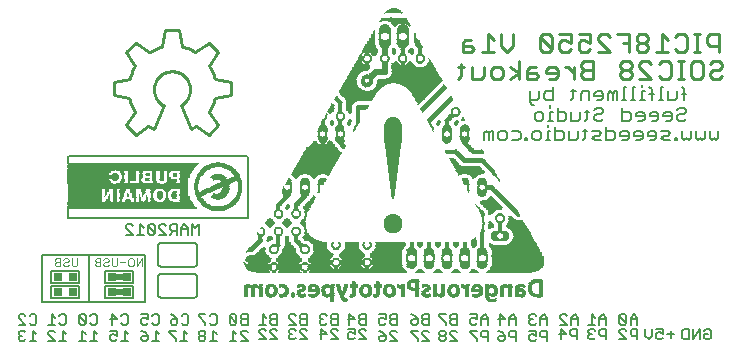
<source format=gbo>
G75*
G70*
%OFA0B0*%
%FSLAX24Y24*%
%IPPOS*%
%LPD*%
%AMOC8*
5,1,8,0,0,1.08239X$1,22.5*
%
%ADD10C,0.0060*%
%ADD11C,0.0040*%
%ADD12R,0.0300X0.0300*%
%ADD13C,0.0050*%
%ADD14R,0.0300X0.0210*%
%ADD15R,0.0310X0.0210*%
%ADD16C,0.0110*%
%ADD17R,0.0290X0.0010*%
%ADD18R,0.0120X0.0010*%
%ADD19R,0.0140X0.0010*%
%ADD20R,0.0310X0.0010*%
%ADD21R,0.0130X0.0010*%
%ADD22R,0.0320X0.0010*%
%ADD23R,0.0330X0.0010*%
%ADD24R,0.0160X0.0010*%
%ADD25R,0.0340X0.0010*%
%ADD26R,0.0170X0.0010*%
%ADD27R,0.0180X0.0010*%
%ADD28R,0.0080X0.0010*%
%ADD29R,0.0030X0.0010*%
%ADD30R,0.0200X0.0010*%
%ADD31R,0.0040X0.0010*%
%ADD32R,0.0020X0.0010*%
%ADD33R,0.0150X0.0010*%
%ADD34R,0.0090X0.0010*%
%ADD35R,0.0100X0.0010*%
%ADD36R,0.0110X0.0010*%
%ADD37R,0.0060X0.0010*%
%ADD38R,0.0270X0.0010*%
%ADD39R,0.0250X0.0010*%
%ADD40R,0.0230X0.0010*%
%ADD41R,0.0210X0.0010*%
%ADD42R,0.0240X0.0010*%
%ADD43R,0.0220X0.0010*%
%ADD44R,0.0190X0.0010*%
%ADD45R,0.0260X0.0010*%
%ADD46R,0.0280X0.0010*%
%ADD47R,0.0370X0.0010*%
%ADD48R,0.0300X0.0010*%
%ADD49R,0.0360X0.0010*%
%ADD50R,0.0390X0.0010*%
%ADD51R,0.0350X0.0010*%
%ADD52R,0.0400X0.0010*%
%ADD53R,0.0380X0.0010*%
%ADD54R,0.0410X0.0010*%
%ADD55R,0.0420X0.0010*%
%ADD56R,0.0430X0.0010*%
%ADD57R,0.0070X0.0010*%
%ADD58R,0.0050X0.0010*%
%ADD59R,0.0010X0.0010*%
%ADD60R,0.0620X0.0010*%
%ADD61R,0.0610X0.0010*%
%ADD62R,0.0600X0.0010*%
%ADD63R,0.0450X0.0010*%
%ADD64R,0.0440X0.0010*%
%ADD65R,0.1520X0.0010*%
%ADD66R,0.3290X0.0010*%
%ADD67R,0.0770X0.0010*%
%ADD68R,0.0470X0.0010*%
%ADD69R,0.1590X0.0010*%
%ADD70R,0.3240X0.0010*%
%ADD71R,0.0740X0.0010*%
%ADD72R,0.0560X0.0010*%
%ADD73R,0.1600X0.0010*%
%ADD74R,0.3210X0.0010*%
%ADD75R,0.0720X0.0010*%
%ADD76R,0.0580X0.0010*%
%ADD77R,0.1620X0.0010*%
%ADD78R,0.3190X0.0010*%
%ADD79R,0.0700X0.0010*%
%ADD80R,0.1630X0.0010*%
%ADD81R,0.3170X0.0010*%
%ADD82R,0.0690X0.0010*%
%ADD83R,0.1650X0.0010*%
%ADD84R,0.3160X0.0010*%
%ADD85R,0.0680X0.0010*%
%ADD86R,0.0630X0.0010*%
%ADD87R,0.1670X0.0010*%
%ADD88R,0.3150X0.0010*%
%ADD89R,0.0660X0.0010*%
%ADD90R,0.0650X0.0010*%
%ADD91R,0.1680X0.0010*%
%ADD92R,0.3120X0.0010*%
%ADD93R,0.1690X0.0010*%
%ADD94R,0.3110X0.0010*%
%ADD95R,0.3100X0.0010*%
%ADD96R,0.3220X0.0010*%
%ADD97R,0.0900X0.0010*%
%ADD98R,0.0830X0.0010*%
%ADD99R,0.1700X0.0010*%
%ADD100R,0.1110X0.0010*%
%ADD101R,0.0840X0.0010*%
%ADD102R,0.0860X0.0010*%
%ADD103R,0.0880X0.0010*%
%ADD104R,0.1100X0.0010*%
%ADD105R,0.0820X0.0010*%
%ADD106R,0.0850X0.0010*%
%ADD107R,0.1080X0.0010*%
%ADD108R,0.0800X0.0010*%
%ADD109R,0.1710X0.0010*%
%ADD110R,0.0790X0.0010*%
%ADD111R,0.1720X0.0010*%
%ADD112R,0.1060X0.0010*%
%ADD113R,0.0810X0.0010*%
%ADD114R,0.1030X0.0010*%
%ADD115R,0.0750X0.0010*%
%ADD116R,0.1730X0.0010*%
%ADD117R,0.1020X0.0010*%
%ADD118R,0.0730X0.0010*%
%ADD119R,0.1010X0.0010*%
%ADD120R,0.0710X0.0010*%
%ADD121R,0.0780X0.0010*%
%ADD122R,0.1000X0.0010*%
%ADD123R,0.0990X0.0010*%
%ADD124R,0.0670X0.0010*%
%ADD125R,0.0760X0.0010*%
%ADD126R,0.0980X0.0010*%
%ADD127R,0.0960X0.0010*%
%ADD128R,0.0870X0.0010*%
%ADD129R,0.0950X0.0010*%
%ADD130R,0.0890X0.0010*%
%ADD131R,0.1090X0.0010*%
%ADD132R,0.1070X0.0010*%
%ADD133R,0.0640X0.0010*%
%ADD134R,0.0970X0.0010*%
%ADD135R,0.1040X0.0010*%
%ADD136R,0.1050X0.0010*%
%ADD137R,0.0590X0.0010*%
%ADD138R,0.0570X0.0010*%
%ADD139R,0.0550X0.0010*%
%ADD140R,0.0530X0.0010*%
%ADD141R,0.0510X0.0010*%
%ADD142R,0.1660X0.0010*%
%ADD143R,0.0480X0.0010*%
%ADD144R,0.0460X0.0010*%
%ADD145R,0.1640X0.0010*%
%ADD146R,0.0520X0.0010*%
%ADD147R,0.0940X0.0010*%
%ADD148R,0.0930X0.0010*%
%ADD149R,0.0540X0.0010*%
%ADD150R,0.0500X0.0010*%
%ADD151R,0.1610X0.0010*%
%ADD152R,0.0490X0.0010*%
%ADD153R,0.0920X0.0010*%
%ADD154R,0.0910X0.0010*%
%ADD155R,0.1270X0.0010*%
%ADD156R,0.1260X0.0010*%
%ADD157R,0.1250X0.0010*%
%ADD158R,0.1240X0.0010*%
%ADD159R,0.1220X0.0010*%
%ADD160R,0.1200X0.0010*%
%ADD161R,0.1190X0.0010*%
%ADD162R,0.1170X0.0010*%
%ADD163R,0.1160X0.0010*%
%ADD164R,0.1150X0.0010*%
%ADD165R,0.1130X0.0010*%
%ADD166R,0.1120X0.0010*%
%ADD167R,0.1180X0.0010*%
%ADD168R,0.1230X0.0010*%
%ADD169R,0.1280X0.0010*%
%ADD170R,0.1290X0.0010*%
%ADD171R,0.1210X0.0010*%
%ADD172R,0.1300X0.0010*%
%ADD173R,0.1350X0.0010*%
%ADD174R,0.1390X0.0010*%
%ADD175R,0.1440X0.0010*%
%ADD176R,0.2100X0.0010*%
%ADD177R,0.2110X0.0010*%
%ADD178R,0.2120X0.0010*%
%ADD179R,0.2130X0.0010*%
%ADD180R,0.2140X0.0010*%
%ADD181R,0.2150X0.0010*%
%ADD182R,0.2160X0.0010*%
%ADD183R,0.2170X0.0010*%
%ADD184R,0.2090X0.0010*%
%ADD185R,0.1840X0.0010*%
%ADD186R,0.1810X0.0010*%
%ADD187R,0.1790X0.0010*%
%ADD188R,0.1750X0.0010*%
%ADD189R,0.1570X0.0010*%
%ADD190R,0.1560X0.0010*%
%ADD191R,0.1550X0.0010*%
%ADD192R,0.1540X0.0010*%
%ADD193R,0.1530X0.0010*%
%ADD194R,0.1510X0.0010*%
%ADD195R,0.1500X0.0010*%
%ADD196R,0.1490X0.0010*%
%ADD197R,0.1480X0.0010*%
%ADD198R,0.1470X0.0010*%
%ADD199R,0.1460X0.0010*%
%ADD200R,0.1450X0.0010*%
%ADD201R,0.1430X0.0010*%
%ADD202R,0.6045X0.0015*%
%ADD203R,0.6045X0.0015*%
%ADD204R,0.0045X0.0015*%
%ADD205R,0.0045X0.0015*%
%ADD206R,0.0165X0.0015*%
%ADD207R,0.0345X0.0015*%
%ADD208R,0.0465X0.0015*%
%ADD209R,0.0555X0.0015*%
%ADD210R,0.0630X0.0015*%
%ADD211R,0.0705X0.0015*%
%ADD212R,0.4335X0.0015*%
%ADD213R,0.0765X0.0015*%
%ADD214R,0.4320X0.0015*%
%ADD215R,0.0795X0.0015*%
%ADD216R,0.4305X0.0015*%
%ADD217R,0.0855X0.0015*%
%ADD218R,0.4290X0.0015*%
%ADD219R,0.0915X0.0015*%
%ADD220R,0.4275X0.0015*%
%ADD221R,0.0360X0.0015*%
%ADD222R,0.4260X0.0015*%
%ADD223R,0.0315X0.0015*%
%ADD224R,0.4245X0.0015*%
%ADD225R,0.0300X0.0015*%
%ADD226R,0.4230X0.0015*%
%ADD227R,0.0270X0.0015*%
%ADD228R,0.0255X0.0015*%
%ADD229R,0.4215X0.0015*%
%ADD230R,0.0240X0.0015*%
%ADD231R,0.4200X0.0015*%
%ADD232R,0.0225X0.0015*%
%ADD233R,0.4185X0.0015*%
%ADD234R,0.0210X0.0015*%
%ADD235R,0.4170X0.0015*%
%ADD236R,0.4155X0.0015*%
%ADD237R,0.0195X0.0015*%
%ADD238R,0.0405X0.0015*%
%ADD239R,0.0105X0.0015*%
%ADD240R,0.0060X0.0015*%
%ADD241R,0.0075X0.0015*%
%ADD242R,0.0180X0.0015*%
%ADD243R,0.1155X0.0015*%
%ADD244R,0.0390X0.0015*%
%ADD245R,0.0090X0.0015*%
%ADD246R,0.0150X0.0015*%
%ADD247R,0.0135X0.0015*%
%ADD248R,0.0375X0.0015*%
%ADD249R,0.0120X0.0015*%
%ADD250R,0.0330X0.0015*%
%ADD251R,0.0435X0.0015*%
%ADD252R,0.0030X0.0015*%
%ADD253R,0.0480X0.0015*%
%ADD254R,0.0495X0.0015*%
%ADD255R,0.0015X0.0015*%
%ADD256R,0.0285X0.0015*%
%ADD257R,0.0450X0.0015*%
%ADD258R,0.0525X0.0015*%
%ADD259R,0.0885X0.0015*%
%ADD260R,0.3015X0.0015*%
%ADD261R,0.4020X0.0015*%
%ADD262R,0.0600X0.0015*%
%ADD263R,0.0570X0.0015*%
%ADD264R,0.0825X0.0015*%
%ADD265R,0.1440X0.0015*%
%ADD266R,0.1545X0.0015*%
%ADD267R,0.1500X0.0015*%
%ADD268R,0.1485X0.0015*%
%ADD269R,0.1455X0.0015*%
%ADD270R,0.1425X0.0015*%
%ADD271R,0.0510X0.0015*%
%ADD272R,0.0720X0.0015*%
%ADD273R,0.1410X0.0015*%
%ADD274R,0.0750X0.0015*%
%ADD275R,0.0945X0.0015*%
%ADD276R,0.0420X0.0015*%
%ADD277R,0.1395X0.0015*%
%ADD278R,0.1710X0.0015*%
%ADD279R,0.1695X0.0015*%
%ADD280R,0.1515X0.0015*%
%ADD281R,0.2565X0.0015*%
%ADD282R,0.1575X0.0015*%
%ADD283R,0.4350X0.0015*%
%ADD284R,0.4365X0.0015*%
%ADD285R,0.4395X0.0015*%
%ADD286R,0.0060X0.0015*%
%ADD287R,0.5985X0.0015*%
%ADD288R,0.5955X0.0015*%
%ADD289R,0.5910X0.0015*%
%ADD290C,0.0100*%
D10*
X001439Y001618D02*
X001552Y001618D01*
X001609Y001675D01*
X001750Y001618D02*
X001977Y001618D01*
X001864Y001618D02*
X001864Y001959D01*
X001977Y001845D01*
X001609Y001902D02*
X001552Y001959D01*
X001439Y001959D01*
X001382Y001902D01*
X001382Y001845D01*
X001439Y001789D01*
X001382Y001732D01*
X001382Y001675D01*
X001439Y001618D01*
X001439Y001789D02*
X001495Y001789D01*
X001382Y002160D02*
X001609Y002160D01*
X001382Y002387D01*
X001382Y002443D01*
X001439Y002500D01*
X001552Y002500D01*
X001609Y002443D01*
X001750Y002443D02*
X001807Y002500D01*
X001920Y002500D01*
X001977Y002443D01*
X001977Y002216D01*
X001920Y002160D01*
X001807Y002160D01*
X001750Y002216D01*
X002366Y002160D02*
X002593Y002160D01*
X002480Y002160D02*
X002480Y002500D01*
X002593Y002387D01*
X002734Y002443D02*
X002791Y002500D01*
X002905Y002500D01*
X002961Y002443D01*
X002961Y002216D01*
X002905Y002160D01*
X002791Y002160D01*
X002734Y002216D01*
X002848Y001959D02*
X002848Y001618D01*
X002961Y001618D02*
X002734Y001618D01*
X002593Y001618D02*
X002366Y001845D01*
X002366Y001902D01*
X002423Y001959D01*
X002536Y001959D01*
X002593Y001902D01*
X002848Y001959D02*
X002961Y001845D01*
X002593Y001618D02*
X002366Y001618D01*
X003400Y001618D02*
X003626Y001618D01*
X003513Y001618D02*
X003513Y001959D01*
X003626Y001845D01*
X003881Y001959D02*
X003881Y001618D01*
X003768Y001618D02*
X003995Y001618D01*
X003995Y001845D02*
X003881Y001959D01*
X003825Y002160D02*
X003768Y002216D01*
X003825Y002160D02*
X003938Y002160D01*
X003995Y002216D01*
X003995Y002443D01*
X003938Y002500D01*
X003825Y002500D01*
X003768Y002443D01*
X003626Y002443D02*
X003570Y002500D01*
X003456Y002500D01*
X003400Y002443D01*
X003626Y002216D01*
X003570Y002160D01*
X003456Y002160D01*
X003400Y002216D01*
X003400Y002443D01*
X003626Y002443D02*
X003626Y002216D01*
X004433Y002330D02*
X004660Y002330D01*
X004490Y002500D01*
X004490Y002160D01*
X004433Y001959D02*
X004660Y001959D01*
X004660Y001789D01*
X004546Y001845D01*
X004490Y001845D01*
X004433Y001789D01*
X004433Y001675D01*
X004490Y001618D01*
X004603Y001618D01*
X004660Y001675D01*
X004801Y001618D02*
X005028Y001618D01*
X004915Y001618D02*
X004915Y001959D01*
X005028Y001845D01*
X004971Y002160D02*
X004858Y002160D01*
X004801Y002216D01*
X004971Y002160D02*
X005028Y002216D01*
X005028Y002443D01*
X004971Y002500D01*
X004858Y002500D01*
X004801Y002443D01*
X005466Y002500D02*
X005693Y002500D01*
X005693Y002330D01*
X005580Y002387D01*
X005523Y002387D01*
X005466Y002330D01*
X005466Y002216D01*
X005523Y002160D01*
X005637Y002160D01*
X005693Y002216D01*
X005835Y002216D02*
X005892Y002160D01*
X006005Y002160D01*
X006062Y002216D01*
X006062Y002443D01*
X006005Y002500D01*
X005892Y002500D01*
X005835Y002443D01*
X005948Y001959D02*
X005948Y001618D01*
X005835Y001618D02*
X006062Y001618D01*
X005693Y001675D02*
X005637Y001618D01*
X005523Y001618D01*
X005466Y001675D01*
X005466Y001732D01*
X005523Y001789D01*
X005693Y001789D01*
X005693Y001675D01*
X005693Y001789D02*
X005580Y001902D01*
X005466Y001959D01*
X005948Y001959D02*
X006062Y001845D01*
X006402Y001902D02*
X006402Y001959D01*
X006628Y001959D01*
X006621Y002160D02*
X006507Y002160D01*
X006451Y002216D01*
X006451Y002273D01*
X006507Y002330D01*
X006678Y002330D01*
X006678Y002216D01*
X006621Y002160D01*
X006678Y002330D02*
X006564Y002443D01*
X006451Y002500D01*
X006819Y002443D02*
X006876Y002500D01*
X006989Y002500D01*
X007046Y002443D01*
X007046Y002216D01*
X006989Y002160D01*
X006876Y002160D01*
X006819Y002216D01*
X006883Y001959D02*
X006883Y001618D01*
X006770Y001618D02*
X006997Y001618D01*
X007386Y001675D02*
X007443Y001618D01*
X007556Y001618D01*
X007613Y001675D01*
X007613Y001732D01*
X007556Y001789D01*
X007443Y001789D01*
X007386Y001732D01*
X007386Y001675D01*
X007443Y001789D02*
X007386Y001845D01*
X007386Y001902D01*
X007443Y001959D01*
X007556Y001959D01*
X007613Y001902D01*
X007613Y001845D01*
X007556Y001789D01*
X007868Y001959D02*
X007868Y001618D01*
X007981Y001618D02*
X007754Y001618D01*
X007981Y001845D02*
X007868Y001959D01*
X007924Y002160D02*
X007811Y002160D01*
X007754Y002216D01*
X007613Y002216D02*
X007613Y002160D01*
X007613Y002216D02*
X007386Y002443D01*
X007386Y002500D01*
X007613Y002500D01*
X007754Y002443D02*
X007811Y002500D01*
X007924Y002500D01*
X007981Y002443D01*
X007981Y002216D01*
X007924Y002160D01*
X008419Y002216D02*
X008419Y002443D01*
X008646Y002216D01*
X008589Y002160D01*
X008476Y002160D01*
X008419Y002216D01*
X008646Y002216D02*
X008646Y002443D01*
X008589Y002500D01*
X008476Y002500D01*
X008419Y002443D01*
X008788Y002443D02*
X008788Y002387D01*
X008844Y002330D01*
X009014Y002330D01*
X008844Y002330D02*
X008788Y002273D01*
X008788Y002216D01*
X008844Y002160D01*
X009014Y002160D01*
X009014Y002500D01*
X008844Y002500D01*
X008788Y002443D01*
X009404Y002160D02*
X009630Y002160D01*
X009517Y002160D02*
X009517Y002500D01*
X009630Y002387D01*
X009772Y002387D02*
X009829Y002330D01*
X009999Y002330D01*
X009999Y002160D02*
X009999Y002500D01*
X009829Y002500D01*
X009772Y002443D01*
X009772Y002387D01*
X009829Y002330D02*
X009772Y002273D01*
X009772Y002216D01*
X009829Y002160D01*
X009999Y002160D01*
X009942Y002008D02*
X009999Y001951D01*
X009942Y002008D02*
X009829Y002008D01*
X009772Y001951D01*
X009772Y001894D01*
X009999Y001668D01*
X009772Y001668D01*
X009630Y001668D02*
X009404Y001894D01*
X009404Y001951D01*
X009460Y002008D01*
X009574Y002008D01*
X009630Y001951D01*
X009630Y001668D02*
X009404Y001668D01*
X009014Y001618D02*
X008788Y001845D01*
X008788Y001902D01*
X008844Y001959D01*
X008958Y001959D01*
X009014Y001902D01*
X009014Y001618D02*
X008788Y001618D01*
X008646Y001618D02*
X008419Y001618D01*
X008533Y001618D02*
X008533Y001959D01*
X008646Y001845D01*
X006997Y001845D02*
X006883Y001959D01*
X006628Y001675D02*
X006628Y001618D01*
X006628Y001675D02*
X006402Y001902D01*
X005600Y002917D02*
X005600Y004492D01*
X003729Y004492D01*
X003729Y002917D01*
X005600Y002917D01*
X006032Y003159D02*
X006032Y003759D01*
X006034Y003776D01*
X006038Y003793D01*
X006045Y003809D01*
X006055Y003823D01*
X006068Y003836D01*
X006082Y003846D01*
X006098Y003853D01*
X006115Y003857D01*
X006132Y003859D01*
X007232Y003859D01*
X007249Y003857D01*
X007266Y003853D01*
X007282Y003846D01*
X007296Y003836D01*
X007309Y003823D01*
X007319Y003809D01*
X007326Y003793D01*
X007330Y003776D01*
X007332Y003759D01*
X007332Y003159D01*
X007330Y003142D01*
X007326Y003125D01*
X007319Y003109D01*
X007309Y003095D01*
X007296Y003082D01*
X007282Y003072D01*
X007266Y003065D01*
X007249Y003061D01*
X007232Y003059D01*
X006132Y003059D01*
X006115Y003061D01*
X006098Y003065D01*
X006082Y003072D01*
X006068Y003082D01*
X006055Y003095D01*
X006045Y003109D01*
X006038Y003125D01*
X006034Y003142D01*
X006032Y003159D01*
X006132Y004092D02*
X007232Y004092D01*
X007249Y004094D01*
X007266Y004098D01*
X007282Y004105D01*
X007296Y004115D01*
X007309Y004128D01*
X007319Y004142D01*
X007326Y004158D01*
X007330Y004175D01*
X007332Y004192D01*
X007332Y004792D01*
X007330Y004809D01*
X007326Y004826D01*
X007319Y004842D01*
X007309Y004856D01*
X007296Y004869D01*
X007282Y004879D01*
X007266Y004886D01*
X007249Y004890D01*
X007232Y004892D01*
X006132Y004892D01*
X006115Y004890D01*
X006098Y004886D01*
X006082Y004879D01*
X006068Y004869D01*
X006055Y004856D01*
X006045Y004842D01*
X006038Y004826D01*
X006034Y004809D01*
X006032Y004792D01*
X006032Y004192D01*
X006034Y004175D01*
X006038Y004158D01*
X006045Y004142D01*
X006055Y004128D01*
X006068Y004115D01*
X006082Y004105D01*
X006098Y004098D01*
X006115Y004094D01*
X006132Y004092D01*
X003729Y004492D02*
X002155Y004492D01*
X002155Y002917D01*
X003729Y002917D01*
X010388Y002443D02*
X010444Y002500D01*
X010558Y002500D01*
X010615Y002443D01*
X010756Y002443D02*
X010756Y002387D01*
X010813Y002330D01*
X010983Y002330D01*
X010983Y002160D02*
X010983Y002500D01*
X010813Y002500D01*
X010756Y002443D01*
X010813Y002330D02*
X010756Y002273D01*
X010756Y002216D01*
X010813Y002160D01*
X010983Y002160D01*
X010926Y002008D02*
X010983Y001951D01*
X010926Y002008D02*
X010813Y002008D01*
X010756Y001951D01*
X010756Y001894D01*
X010983Y001668D01*
X010756Y001668D01*
X010615Y001724D02*
X010558Y001668D01*
X010444Y001668D01*
X010388Y001724D01*
X010388Y001781D01*
X010444Y001838D01*
X010501Y001838D01*
X010444Y001838D02*
X010388Y001894D01*
X010388Y001951D01*
X010444Y002008D01*
X010558Y002008D01*
X010615Y001951D01*
X010615Y002160D02*
X010388Y002160D01*
X010615Y002160D02*
X010388Y002387D01*
X010388Y002443D01*
X011421Y002443D02*
X011421Y002387D01*
X011478Y002330D01*
X011421Y002273D01*
X011421Y002216D01*
X011478Y002160D01*
X011591Y002160D01*
X011648Y002216D01*
X011790Y002216D02*
X011846Y002160D01*
X012016Y002160D01*
X012016Y002500D01*
X011846Y002500D01*
X011790Y002443D01*
X011790Y002387D01*
X011846Y002330D01*
X012016Y002330D01*
X011846Y002330D02*
X011790Y002273D01*
X011790Y002216D01*
X011648Y002443D02*
X011591Y002500D01*
X011478Y002500D01*
X011421Y002443D01*
X011478Y002330D02*
X011535Y002330D01*
X011478Y002008D02*
X011648Y001838D01*
X011421Y001838D01*
X011478Y001668D02*
X011478Y002008D01*
X011790Y001951D02*
X011790Y001894D01*
X012016Y001668D01*
X011790Y001668D01*
X011790Y001951D02*
X011846Y002008D01*
X011960Y002008D01*
X012016Y001951D01*
X012356Y002008D02*
X012583Y002008D01*
X012583Y001838D01*
X012470Y001894D01*
X012413Y001894D01*
X012356Y001838D01*
X012356Y001724D01*
X012413Y001668D01*
X012526Y001668D01*
X012583Y001724D01*
X012725Y001668D02*
X012951Y001668D01*
X012725Y001894D01*
X012725Y001951D01*
X012781Y002008D01*
X012895Y002008D01*
X012951Y001951D01*
X012951Y002160D02*
X012781Y002160D01*
X012725Y002216D01*
X012725Y002273D01*
X012781Y002330D01*
X012951Y002330D01*
X012781Y002330D02*
X012725Y002387D01*
X012725Y002443D01*
X012781Y002500D01*
X012951Y002500D01*
X012951Y002160D01*
X012583Y002330D02*
X012356Y002330D01*
X012413Y002500D02*
X012583Y002330D01*
X012413Y002160D02*
X012413Y002500D01*
X013390Y002500D02*
X013617Y002500D01*
X013617Y002330D01*
X013503Y002387D01*
X013446Y002387D01*
X013390Y002330D01*
X013390Y002216D01*
X013446Y002160D01*
X013560Y002160D01*
X013617Y002216D01*
X013758Y002216D02*
X013815Y002160D01*
X013985Y002160D01*
X013985Y002500D01*
X013815Y002500D01*
X013758Y002443D01*
X013758Y002387D01*
X013815Y002330D01*
X013985Y002330D01*
X013815Y002330D02*
X013758Y002273D01*
X013758Y002216D01*
X013815Y001959D02*
X013928Y001959D01*
X013985Y001902D01*
X013815Y001959D02*
X013758Y001902D01*
X013758Y001845D01*
X013985Y001618D01*
X013758Y001618D01*
X013617Y001675D02*
X013560Y001618D01*
X013446Y001618D01*
X013390Y001675D01*
X013390Y001732D01*
X013446Y001789D01*
X013617Y001789D01*
X013617Y001675D01*
X013617Y001789D02*
X013503Y001902D01*
X013390Y001959D01*
X014472Y001959D02*
X014472Y001902D01*
X014699Y001675D01*
X014699Y001618D01*
X014841Y001618D02*
X015068Y001618D01*
X014841Y001845D01*
X014841Y001902D01*
X014897Y001959D01*
X015011Y001959D01*
X015068Y001902D01*
X015407Y001902D02*
X015407Y001845D01*
X015464Y001789D01*
X015578Y001789D01*
X015634Y001845D01*
X015634Y001902D01*
X015578Y001959D01*
X015464Y001959D01*
X015407Y001902D01*
X015464Y001789D02*
X015407Y001732D01*
X015407Y001675D01*
X015464Y001618D01*
X015578Y001618D01*
X015634Y001675D01*
X015634Y001732D01*
X015578Y001789D01*
X015776Y001845D02*
X015776Y001902D01*
X015832Y001959D01*
X015946Y001959D01*
X016003Y001902D01*
X015776Y001845D02*
X016003Y001618D01*
X015776Y001618D01*
X016441Y001902D02*
X016668Y001675D01*
X016668Y001618D01*
X016809Y001789D02*
X016866Y001732D01*
X017036Y001732D01*
X017036Y001618D02*
X017036Y001959D01*
X016866Y001959D01*
X016809Y001902D01*
X016809Y001789D01*
X016668Y001959D02*
X016441Y001959D01*
X016441Y001902D01*
X016498Y002160D02*
X016611Y002160D01*
X016668Y002216D01*
X016668Y002330D02*
X016554Y002387D01*
X016498Y002387D01*
X016441Y002330D01*
X016441Y002216D01*
X016498Y002160D01*
X016668Y002330D02*
X016668Y002500D01*
X016441Y002500D01*
X016003Y002500D02*
X015832Y002500D01*
X015776Y002443D01*
X015776Y002387D01*
X015832Y002330D01*
X016003Y002330D01*
X016003Y002160D02*
X016003Y002500D01*
X015832Y002330D02*
X015776Y002273D01*
X015776Y002216D01*
X015832Y002160D01*
X016003Y002160D01*
X015634Y002160D02*
X015634Y002216D01*
X015407Y002443D01*
X015407Y002500D01*
X015634Y002500D01*
X015068Y002500D02*
X014897Y002500D01*
X014841Y002443D01*
X014841Y002387D01*
X014897Y002330D01*
X015068Y002330D01*
X015068Y002160D02*
X015068Y002500D01*
X014897Y002330D02*
X014841Y002273D01*
X014841Y002216D01*
X014897Y002160D01*
X015068Y002160D01*
X014699Y002216D02*
X014643Y002160D01*
X014529Y002160D01*
X014472Y002216D01*
X014472Y002273D01*
X014529Y002330D01*
X014699Y002330D01*
X014699Y002216D01*
X014699Y002330D02*
X014586Y002443D01*
X014472Y002500D01*
X014472Y001959D02*
X014699Y001959D01*
X016809Y002160D02*
X016809Y002387D01*
X016923Y002500D01*
X017036Y002387D01*
X017036Y002160D01*
X017036Y002330D02*
X016809Y002330D01*
X017376Y002330D02*
X017603Y002330D01*
X017433Y002500D01*
X017433Y002160D01*
X017376Y001959D02*
X017489Y001902D01*
X017603Y001789D01*
X017433Y001789D01*
X017376Y001732D01*
X017376Y001675D01*
X017433Y001618D01*
X017546Y001618D01*
X017603Y001675D01*
X017603Y001789D01*
X017744Y001789D02*
X017801Y001732D01*
X017971Y001732D01*
X017971Y001618D02*
X017971Y001959D01*
X017801Y001959D01*
X017744Y001902D01*
X017744Y001789D01*
X017744Y002160D02*
X017744Y002387D01*
X017858Y002500D01*
X017971Y002387D01*
X017971Y002160D01*
X017971Y002330D02*
X017744Y002330D01*
X018409Y002273D02*
X018409Y002216D01*
X018466Y002160D01*
X018580Y002160D01*
X018636Y002216D01*
X018778Y002160D02*
X018778Y002387D01*
X018891Y002500D01*
X019005Y002387D01*
X019005Y002160D01*
X019005Y002330D02*
X018778Y002330D01*
X018636Y002443D02*
X018580Y002500D01*
X018466Y002500D01*
X018409Y002443D01*
X018409Y002387D01*
X018466Y002330D01*
X018409Y002273D01*
X018466Y002330D02*
X018523Y002330D01*
X018636Y001959D02*
X018409Y001959D01*
X018466Y001845D02*
X018409Y001789D01*
X018409Y001675D01*
X018466Y001618D01*
X018580Y001618D01*
X018636Y001675D01*
X018636Y001789D02*
X018523Y001845D01*
X018466Y001845D01*
X018636Y001789D02*
X018636Y001959D01*
X018778Y001902D02*
X018778Y001789D01*
X018834Y001732D01*
X019005Y001732D01*
X019005Y001618D02*
X019005Y001959D01*
X018834Y001959D01*
X018778Y001902D01*
X019394Y001838D02*
X019621Y001838D01*
X019450Y002008D01*
X019450Y001668D01*
X019762Y001838D02*
X019819Y001781D01*
X019989Y001781D01*
X019989Y001668D02*
X019989Y002008D01*
X019819Y002008D01*
X019762Y001951D01*
X019762Y001838D01*
X019811Y002160D02*
X019811Y002387D01*
X019925Y002500D01*
X020038Y002387D01*
X020038Y002160D01*
X020038Y002330D02*
X019811Y002330D01*
X019670Y002443D02*
X019613Y002500D01*
X019500Y002500D01*
X019443Y002443D01*
X019443Y002387D01*
X019670Y002160D01*
X019443Y002160D01*
X020378Y002160D02*
X020605Y002160D01*
X020491Y002160D02*
X020491Y002500D01*
X020605Y002387D01*
X020746Y002387D02*
X020746Y002160D01*
X020803Y002008D02*
X020746Y001951D01*
X020746Y001838D01*
X020803Y001781D01*
X020973Y001781D01*
X020973Y001668D02*
X020973Y002008D01*
X020803Y002008D01*
X020605Y001951D02*
X020548Y002008D01*
X020435Y002008D01*
X020378Y001951D01*
X020378Y001894D01*
X020435Y001838D01*
X020378Y001781D01*
X020378Y001724D01*
X020435Y001668D01*
X020548Y001668D01*
X020605Y001724D01*
X020491Y001838D02*
X020435Y001838D01*
X020973Y002160D02*
X020973Y002387D01*
X020860Y002500D01*
X020746Y002387D01*
X020746Y002330D02*
X020973Y002330D01*
X021411Y002443D02*
X021468Y002500D01*
X021582Y002500D01*
X021638Y002443D01*
X021638Y002216D01*
X021411Y002443D01*
X021411Y002216D01*
X021468Y002160D01*
X021582Y002160D01*
X021638Y002216D01*
X021780Y002160D02*
X021780Y002387D01*
X021893Y002500D01*
X022007Y002387D01*
X022007Y002160D01*
X022007Y002008D02*
X021836Y002008D01*
X021780Y001951D01*
X021780Y001838D01*
X021836Y001781D01*
X022007Y001781D01*
X022007Y001668D02*
X022007Y002008D01*
X022273Y002008D02*
X022273Y001781D01*
X022387Y001668D01*
X022500Y001781D01*
X022500Y002008D01*
X022642Y002008D02*
X022869Y002008D01*
X022869Y001838D01*
X022755Y001894D01*
X022698Y001894D01*
X022642Y001838D01*
X022642Y001724D01*
X022698Y001668D01*
X022812Y001668D01*
X022869Y001724D01*
X023010Y001838D02*
X023237Y001838D01*
X023123Y001951D02*
X023123Y001724D01*
X023504Y001724D02*
X023504Y001951D01*
X023560Y002008D01*
X023731Y002008D01*
X023731Y001668D01*
X023560Y001668D01*
X023504Y001724D01*
X023872Y001668D02*
X023872Y002008D01*
X024099Y002008D02*
X023872Y001668D01*
X024099Y001668D02*
X024099Y002008D01*
X024240Y001951D02*
X024297Y002008D01*
X024410Y002008D01*
X024467Y001951D01*
X024467Y001724D01*
X024410Y001668D01*
X024297Y001668D01*
X024240Y001724D01*
X024240Y001838D01*
X024354Y001838D01*
X022007Y002330D02*
X021780Y002330D01*
X021582Y002008D02*
X021638Y001951D01*
X021582Y002008D02*
X021468Y002008D01*
X021411Y001951D01*
X021411Y001894D01*
X021638Y001668D01*
X021411Y001668D01*
X021501Y008311D02*
X021648Y008311D01*
X021721Y008385D01*
X021721Y008531D01*
X021648Y008605D01*
X021501Y008605D01*
X021427Y008531D01*
X021427Y008458D01*
X021721Y008458D01*
X021888Y008458D02*
X021888Y008531D01*
X021961Y008605D01*
X022108Y008605D01*
X022181Y008531D01*
X022181Y008385D01*
X022108Y008311D01*
X021961Y008311D01*
X021888Y008458D02*
X022181Y008458D01*
X022348Y008458D02*
X022642Y008458D01*
X022642Y008385D02*
X022642Y008531D01*
X022568Y008605D01*
X022421Y008605D01*
X022348Y008531D01*
X022348Y008458D01*
X022421Y008311D02*
X022568Y008311D01*
X022642Y008385D01*
X022808Y008385D02*
X022882Y008311D01*
X023102Y008311D01*
X023259Y008311D02*
X023259Y008385D01*
X023332Y008385D01*
X023332Y008311D01*
X023259Y008311D01*
X023499Y008385D02*
X023499Y008605D01*
X023499Y008385D02*
X023572Y008311D01*
X023646Y008385D01*
X023719Y008311D01*
X023793Y008385D01*
X023793Y008605D01*
X023959Y008605D02*
X023959Y008385D01*
X024033Y008311D01*
X024106Y008385D01*
X024179Y008311D01*
X024253Y008385D01*
X024253Y008605D01*
X024420Y008605D02*
X024420Y008385D01*
X024493Y008311D01*
X024566Y008385D01*
X024640Y008311D01*
X024713Y008385D01*
X024713Y008605D01*
X023631Y009024D02*
X023557Y008951D01*
X023410Y008951D01*
X023337Y009024D01*
X023337Y009098D01*
X023410Y009171D01*
X023557Y009171D01*
X023631Y009245D01*
X023631Y009318D01*
X023557Y009391D01*
X023410Y009391D01*
X023337Y009318D01*
X023170Y009171D02*
X023097Y009245D01*
X022950Y009245D01*
X022877Y009171D01*
X022877Y009098D01*
X023170Y009098D01*
X023170Y009171D02*
X023170Y009024D01*
X023097Y008951D01*
X022950Y008951D01*
X022710Y009024D02*
X022710Y009171D01*
X022636Y009245D01*
X022490Y009245D01*
X022416Y009171D01*
X022416Y009098D01*
X022710Y009098D01*
X022710Y009024D02*
X022636Y008951D01*
X022490Y008951D01*
X022249Y009024D02*
X022249Y009171D01*
X022176Y009245D01*
X022029Y009245D01*
X021956Y009171D01*
X021956Y009098D01*
X022249Y009098D01*
X022249Y009024D02*
X022176Y008951D01*
X022029Y008951D01*
X021789Y009024D02*
X021789Y009171D01*
X021716Y009245D01*
X021496Y009245D01*
X021496Y009391D02*
X021496Y008951D01*
X021716Y008951D01*
X021789Y009024D01*
X021261Y008531D02*
X021187Y008605D01*
X020967Y008605D01*
X020967Y008752D02*
X020967Y008311D01*
X021187Y008311D01*
X021261Y008385D01*
X021261Y008531D01*
X020800Y008531D02*
X020727Y008458D01*
X020580Y008458D01*
X020507Y008385D01*
X020580Y008311D01*
X020800Y008311D01*
X020800Y008531D02*
X020727Y008605D01*
X020507Y008605D01*
X020340Y008605D02*
X020193Y008605D01*
X020266Y008678D02*
X020266Y008385D01*
X020193Y008311D01*
X020033Y008385D02*
X019960Y008311D01*
X019739Y008311D01*
X019739Y008605D01*
X019573Y008531D02*
X019499Y008605D01*
X019279Y008605D01*
X019279Y008752D02*
X019279Y008311D01*
X019499Y008311D01*
X019573Y008385D01*
X019573Y008531D01*
X020033Y008605D02*
X020033Y008385D01*
X019112Y008311D02*
X018966Y008311D01*
X019039Y008311D02*
X019039Y008605D01*
X019112Y008605D01*
X019039Y008752D02*
X019039Y008825D01*
X019034Y008951D02*
X019180Y008951D01*
X019107Y008951D02*
X019107Y009245D01*
X019180Y009245D01*
X019107Y009391D02*
X019107Y009465D01*
X019181Y009640D02*
X018960Y009640D01*
X018887Y009713D01*
X018887Y009860D01*
X018960Y009934D01*
X019181Y009934D01*
X019181Y010080D02*
X019181Y009640D01*
X019347Y009391D02*
X019347Y008951D01*
X019567Y008951D01*
X019641Y009024D01*
X019641Y009171D01*
X019567Y009245D01*
X019347Y009245D01*
X019808Y009245D02*
X019808Y008951D01*
X020028Y008951D01*
X020101Y009024D01*
X020101Y009245D01*
X020261Y009245D02*
X020408Y009245D01*
X020335Y009318D02*
X020335Y009024D01*
X020261Y008951D01*
X020575Y009024D02*
X020575Y009098D01*
X020648Y009171D01*
X020795Y009171D01*
X020868Y009245D01*
X020868Y009318D01*
X020795Y009391D01*
X020648Y009391D01*
X020575Y009318D01*
X020575Y009024D02*
X020648Y008951D01*
X020795Y008951D01*
X020868Y009024D01*
X020795Y009640D02*
X020869Y009713D01*
X020869Y009860D01*
X020795Y009934D01*
X020648Y009934D01*
X020575Y009860D01*
X020575Y009787D01*
X020869Y009787D01*
X020795Y009640D02*
X020648Y009640D01*
X020408Y009640D02*
X020408Y009934D01*
X020188Y009934D01*
X020115Y009860D01*
X020115Y009640D01*
X019874Y009713D02*
X019801Y009640D01*
X019874Y009713D02*
X019874Y010007D01*
X019948Y009934D02*
X019801Y009934D01*
X018720Y009934D02*
X018720Y009713D01*
X018647Y009640D01*
X018427Y009640D01*
X018427Y009567D02*
X018500Y009493D01*
X018573Y009493D01*
X018427Y009567D02*
X018427Y009934D01*
X018653Y009245D02*
X018800Y009245D01*
X018874Y009171D01*
X018874Y009024D01*
X018800Y008951D01*
X018653Y008951D01*
X018580Y009024D01*
X018580Y009171D01*
X018653Y009245D01*
X018585Y008605D02*
X018512Y008531D01*
X018512Y008385D01*
X018585Y008311D01*
X018732Y008311D01*
X018805Y008385D01*
X018805Y008531D01*
X018732Y008605D01*
X018585Y008605D01*
X018345Y008385D02*
X018272Y008385D01*
X018272Y008311D01*
X018345Y008311D01*
X018345Y008385D01*
X018115Y008385D02*
X018041Y008311D01*
X017821Y008311D01*
X017655Y008385D02*
X017581Y008311D01*
X017434Y008311D01*
X017361Y008385D01*
X017361Y008531D01*
X017434Y008605D01*
X017581Y008605D01*
X017655Y008531D01*
X017655Y008385D01*
X017821Y008605D02*
X018041Y008605D01*
X018115Y008531D01*
X018115Y008385D01*
X017194Y008311D02*
X017194Y008605D01*
X017121Y008605D01*
X017047Y008531D01*
X016974Y008605D01*
X016901Y008531D01*
X016901Y008311D01*
X017047Y008311D02*
X017047Y008531D01*
X021035Y009640D02*
X021035Y009860D01*
X021109Y009934D01*
X021182Y009860D01*
X021182Y009640D01*
X021329Y009640D02*
X021329Y009934D01*
X021255Y009934D01*
X021182Y009860D01*
X021489Y009640D02*
X021636Y009640D01*
X021562Y009640D02*
X021562Y010080D01*
X021636Y010080D01*
X021869Y010080D02*
X021869Y009640D01*
X021796Y009640D02*
X021943Y009640D01*
X022103Y009640D02*
X022250Y009640D01*
X022176Y009640D02*
X022176Y009934D01*
X022250Y009934D01*
X022176Y010080D02*
X022176Y010154D01*
X021943Y010080D02*
X021869Y010080D01*
X022410Y010080D02*
X022483Y010007D01*
X022483Y009640D01*
X022556Y009860D02*
X022410Y009860D01*
X022717Y009640D02*
X022863Y009640D01*
X022790Y009640D02*
X022790Y010080D01*
X022863Y010080D01*
X023030Y009934D02*
X023030Y009640D01*
X023250Y009640D01*
X023324Y009713D01*
X023324Y009934D01*
X023484Y009860D02*
X023631Y009860D01*
X023557Y010007D02*
X023557Y009640D01*
X023557Y010007D02*
X023484Y010080D01*
X023029Y008605D02*
X022808Y008605D01*
X022882Y008458D02*
X023029Y008458D01*
X023102Y008531D01*
X023029Y008605D01*
X022882Y008458D02*
X022808Y008385D01*
D11*
X005492Y004367D02*
X005492Y004106D01*
X005318Y004106D02*
X005318Y004367D01*
X005216Y004323D02*
X005216Y004150D01*
X005172Y004106D01*
X005086Y004106D01*
X005042Y004150D01*
X005042Y004323D01*
X005086Y004367D01*
X005172Y004367D01*
X005216Y004323D01*
X005318Y004106D02*
X005492Y004367D01*
X004939Y004237D02*
X004766Y004237D01*
X004663Y004150D02*
X004620Y004106D01*
X004533Y004106D01*
X004490Y004150D01*
X004490Y004367D01*
X004387Y004323D02*
X004387Y004280D01*
X004344Y004237D01*
X004257Y004237D01*
X004213Y004193D01*
X004213Y004150D01*
X004257Y004106D01*
X004344Y004106D01*
X004387Y004150D01*
X004387Y004323D02*
X004344Y004367D01*
X004257Y004367D01*
X004213Y004323D01*
X004111Y004367D02*
X003981Y004367D01*
X003937Y004323D01*
X003937Y004280D01*
X003981Y004237D01*
X004111Y004237D01*
X004111Y004367D02*
X004111Y004106D01*
X003981Y004106D01*
X003937Y004150D01*
X003937Y004193D01*
X003981Y004237D01*
X003328Y004150D02*
X003285Y004106D01*
X003198Y004106D01*
X003155Y004150D01*
X003155Y004367D01*
X003052Y004323D02*
X003052Y004280D01*
X003009Y004237D01*
X002922Y004237D01*
X002878Y004193D01*
X002878Y004150D01*
X002922Y004106D01*
X003009Y004106D01*
X003052Y004150D01*
X003052Y004323D02*
X003009Y004367D01*
X002922Y004367D01*
X002878Y004323D01*
X002776Y004367D02*
X002646Y004367D01*
X002602Y004323D01*
X002602Y004280D01*
X002646Y004237D01*
X002776Y004237D01*
X002776Y004367D02*
X002776Y004106D01*
X002646Y004106D01*
X002602Y004150D01*
X002602Y004193D01*
X002646Y004237D01*
X003328Y004150D02*
X003328Y004367D01*
X004663Y004367D02*
X004663Y004150D01*
D12*
X004482Y003736D03*
X004982Y003736D03*
X004982Y003236D03*
X004482Y003236D03*
X003188Y003236D03*
X002688Y003236D03*
X002688Y003736D03*
X003188Y003736D03*
D13*
X003388Y003536D02*
X003388Y003936D01*
X002478Y003936D01*
X002478Y003536D01*
X003388Y003536D01*
X003388Y003436D02*
X003388Y003036D01*
X002478Y003036D01*
X002478Y003436D01*
X003388Y003436D01*
X004272Y003436D02*
X004272Y003036D01*
X005182Y003036D01*
X005182Y003436D01*
X004272Y003436D01*
X004272Y003536D02*
X005182Y003536D01*
X005182Y003936D01*
X004272Y003936D01*
X004272Y003536D01*
X004952Y005157D02*
X005186Y005157D01*
X004952Y005390D01*
X004952Y005449D01*
X005010Y005507D01*
X005127Y005507D01*
X005186Y005449D01*
X005437Y005507D02*
X005437Y005157D01*
X005554Y005157D02*
X005320Y005157D01*
X005554Y005390D02*
X005437Y005507D01*
X005689Y005449D02*
X005922Y005215D01*
X005864Y005157D01*
X005747Y005157D01*
X005689Y005215D01*
X005689Y005449D01*
X005747Y005507D01*
X005864Y005507D01*
X005922Y005449D01*
X005922Y005215D01*
X006057Y005157D02*
X006290Y005157D01*
X006057Y005390D01*
X006057Y005449D01*
X006115Y005507D01*
X006232Y005507D01*
X006290Y005449D01*
X006425Y005449D02*
X006425Y005332D01*
X006484Y005273D01*
X006659Y005273D01*
X006659Y005157D02*
X006659Y005507D01*
X006484Y005507D01*
X006425Y005449D01*
X006542Y005273D02*
X006425Y005157D01*
X006794Y005157D02*
X006794Y005390D01*
X006910Y005507D01*
X007027Y005390D01*
X007027Y005157D01*
X007162Y005157D02*
X007162Y005507D01*
X007279Y005390D01*
X007395Y005507D01*
X007395Y005157D01*
X007027Y005332D02*
X006794Y005332D01*
D14*
X004732Y003731D03*
D15*
X004727Y003231D03*
D16*
X016045Y010354D02*
X016144Y010452D01*
X016144Y010846D01*
X016242Y010748D02*
X016045Y010748D01*
X016493Y010748D02*
X016493Y010354D01*
X016788Y010354D01*
X016887Y010452D01*
X016887Y010748D01*
X017138Y010649D02*
X017236Y010748D01*
X017433Y010748D01*
X017531Y010649D01*
X017531Y010452D01*
X017433Y010354D01*
X017236Y010354D01*
X017138Y010452D01*
X017138Y010649D01*
X017773Y010748D02*
X018068Y010551D01*
X017773Y010354D01*
X018068Y010354D02*
X018068Y010945D01*
X018319Y010649D02*
X018418Y010748D01*
X018614Y010748D01*
X018319Y010649D02*
X018319Y010354D01*
X018614Y010354D01*
X018713Y010452D01*
X018614Y010551D01*
X018319Y010551D01*
X018964Y010551D02*
X019357Y010551D01*
X019357Y010649D02*
X019357Y010452D01*
X019259Y010354D01*
X019062Y010354D01*
X018964Y010551D02*
X018964Y010649D01*
X019062Y010748D01*
X019259Y010748D01*
X019357Y010649D01*
X019599Y010748D02*
X019698Y010748D01*
X019894Y010551D01*
X019894Y010354D02*
X019894Y010748D01*
X020145Y010748D02*
X020244Y010649D01*
X020539Y010649D01*
X020244Y010649D02*
X020145Y010551D01*
X020145Y010452D01*
X020244Y010354D01*
X020539Y010354D01*
X020539Y010945D01*
X020244Y010945D01*
X020145Y010846D01*
X020145Y010748D01*
X020145Y011240D02*
X020342Y011240D01*
X020441Y011338D01*
X020691Y011240D02*
X021085Y011240D01*
X020691Y011634D01*
X020691Y011732D01*
X020790Y011830D01*
X020987Y011830D01*
X021085Y011732D01*
X021336Y011830D02*
X021730Y011830D01*
X021730Y011240D01*
X021981Y011338D02*
X022079Y011240D01*
X022276Y011240D01*
X022374Y011338D01*
X022374Y011437D01*
X022276Y011535D01*
X022079Y011535D01*
X021981Y011437D01*
X021981Y011338D01*
X022079Y011535D02*
X021981Y011634D01*
X021981Y011732D01*
X022079Y011830D01*
X022276Y011830D01*
X022374Y011732D01*
X022374Y011634D01*
X022276Y011535D01*
X021730Y011535D02*
X021533Y011535D01*
X020441Y011535D02*
X020244Y011634D01*
X020145Y011634D01*
X020047Y011535D01*
X020047Y011338D01*
X020145Y011240D01*
X019796Y011338D02*
X019698Y011240D01*
X019501Y011240D01*
X019402Y011338D01*
X019402Y011535D01*
X019501Y011634D01*
X019599Y011634D01*
X019796Y011535D01*
X019796Y011830D01*
X019402Y011830D01*
X019152Y011732D02*
X019053Y011830D01*
X018856Y011830D01*
X018758Y011732D01*
X019152Y011338D01*
X019053Y011240D01*
X018856Y011240D01*
X018758Y011338D01*
X018758Y011732D01*
X019152Y011732D02*
X019152Y011338D01*
X020047Y011830D02*
X020441Y011830D01*
X020441Y011535D01*
X021434Y010846D02*
X021434Y010748D01*
X021533Y010649D01*
X021730Y010649D01*
X021828Y010748D01*
X021828Y010846D01*
X021730Y010945D01*
X021533Y010945D01*
X021434Y010846D01*
X021533Y010649D02*
X021434Y010551D01*
X021434Y010452D01*
X021533Y010354D01*
X021730Y010354D01*
X021828Y010452D01*
X021828Y010551D01*
X021730Y010649D01*
X022079Y010748D02*
X022079Y010846D01*
X022177Y010945D01*
X022374Y010945D01*
X022473Y010846D01*
X022723Y010846D02*
X022822Y010945D01*
X023019Y010945D01*
X023117Y010846D01*
X023117Y010452D01*
X023019Y010354D01*
X022822Y010354D01*
X022723Y010452D01*
X022473Y010354D02*
X022079Y010748D01*
X022079Y010354D02*
X022473Y010354D01*
X023350Y010354D02*
X023547Y010354D01*
X023448Y010354D02*
X023448Y010945D01*
X023350Y010945D02*
X023547Y010945D01*
X023798Y010846D02*
X023896Y010945D01*
X024093Y010945D01*
X024191Y010846D01*
X024191Y010452D01*
X024093Y010354D01*
X023896Y010354D01*
X023798Y010452D01*
X023798Y010846D01*
X023896Y011240D02*
X024093Y011240D01*
X023995Y011240D02*
X023995Y011830D01*
X024093Y011830D02*
X023896Y011830D01*
X023663Y011732D02*
X023663Y011338D01*
X023565Y011240D01*
X023368Y011240D01*
X023270Y011338D01*
X023019Y011240D02*
X022625Y011240D01*
X022822Y011240D02*
X022822Y011830D01*
X023019Y011634D01*
X023270Y011732D02*
X023368Y011830D01*
X023565Y011830D01*
X023663Y011732D01*
X024344Y011732D02*
X024344Y011535D01*
X024442Y011437D01*
X024737Y011437D01*
X024737Y011240D02*
X024737Y011830D01*
X024442Y011830D01*
X024344Y011732D01*
X024541Y010945D02*
X024442Y010846D01*
X024541Y010945D02*
X024737Y010945D01*
X024836Y010846D01*
X024836Y010748D01*
X024737Y010649D01*
X024541Y010649D01*
X024442Y010551D01*
X024442Y010452D01*
X024541Y010354D01*
X024737Y010354D01*
X024836Y010452D01*
X017862Y011437D02*
X017666Y011240D01*
X017469Y011437D01*
X017469Y011830D01*
X017218Y011634D02*
X017021Y011830D01*
X017021Y011240D01*
X017218Y011240D02*
X016824Y011240D01*
X016573Y011338D02*
X016475Y011437D01*
X016180Y011437D01*
X016180Y011535D02*
X016180Y011240D01*
X016475Y011240D01*
X016573Y011338D01*
X016475Y011634D02*
X016278Y011634D01*
X016180Y011535D01*
X017862Y011437D02*
X017862Y011830D01*
D17*
X015077Y010757D03*
X014417Y010797D03*
X013457Y010117D03*
X013227Y009927D03*
X012737Y010817D03*
X013117Y011477D03*
X013117Y011487D03*
X014747Y009647D03*
X015657Y008697D03*
X015657Y008277D03*
X016247Y008277D03*
X016247Y008287D03*
X016247Y008697D03*
X016037Y007407D03*
X016837Y006937D03*
X016837Y006927D03*
X016837Y006917D03*
X017087Y006717D03*
X016837Y006507D03*
X016837Y006497D03*
X017117Y006297D03*
X017157Y005957D03*
X016837Y004637D03*
X016247Y004637D03*
X015667Y004067D03*
X015067Y004067D03*
X014477Y004067D03*
X014477Y004077D03*
X014477Y004637D03*
X013857Y005227D03*
X011007Y005047D03*
X010337Y005497D03*
X010337Y005567D03*
X009747Y005567D03*
X009747Y005497D03*
X009967Y004797D03*
X009467Y004517D03*
X011217Y003427D03*
X010817Y003127D03*
X010817Y003117D03*
X010217Y003137D03*
X010217Y003147D03*
X010207Y003127D03*
X012957Y003097D03*
X012947Y003437D03*
X013747Y003097D03*
X014587Y003287D03*
X014967Y003137D03*
X014977Y003117D03*
X015887Y003437D03*
X016667Y003427D03*
X016637Y003087D03*
X017177Y002917D03*
X018077Y003307D03*
X018127Y003437D03*
X013857Y007147D03*
X013857Y007157D03*
X013857Y007167D03*
X013857Y007177D03*
X013857Y007187D03*
X013857Y007197D03*
X013857Y007207D03*
X012117Y008277D03*
X011517Y008277D03*
X011517Y008287D03*
X011517Y008697D03*
X010927Y006927D03*
X010927Y006507D03*
X010337Y006507D03*
X010337Y006497D03*
D18*
X010432Y006807D03*
X010412Y006937D03*
X010632Y007047D03*
X011022Y006807D03*
X011222Y007047D03*
X010362Y006087D03*
X010982Y005937D03*
X010982Y005927D03*
X010882Y005607D03*
X010882Y005467D03*
X010882Y005457D03*
X010982Y005167D03*
X010812Y004727D03*
X011652Y003477D03*
X011842Y003437D03*
X011842Y003427D03*
X012052Y003377D03*
X012062Y003347D03*
X012062Y003337D03*
X012072Y003327D03*
X012072Y003317D03*
X012072Y003307D03*
X012072Y003297D03*
X012082Y003277D03*
X012082Y003267D03*
X012092Y003247D03*
X012102Y003217D03*
X012232Y003237D03*
X012262Y003327D03*
X012272Y002917D03*
X011352Y003207D03*
X011352Y003217D03*
X011352Y003227D03*
X011352Y003317D03*
X011352Y003327D03*
X011352Y003337D03*
X011342Y003347D03*
X011342Y003357D03*
X011102Y003377D03*
X011092Y003357D03*
X011092Y003347D03*
X011082Y003337D03*
X011082Y003327D03*
X010722Y003187D03*
X010722Y003177D03*
X010722Y003167D03*
X010522Y003187D03*
X008952Y003197D03*
X008952Y003187D03*
X008952Y003177D03*
X008952Y003167D03*
X008952Y003157D03*
X008952Y003147D03*
X008952Y003137D03*
X008952Y003127D03*
X008952Y003117D03*
X008952Y003107D03*
X008952Y003097D03*
X008952Y003087D03*
X008952Y003077D03*
X008952Y003067D03*
X008952Y003207D03*
X008952Y003217D03*
X008952Y003227D03*
X008952Y003237D03*
X008952Y003247D03*
X008952Y003257D03*
X008952Y003267D03*
X008952Y003277D03*
X008952Y003287D03*
X008952Y003297D03*
X008952Y003307D03*
X008952Y003317D03*
X008952Y003327D03*
X008952Y003337D03*
X013372Y003347D03*
X013372Y003337D03*
X013372Y003327D03*
X013372Y003317D03*
X013372Y003307D03*
X013372Y003297D03*
X013372Y003287D03*
X013372Y003277D03*
X013372Y003267D03*
X013372Y003257D03*
X013372Y003247D03*
X013372Y003237D03*
X013372Y003227D03*
X013372Y003217D03*
X013372Y003207D03*
X013372Y003357D03*
X013372Y003367D03*
X013372Y003377D03*
X013372Y003487D03*
X013372Y003497D03*
X013372Y003507D03*
X013372Y003517D03*
X013372Y003527D03*
X013372Y003537D03*
X013372Y003547D03*
X014062Y003437D03*
X014062Y003427D03*
X014882Y003187D03*
X014882Y003167D03*
X014882Y003157D03*
X014992Y003057D03*
X015262Y003077D03*
X015262Y003087D03*
X015262Y003097D03*
X015532Y003227D03*
X015532Y003237D03*
X015532Y003247D03*
X015532Y003257D03*
X015532Y003267D03*
X015532Y003277D03*
X015532Y003287D03*
X015532Y003297D03*
X015532Y003307D03*
X015532Y003317D03*
X015532Y003327D03*
X015532Y003337D03*
X015532Y003347D03*
X015532Y003357D03*
X015532Y003367D03*
X015532Y003377D03*
X015532Y003387D03*
X015532Y003397D03*
X015532Y003407D03*
X015532Y003417D03*
X015532Y003427D03*
X015532Y003437D03*
X015532Y003447D03*
X015532Y003457D03*
X015532Y003467D03*
X015052Y003377D03*
X014772Y003957D03*
X014482Y004007D03*
X015072Y004007D03*
X015362Y003957D03*
X015662Y004007D03*
X015952Y003967D03*
X016202Y003437D03*
X016342Y003437D03*
X016342Y003427D03*
X016342Y003417D03*
X016342Y003447D03*
X016332Y003297D03*
X016332Y003287D03*
X016332Y003277D03*
X016332Y003267D03*
X016332Y003257D03*
X016332Y003247D03*
X016332Y003237D03*
X016332Y003227D03*
X016332Y003217D03*
X016332Y003207D03*
X016332Y003197D03*
X016332Y003187D03*
X016332Y003177D03*
X016332Y003167D03*
X016332Y003157D03*
X016332Y003147D03*
X016332Y003137D03*
X016332Y003127D03*
X016332Y003117D03*
X016332Y003107D03*
X016332Y003097D03*
X016332Y003087D03*
X016532Y003317D03*
X016532Y003327D03*
X016532Y003337D03*
X016542Y003347D03*
X016542Y003357D03*
X016552Y003377D03*
X016782Y003367D03*
X016792Y003357D03*
X016792Y003347D03*
X016802Y003337D03*
X016802Y003327D03*
X016802Y003317D03*
X016802Y003217D03*
X016802Y003207D03*
X017012Y003067D03*
X017012Y003057D03*
X017502Y003067D03*
X017982Y003067D03*
X017982Y003077D03*
X017992Y003087D03*
X017002Y003447D03*
X016542Y003967D03*
X016962Y004247D03*
X016362Y004467D03*
X016552Y004737D03*
X016572Y004967D03*
X016852Y005247D03*
X017112Y005527D03*
X017112Y005827D03*
X017112Y005837D03*
X016852Y005817D03*
X016852Y005807D03*
X016852Y005797D03*
X016822Y005897D03*
X016812Y005907D03*
X017782Y005717D03*
X018042Y005767D03*
X016932Y006807D03*
X017242Y007157D03*
X017232Y007167D03*
X017222Y007187D03*
X016342Y008397D03*
X016252Y008787D03*
X015992Y008907D03*
X015962Y008827D03*
X015562Y008577D03*
X015372Y008827D03*
X015392Y008897D03*
X015092Y008907D03*
X014872Y009287D03*
X014722Y009537D03*
X015562Y010067D03*
X015782Y009687D03*
X014422Y010877D03*
X014482Y011177D03*
X014482Y011187D03*
X014632Y011637D03*
X014322Y011637D03*
X014042Y011637D03*
X013732Y011637D03*
X013452Y011637D03*
X013202Y011767D03*
X013942Y012117D03*
X012722Y010927D03*
X011842Y009417D03*
X011842Y009407D03*
X011762Y009197D03*
X011532Y008887D03*
X011532Y008877D03*
X011532Y008867D03*
X011612Y008587D03*
X011612Y008397D03*
X011772Y008237D03*
X012022Y008397D03*
X012202Y008397D03*
X012202Y008587D03*
X012022Y008587D03*
X012432Y008937D03*
X012692Y008907D03*
X012692Y008897D03*
X012432Y009237D03*
X011272Y008237D03*
X014772Y004737D03*
X014602Y004457D03*
X014362Y004467D03*
X014952Y004457D03*
X015192Y004457D03*
X015362Y004737D03*
X015782Y004457D03*
X015962Y004737D03*
D19*
X015662Y004737D03*
X015662Y004727D03*
X015662Y004717D03*
X015662Y004707D03*
X015662Y004697D03*
X015662Y004747D03*
X015662Y004757D03*
X015662Y004767D03*
X015662Y004777D03*
X015662Y004787D03*
X015662Y004797D03*
X015662Y004807D03*
X015662Y004817D03*
X015662Y004827D03*
X015662Y004837D03*
X015662Y004847D03*
X015662Y004857D03*
X015662Y004867D03*
X015072Y004867D03*
X015072Y004857D03*
X015072Y004847D03*
X015072Y004837D03*
X015072Y004827D03*
X015072Y004817D03*
X015072Y004807D03*
X015072Y004797D03*
X015072Y004787D03*
X015072Y004777D03*
X015072Y004767D03*
X015072Y004757D03*
X015072Y004747D03*
X015072Y004737D03*
X015072Y004727D03*
X015072Y004717D03*
X015072Y004707D03*
X015072Y004697D03*
X014592Y004467D03*
X014592Y004237D03*
X014372Y004237D03*
X014772Y003947D03*
X014962Y004237D03*
X015182Y004237D03*
X015362Y003947D03*
X015552Y004237D03*
X015772Y004237D03*
X016352Y004237D03*
X016732Y004237D03*
X016952Y004237D03*
X016842Y004007D03*
X017592Y003467D03*
X017512Y003357D03*
X017512Y003347D03*
X017292Y003307D03*
X017292Y003297D03*
X017292Y003287D03*
X017292Y003277D03*
X017292Y003267D03*
X017292Y003257D03*
X017292Y003247D03*
X017292Y003237D03*
X017292Y003227D03*
X017282Y003207D03*
X017282Y003197D03*
X017272Y003187D03*
X017282Y003337D03*
X017282Y003347D03*
X017272Y003357D03*
X017012Y003347D03*
X017012Y003337D03*
X017012Y003197D03*
X017022Y003027D03*
X017032Y003017D03*
X016322Y003327D03*
X016042Y003287D03*
X016042Y003277D03*
X016042Y003267D03*
X016042Y003257D03*
X016042Y003247D03*
X016032Y003207D03*
X016032Y003197D03*
X016022Y003187D03*
X016022Y003177D03*
X016012Y003167D03*
X016032Y003327D03*
X016022Y003357D03*
X016012Y003367D03*
X015892Y003477D03*
X015762Y003357D03*
X015752Y003347D03*
X015752Y003337D03*
X015742Y003317D03*
X015742Y003307D03*
X015742Y003297D03*
X015742Y003287D03*
X015742Y003277D03*
X015742Y003267D03*
X015742Y003257D03*
X015742Y003247D03*
X015742Y003237D03*
X015742Y003227D03*
X015742Y003217D03*
X015752Y003207D03*
X015752Y003197D03*
X015762Y003177D03*
X015522Y003187D03*
X015522Y003197D03*
X015452Y003067D03*
X015272Y003187D03*
X015272Y003197D03*
X015052Y003337D03*
X014942Y003477D03*
X014892Y003207D03*
X014892Y003147D03*
X014402Y003397D03*
X014392Y003407D03*
X014392Y003417D03*
X014392Y003427D03*
X014392Y003487D03*
X014392Y003497D03*
X014392Y003507D03*
X014402Y003517D03*
X014662Y003537D03*
X014182Y003327D03*
X014182Y003317D03*
X013892Y003317D03*
X013892Y003307D03*
X013892Y003297D03*
X013892Y003327D03*
X013882Y003347D03*
X013872Y003367D03*
X013892Y003247D03*
X013892Y003237D03*
X013892Y003227D03*
X013892Y003217D03*
X013892Y003207D03*
X013882Y003187D03*
X013872Y003177D03*
X013622Y003177D03*
X013612Y003187D03*
X013612Y003197D03*
X013602Y003207D03*
X013602Y003217D03*
X013602Y003317D03*
X013602Y003327D03*
X013612Y003347D03*
X013612Y003357D03*
X013622Y003367D03*
X013742Y003477D03*
X013362Y003177D03*
X013092Y003197D03*
X013092Y003207D03*
X013082Y003177D03*
X013092Y003327D03*
X013092Y003337D03*
X013092Y003347D03*
X013082Y003357D03*
X013082Y003367D03*
X013072Y003377D03*
X012942Y003477D03*
X012832Y003367D03*
X012822Y003357D03*
X012822Y003347D03*
X012812Y003337D03*
X012802Y003277D03*
X012802Y003257D03*
X012812Y003207D03*
X012812Y003197D03*
X012822Y003187D03*
X012832Y003177D03*
X012572Y003177D03*
X012562Y003167D03*
X012272Y003347D03*
X012282Y003377D03*
X012282Y003387D03*
X012292Y003407D03*
X012292Y003417D03*
X012302Y003437D03*
X012302Y003447D03*
X012312Y003457D03*
X012312Y003467D03*
X012042Y003417D03*
X012042Y003407D03*
X012032Y003437D03*
X012032Y003447D03*
X012032Y003457D03*
X011832Y003337D03*
X011832Y003327D03*
X011832Y003317D03*
X011832Y003307D03*
X011832Y003297D03*
X011832Y003287D03*
X011832Y003277D03*
X011832Y003267D03*
X011832Y003257D03*
X011832Y003247D03*
X011832Y003237D03*
X011832Y003227D03*
X011832Y003217D03*
X011832Y003207D03*
X011832Y003197D03*
X011832Y003067D03*
X011832Y003057D03*
X011832Y003047D03*
X011832Y003037D03*
X011832Y003027D03*
X011832Y003017D03*
X011832Y003007D03*
X011832Y002997D03*
X011832Y002987D03*
X011832Y002977D03*
X011832Y002967D03*
X011832Y002957D03*
X011832Y002947D03*
X011832Y002937D03*
X011832Y002927D03*
X011832Y002917D03*
X012182Y003037D03*
X012192Y003027D03*
X012162Y003087D03*
X012162Y003097D03*
X012262Y002937D03*
X011562Y003187D03*
X011552Y003197D03*
X011542Y003237D03*
X011542Y003247D03*
X011542Y003257D03*
X011542Y003267D03*
X011542Y003277D03*
X011542Y003287D03*
X011542Y003297D03*
X011542Y003307D03*
X011542Y003317D03*
X011552Y003337D03*
X011552Y003347D03*
X011562Y003357D03*
X011322Y003387D03*
X010892Y003337D03*
X010792Y003477D03*
X010322Y003317D03*
X010312Y003337D03*
X010322Y003227D03*
X010322Y003217D03*
X010322Y003207D03*
X010312Y003197D03*
X010522Y003167D03*
X010522Y003157D03*
X010522Y003097D03*
X010732Y003147D03*
X010732Y003207D03*
X009942Y003197D03*
X009942Y003187D03*
X009932Y003167D03*
X009942Y003337D03*
X009942Y003347D03*
X009942Y003357D03*
X009932Y003367D03*
X009802Y003477D03*
X009682Y003357D03*
X009672Y003347D03*
X009672Y003337D03*
X009662Y003327D03*
X009662Y003317D03*
X009662Y003217D03*
X009672Y003187D03*
X009682Y003177D03*
X009442Y003337D03*
X009442Y003347D03*
X009272Y003467D03*
X009032Y003467D03*
X008962Y003367D03*
X009892Y004207D03*
X009532Y004657D03*
X009442Y004977D03*
X009442Y004987D03*
X009442Y004997D03*
X009442Y005007D03*
X009442Y005017D03*
X009442Y005027D03*
X009442Y005037D03*
X009442Y005047D03*
X009442Y005057D03*
X009442Y005067D03*
X009442Y005077D03*
X010042Y005387D03*
X010632Y005387D03*
X010872Y005487D03*
X010872Y005587D03*
X010992Y005957D03*
X010632Y005987D03*
X010632Y005997D03*
X010632Y006007D03*
X010632Y006017D03*
X010632Y006027D03*
X010632Y006037D03*
X010632Y006047D03*
X010632Y006057D03*
X010632Y006067D03*
X010632Y006077D03*
X010632Y006087D03*
X010352Y006067D03*
X010342Y006027D03*
X010342Y006017D03*
X011212Y006357D03*
X011222Y006367D03*
X010842Y006617D03*
X010412Y006917D03*
X010632Y007057D03*
X010932Y007007D03*
X011222Y007057D03*
X011522Y007007D03*
X010252Y006617D03*
X012202Y008067D03*
X011772Y008217D03*
X011522Y008177D03*
X011522Y008167D03*
X011522Y008157D03*
X011522Y008147D03*
X011272Y008207D03*
X011272Y008217D03*
X011522Y008787D03*
X011522Y008797D03*
X011522Y008807D03*
X011522Y008817D03*
X011522Y008827D03*
X011522Y008837D03*
X011522Y008847D03*
X011822Y008837D03*
X012112Y008837D03*
X012112Y008827D03*
X012112Y008817D03*
X012112Y008807D03*
X012112Y008797D03*
X012112Y008787D03*
X012112Y008847D03*
X012112Y008857D03*
X012112Y008867D03*
X012112Y008877D03*
X012112Y008887D03*
X012112Y008897D03*
X012112Y008907D03*
X012112Y008917D03*
X012112Y008927D03*
X012112Y008937D03*
X012422Y008907D03*
X012412Y008837D03*
X012702Y008927D03*
X012702Y008937D03*
X012702Y008947D03*
X012702Y008957D03*
X012702Y008967D03*
X012702Y008977D03*
X012702Y008987D03*
X012702Y008997D03*
X012702Y009007D03*
X012702Y009017D03*
X012702Y009027D03*
X012702Y009037D03*
X012702Y009047D03*
X012702Y009057D03*
X012702Y009067D03*
X012702Y009077D03*
X012702Y009087D03*
X012702Y009097D03*
X012702Y009107D03*
X012702Y009117D03*
X012702Y009127D03*
X012702Y009137D03*
X012702Y009147D03*
X012702Y009157D03*
X012702Y009167D03*
X012702Y009177D03*
X012702Y009187D03*
X012702Y009197D03*
X012702Y009207D03*
X012702Y009217D03*
X012702Y009227D03*
X012702Y009237D03*
X012702Y009247D03*
X012702Y009257D03*
X012702Y009267D03*
X012702Y009277D03*
X012702Y009287D03*
X012702Y009297D03*
X012422Y009257D03*
X012112Y009257D03*
X012112Y009247D03*
X012112Y009237D03*
X012112Y009227D03*
X012112Y009267D03*
X012112Y009277D03*
X012112Y009287D03*
X012112Y009297D03*
X012112Y009307D03*
X012112Y009317D03*
X012112Y009327D03*
X012112Y009337D03*
X012112Y009347D03*
X012112Y009357D03*
X012112Y009367D03*
X012112Y009377D03*
X012112Y009387D03*
X012112Y009397D03*
X012112Y009407D03*
X012112Y009417D03*
X012112Y009427D03*
X012112Y009437D03*
X012112Y009447D03*
X012112Y009457D03*
X012112Y009467D03*
X012112Y009477D03*
X012112Y009487D03*
X012112Y009497D03*
X012002Y009667D03*
X011832Y009377D03*
X011832Y009367D03*
X013002Y010067D03*
X012872Y010217D03*
X012862Y010227D03*
X012862Y010237D03*
X012862Y010297D03*
X013132Y010307D03*
X013142Y010297D03*
X013142Y010287D03*
X013142Y010277D03*
X013142Y010267D03*
X013142Y010257D03*
X013142Y010247D03*
X013142Y010237D03*
X012992Y010797D03*
X012992Y010807D03*
X012992Y010817D03*
X012992Y010827D03*
X012992Y010837D03*
X012992Y010847D03*
X012992Y011167D03*
X012992Y011177D03*
X012992Y011187D03*
X012992Y011197D03*
X012992Y011207D03*
X013892Y011197D03*
X013892Y011297D03*
X014182Y011307D03*
X014182Y011317D03*
X014182Y011327D03*
X014182Y011337D03*
X014182Y011347D03*
X014182Y011357D03*
X014182Y011287D03*
X014182Y011277D03*
X014182Y011267D03*
X014182Y011257D03*
X014182Y011247D03*
X014182Y011237D03*
X014182Y011227D03*
X014182Y011217D03*
X014182Y011207D03*
X014182Y011197D03*
X014182Y011187D03*
X014182Y011177D03*
X014482Y011197D03*
X014772Y011197D03*
X014772Y011187D03*
X014772Y011177D03*
X014772Y011167D03*
X014772Y011157D03*
X014772Y011207D03*
X014772Y011217D03*
X014772Y011227D03*
X014772Y011237D03*
X014772Y011247D03*
X014772Y011257D03*
X014772Y011267D03*
X014772Y011277D03*
X014772Y011287D03*
X014772Y011297D03*
X014772Y011307D03*
X014772Y011317D03*
X014772Y011327D03*
X014772Y011337D03*
X014772Y011347D03*
X014772Y011357D03*
X014642Y011627D03*
X014312Y011867D03*
X014182Y012127D03*
X014182Y012137D03*
X014182Y012147D03*
X014182Y012157D03*
X014182Y012167D03*
X014182Y012177D03*
X014332Y012177D03*
X013942Y012137D03*
X013942Y012127D03*
X013592Y012127D03*
X013192Y011747D03*
X013192Y011737D03*
X013192Y011727D03*
X014052Y011627D03*
X014182Y010857D03*
X014182Y010847D03*
X014182Y010837D03*
X014182Y010827D03*
X014182Y010817D03*
X014182Y010807D03*
X014182Y010797D03*
X014422Y010867D03*
X014772Y010857D03*
X015102Y010857D03*
X015562Y010057D03*
X015782Y009677D03*
X015952Y009377D03*
X015092Y008917D03*
X015372Y008847D03*
X015372Y008837D03*
X015382Y008867D03*
X015382Y008877D03*
X015662Y008877D03*
X015662Y008867D03*
X015662Y008857D03*
X015662Y008847D03*
X015662Y008837D03*
X015662Y008827D03*
X015662Y008817D03*
X015662Y008807D03*
X015662Y008797D03*
X015662Y008787D03*
X015662Y008887D03*
X015662Y008897D03*
X015962Y008847D03*
X015992Y008897D03*
X015662Y008197D03*
X015802Y007687D03*
X015812Y007677D03*
X017192Y007217D03*
X017202Y007207D03*
X017212Y007197D03*
X016752Y006617D03*
X017132Y006357D03*
X017122Y005857D03*
X016842Y005857D03*
X016832Y005877D03*
X017122Y005507D03*
X017432Y005507D03*
X017432Y005497D03*
X017432Y005487D03*
X017432Y005477D03*
X017432Y005467D03*
X017432Y005457D03*
X017432Y005447D03*
X017432Y005437D03*
X017432Y005427D03*
X017432Y005417D03*
X017432Y005407D03*
X017432Y005397D03*
X017432Y005387D03*
X017432Y005377D03*
X017432Y005367D03*
X017432Y005357D03*
X017432Y005347D03*
X017432Y005337D03*
X017432Y005327D03*
X017432Y005317D03*
X017432Y005307D03*
X017432Y005297D03*
X017432Y005287D03*
X017432Y005277D03*
X017432Y005267D03*
X017432Y005257D03*
X017432Y005517D03*
X017432Y005527D03*
X017432Y005837D03*
X017792Y005697D03*
X018002Y005817D03*
X018022Y005797D03*
X016842Y005217D03*
X016842Y005207D03*
X016842Y005197D03*
X016842Y005187D03*
X016842Y005177D03*
X016842Y005167D03*
X016842Y005157D03*
X016842Y005147D03*
X016842Y005137D03*
X016842Y005127D03*
X016842Y005117D03*
X016842Y005107D03*
X016842Y005097D03*
X016842Y005087D03*
X016842Y005077D03*
X016842Y005067D03*
X016842Y005057D03*
X016842Y005047D03*
X016842Y005037D03*
X016842Y005027D03*
X016842Y005017D03*
X016842Y005007D03*
X016842Y004997D03*
X016842Y004987D03*
X016842Y004977D03*
X016842Y004967D03*
X016842Y004957D03*
X016842Y004947D03*
X016842Y004937D03*
X016842Y004927D03*
X016842Y004917D03*
X016842Y004907D03*
X016842Y004897D03*
X016842Y004887D03*
X016842Y004877D03*
X016842Y004867D03*
X016842Y004857D03*
X016842Y004847D03*
X016842Y004837D03*
X016842Y004827D03*
X016842Y004817D03*
X016842Y004807D03*
X016842Y004797D03*
X016842Y004787D03*
X016842Y004777D03*
X016842Y004767D03*
X016842Y004757D03*
X016842Y004747D03*
X016842Y004737D03*
X016842Y004727D03*
X016842Y004717D03*
X016842Y004707D03*
X016552Y004747D03*
X017122Y004807D03*
X018442Y003457D03*
X018442Y003447D03*
X018432Y003437D03*
X018432Y003427D03*
X018432Y003417D03*
X018432Y003407D03*
X018432Y003297D03*
X018432Y003287D03*
X018432Y003277D03*
X018442Y003267D03*
X018442Y003257D03*
X018452Y003227D03*
X018232Y003227D03*
X018222Y003237D03*
X018232Y003157D03*
X018002Y003167D03*
X018002Y003177D03*
X017762Y003337D03*
X018722Y003057D03*
X018792Y003157D03*
X018792Y003167D03*
X018792Y003177D03*
X018792Y003187D03*
X018792Y003197D03*
X018792Y003207D03*
X018792Y003217D03*
X018792Y003227D03*
X018792Y003237D03*
X018792Y003247D03*
X018792Y003257D03*
X018792Y003267D03*
X018792Y003277D03*
X018792Y003287D03*
X018792Y003297D03*
X018792Y003307D03*
X018792Y003317D03*
X018792Y003327D03*
X018792Y003337D03*
X018792Y003347D03*
X018792Y003357D03*
X018792Y003367D03*
X018792Y003377D03*
X018792Y003387D03*
X018792Y003397D03*
X018792Y003407D03*
X018792Y003417D03*
X018792Y003427D03*
X018792Y003437D03*
X018792Y003447D03*
X018792Y003457D03*
X018792Y003467D03*
X018792Y003477D03*
X018792Y003487D03*
X018792Y003497D03*
X018792Y003507D03*
X018792Y003517D03*
X018792Y003527D03*
X018792Y003537D03*
X014482Y004707D03*
X014482Y004717D03*
X014482Y004727D03*
X014482Y004737D03*
X014482Y004747D03*
X014482Y004757D03*
X014482Y004767D03*
X014482Y004777D03*
X014482Y004787D03*
X014482Y004797D03*
X014482Y004807D03*
X014482Y004817D03*
X014482Y004827D03*
X014482Y004837D03*
X014482Y004847D03*
X014482Y004857D03*
X014482Y004867D03*
X013002Y004647D03*
X012992Y004037D03*
X012992Y004027D03*
X012992Y004017D03*
X012992Y004007D03*
X011962Y004007D03*
X011962Y003997D03*
X011962Y004047D03*
X010932Y004207D03*
X010932Y004497D03*
X010812Y004737D03*
X010632Y004987D03*
X010632Y004997D03*
X010632Y005007D03*
X010632Y005017D03*
X010632Y005027D03*
X010632Y005037D03*
X010632Y005047D03*
X010632Y005057D03*
X010632Y005067D03*
X010632Y005077D03*
X010632Y005087D03*
X010992Y005137D03*
X013852Y005807D03*
X013852Y006547D03*
X013852Y006557D03*
X013852Y006567D03*
X013852Y006577D03*
X013852Y006587D03*
X013852Y009037D03*
X014872Y009297D03*
X013892Y012677D03*
D20*
X014187Y012067D03*
X013117Y011447D03*
X015077Y010747D03*
X015077Y010737D03*
X013467Y010127D03*
X014747Y009657D03*
X015857Y009077D03*
X015867Y009087D03*
X015877Y009097D03*
X015907Y009127D03*
X015667Y008667D03*
X015667Y008317D03*
X016247Y008317D03*
X016247Y008307D03*
X016247Y008297D03*
X016247Y008327D03*
X016247Y008337D03*
X016247Y008347D03*
X016247Y008357D03*
X016247Y008367D03*
X016247Y008377D03*
X016247Y008387D03*
X016247Y008597D03*
X016247Y008607D03*
X016247Y008617D03*
X016247Y008627D03*
X016247Y008637D03*
X016247Y008647D03*
X016247Y008657D03*
X016247Y008667D03*
X016247Y008677D03*
X016247Y008687D03*
X013857Y007267D03*
X013857Y007257D03*
X013857Y007247D03*
X013857Y007237D03*
X013857Y007227D03*
X013857Y007217D03*
X011517Y008297D03*
X011517Y008307D03*
X011517Y008317D03*
X011517Y008327D03*
X011517Y008337D03*
X011517Y008347D03*
X011517Y008357D03*
X011517Y008367D03*
X011517Y008377D03*
X011517Y008387D03*
X011517Y008597D03*
X011517Y008607D03*
X011517Y008617D03*
X011517Y008627D03*
X011517Y008637D03*
X011517Y008647D03*
X011517Y008657D03*
X011517Y008667D03*
X011517Y008677D03*
X010637Y007127D03*
X010927Y006907D03*
X010927Y006897D03*
X010927Y006887D03*
X010927Y006877D03*
X010927Y006867D03*
X010927Y006857D03*
X010927Y006847D03*
X010927Y006837D03*
X010927Y006827D03*
X010927Y006817D03*
X010927Y006607D03*
X010927Y006597D03*
X010927Y006587D03*
X010927Y006577D03*
X010927Y006567D03*
X010927Y006557D03*
X010927Y006547D03*
X010927Y006537D03*
X010927Y006527D03*
X010337Y006527D03*
X010337Y006537D03*
X010337Y006547D03*
X010337Y006557D03*
X010337Y006567D03*
X010337Y006577D03*
X010337Y006587D03*
X010337Y006597D03*
X010337Y006607D03*
X010337Y005557D03*
X010337Y005547D03*
X010337Y005527D03*
X010337Y005517D03*
X009747Y005517D03*
X009747Y005547D03*
X009747Y005557D03*
X009957Y004777D03*
X010397Y004737D03*
X009467Y004507D03*
X009807Y003427D03*
X011217Y003407D03*
X011207Y003107D03*
X012957Y003107D03*
X013747Y003107D03*
X014577Y003617D03*
X014477Y004087D03*
X015067Y004087D03*
X015067Y004617D03*
X014477Y004617D03*
X014477Y004627D03*
X015667Y004617D03*
X016247Y004087D03*
X016837Y004087D03*
X016837Y004617D03*
X016667Y003407D03*
X016657Y003107D03*
X017167Y002927D03*
X018107Y003397D03*
X018117Y003417D03*
X018707Y003077D03*
X013857Y005777D03*
X016547Y007127D03*
X016837Y006907D03*
X016837Y006897D03*
X016837Y006887D03*
X016837Y006877D03*
X016837Y006867D03*
X016837Y006857D03*
X016837Y006847D03*
X016837Y006837D03*
X016837Y006827D03*
X016837Y006817D03*
X016837Y006607D03*
X016837Y006597D03*
X016837Y006587D03*
X016837Y006577D03*
X016837Y006567D03*
X016837Y006557D03*
X016837Y006547D03*
X016837Y006537D03*
X016837Y006527D03*
X017097Y006697D03*
X017157Y005967D03*
D21*
X017117Y005847D03*
X016847Y005847D03*
X016847Y005837D03*
X016847Y005827D03*
X016837Y005867D03*
X016827Y005887D03*
X017117Y005517D03*
X017117Y005367D03*
X016847Y005237D03*
X016847Y005227D03*
X017787Y005707D03*
X018007Y005807D03*
X018027Y005787D03*
X018037Y005777D03*
X017127Y006367D03*
X016837Y006417D03*
X016927Y006617D03*
X016747Y006807D03*
X016547Y007057D03*
X016337Y006807D03*
X017227Y007177D03*
X016157Y008397D03*
X016157Y008587D03*
X016337Y008587D03*
X015957Y008837D03*
X015757Y008587D03*
X015757Y008397D03*
X015567Y008397D03*
X015567Y008587D03*
X015387Y008887D03*
X015837Y009147D03*
X014727Y009547D03*
X012857Y010247D03*
X012857Y010257D03*
X012857Y010267D03*
X012857Y010277D03*
X012857Y010287D03*
X011997Y009677D03*
X011837Y009397D03*
X011837Y009387D03*
X011757Y009207D03*
X011817Y008907D03*
X011817Y008897D03*
X011817Y008827D03*
X011527Y008857D03*
X011427Y008587D03*
X011427Y008397D03*
X011267Y008227D03*
X011777Y008227D03*
X012207Y008057D03*
X012407Y008827D03*
X012427Y008917D03*
X012427Y008927D03*
X012697Y008917D03*
X012427Y009247D03*
X012717Y010917D03*
X013237Y011127D03*
X013887Y011187D03*
X013887Y011307D03*
X013727Y011627D03*
X013457Y011627D03*
X013197Y011757D03*
X013457Y011857D03*
X013727Y011857D03*
X014047Y011857D03*
X014317Y011857D03*
X014317Y011627D03*
X014347Y012167D03*
X013947Y010877D03*
X010417Y006927D03*
X010427Y006617D03*
X010837Y006807D03*
X011017Y006617D03*
X011227Y006377D03*
X011427Y006807D03*
X010357Y006077D03*
X010337Y006007D03*
X010337Y005647D03*
X010337Y005417D03*
X010877Y005477D03*
X010877Y005597D03*
X010987Y005947D03*
X009747Y005647D03*
X009747Y005417D03*
X009497Y005347D03*
X009747Y005057D03*
X010017Y004737D03*
X009537Y004677D03*
X009537Y004667D03*
X009897Y004497D03*
X010337Y005057D03*
X010987Y005147D03*
X010987Y005157D03*
X013857Y006477D03*
X013857Y006487D03*
X013857Y006497D03*
X013857Y006507D03*
X013857Y006517D03*
X013857Y006527D03*
X013857Y006537D03*
X014957Y004467D03*
X015187Y004467D03*
X015547Y004467D03*
X015777Y004467D03*
X016137Y004467D03*
X016137Y004237D03*
X016247Y004007D03*
X016547Y003957D03*
X015957Y003957D03*
X015267Y003467D03*
X015267Y003457D03*
X015267Y003447D03*
X015267Y003437D03*
X015267Y003427D03*
X015267Y003417D03*
X015267Y003407D03*
X015267Y003397D03*
X015267Y003387D03*
X015267Y003377D03*
X015267Y003367D03*
X015267Y003357D03*
X015267Y003347D03*
X015267Y003337D03*
X015267Y003327D03*
X015267Y003317D03*
X015267Y003307D03*
X015267Y003297D03*
X015267Y003287D03*
X015267Y003277D03*
X015267Y003267D03*
X015267Y003257D03*
X015267Y003247D03*
X015267Y003237D03*
X015267Y003227D03*
X015267Y003217D03*
X015267Y003207D03*
X015057Y003347D03*
X015057Y003357D03*
X015057Y003367D03*
X015047Y003387D03*
X014887Y003197D03*
X014667Y003197D03*
X014667Y003187D03*
X014667Y003177D03*
X014667Y003167D03*
X014667Y003157D03*
X014667Y003147D03*
X014667Y003137D03*
X014667Y003127D03*
X014667Y003117D03*
X014667Y003107D03*
X014667Y003097D03*
X014667Y003087D03*
X014667Y003077D03*
X014667Y003067D03*
X014667Y003207D03*
X014667Y003217D03*
X014667Y003227D03*
X014667Y003237D03*
X014667Y003247D03*
X014667Y003257D03*
X014667Y003367D03*
X014667Y003377D03*
X014667Y003387D03*
X014667Y003397D03*
X014667Y003407D03*
X014667Y003417D03*
X014667Y003427D03*
X014667Y003437D03*
X014667Y003447D03*
X014667Y003457D03*
X014667Y003467D03*
X014667Y003477D03*
X014667Y003487D03*
X014667Y003497D03*
X014667Y003507D03*
X014667Y003517D03*
X014667Y003527D03*
X014387Y003477D03*
X014387Y003467D03*
X014387Y003457D03*
X014387Y003447D03*
X014387Y003437D03*
X014187Y003307D03*
X014187Y003297D03*
X014187Y003287D03*
X014187Y003277D03*
X014187Y003267D03*
X014187Y003257D03*
X014187Y003247D03*
X014187Y003237D03*
X014187Y003227D03*
X014187Y003217D03*
X014187Y003207D03*
X014187Y003197D03*
X014187Y003187D03*
X014187Y003177D03*
X014187Y003167D03*
X014187Y003157D03*
X014187Y003147D03*
X014187Y003137D03*
X014187Y003127D03*
X014187Y003117D03*
X014187Y003107D03*
X014187Y003097D03*
X014187Y003087D03*
X014187Y003077D03*
X014187Y003067D03*
X013887Y003197D03*
X013897Y003257D03*
X013897Y003267D03*
X013897Y003277D03*
X013897Y003287D03*
X013887Y003337D03*
X013877Y003357D03*
X014067Y003407D03*
X014067Y003417D03*
X013607Y003337D03*
X013597Y003307D03*
X013597Y003297D03*
X013597Y003287D03*
X013597Y003277D03*
X013597Y003267D03*
X013597Y003257D03*
X013597Y003247D03*
X013597Y003237D03*
X013597Y003227D03*
X013367Y003197D03*
X013367Y003187D03*
X013097Y003217D03*
X013097Y003227D03*
X013097Y003237D03*
X013097Y003247D03*
X013097Y003257D03*
X013097Y003267D03*
X013097Y003277D03*
X013097Y003287D03*
X013097Y003297D03*
X013097Y003307D03*
X013097Y003317D03*
X012807Y003317D03*
X012807Y003307D03*
X012807Y003297D03*
X012807Y003287D03*
X012797Y003267D03*
X012807Y003247D03*
X012807Y003237D03*
X012807Y003227D03*
X012807Y003217D03*
X012807Y003327D03*
X012577Y003327D03*
X012577Y003317D03*
X012577Y003307D03*
X012577Y003297D03*
X012577Y003287D03*
X012577Y003277D03*
X012577Y003267D03*
X012577Y003257D03*
X012577Y003247D03*
X012577Y003237D03*
X012577Y003227D03*
X012577Y003217D03*
X012577Y003207D03*
X012577Y003197D03*
X012577Y003187D03*
X012577Y003337D03*
X012577Y003347D03*
X012577Y003357D03*
X012577Y003367D03*
X012577Y003377D03*
X012577Y003477D03*
X012577Y003487D03*
X012577Y003497D03*
X012577Y003507D03*
X012577Y003517D03*
X012577Y003527D03*
X012577Y003537D03*
X012577Y003547D03*
X012277Y003367D03*
X012277Y003357D03*
X012267Y003337D03*
X012257Y003317D03*
X012257Y003307D03*
X012257Y003297D03*
X012247Y003287D03*
X012247Y003277D03*
X012247Y003267D03*
X012237Y003257D03*
X012237Y003247D03*
X012087Y003257D03*
X012077Y003287D03*
X012057Y003357D03*
X012057Y003367D03*
X012047Y003387D03*
X012047Y003397D03*
X012027Y003467D03*
X011547Y003327D03*
X011547Y003227D03*
X011547Y003217D03*
X011547Y003207D03*
X011657Y003067D03*
X011837Y003077D03*
X011347Y003187D03*
X011347Y003197D03*
X011337Y003177D03*
X011337Y003367D03*
X011327Y003377D03*
X011107Y003387D03*
X011097Y003367D03*
X011087Y003317D03*
X010897Y003347D03*
X010897Y003357D03*
X010897Y003367D03*
X010897Y003377D03*
X010887Y003387D03*
X010727Y003197D03*
X010727Y003157D03*
X010527Y003177D03*
X010527Y003087D03*
X010327Y003237D03*
X010327Y003247D03*
X010327Y003257D03*
X010327Y003267D03*
X010327Y003277D03*
X010327Y003287D03*
X010327Y003297D03*
X010327Y003307D03*
X010317Y003327D03*
X009957Y003297D03*
X009957Y003287D03*
X009957Y003277D03*
X009957Y003267D03*
X009957Y003257D03*
X009957Y003247D03*
X009957Y003237D03*
X009947Y003227D03*
X009947Y003217D03*
X009947Y003207D03*
X009947Y003307D03*
X009947Y003317D03*
X009947Y003327D03*
X009657Y003307D03*
X009657Y003297D03*
X009657Y003287D03*
X009657Y003277D03*
X009657Y003267D03*
X009657Y003257D03*
X009657Y003247D03*
X009657Y003237D03*
X009657Y003227D03*
X009667Y003207D03*
X009667Y003197D03*
X009447Y003197D03*
X009447Y003187D03*
X009447Y003177D03*
X009447Y003167D03*
X009447Y003157D03*
X009447Y003147D03*
X009447Y003137D03*
X009447Y003127D03*
X009447Y003117D03*
X009447Y003107D03*
X009447Y003097D03*
X009447Y003087D03*
X009447Y003077D03*
X009447Y003067D03*
X009447Y003207D03*
X009447Y003217D03*
X009447Y003227D03*
X009447Y003237D03*
X009447Y003247D03*
X009447Y003257D03*
X009447Y003267D03*
X009447Y003277D03*
X009447Y003287D03*
X009447Y003297D03*
X009447Y003307D03*
X009447Y003317D03*
X009447Y003327D03*
X009197Y003327D03*
X009197Y003317D03*
X009197Y003307D03*
X009197Y003297D03*
X009197Y003287D03*
X009197Y003277D03*
X009197Y003267D03*
X009197Y003257D03*
X009197Y003247D03*
X009197Y003237D03*
X009197Y003227D03*
X009197Y003217D03*
X009197Y003207D03*
X009197Y003197D03*
X009197Y003187D03*
X009197Y003177D03*
X009197Y003167D03*
X009197Y003157D03*
X009197Y003147D03*
X009197Y003137D03*
X009197Y003127D03*
X009197Y003117D03*
X009197Y003107D03*
X009197Y003097D03*
X009197Y003087D03*
X009197Y003077D03*
X009197Y003067D03*
X009197Y003337D03*
X008957Y003347D03*
X008957Y003357D03*
X011187Y003057D03*
X012167Y003067D03*
X012167Y003077D03*
X012177Y003057D03*
X012177Y003047D03*
X012267Y002927D03*
X013367Y003477D03*
X015527Y003217D03*
X015527Y003207D03*
X015757Y003187D03*
X016037Y003217D03*
X016037Y003227D03*
X016037Y003237D03*
X016037Y003297D03*
X016037Y003307D03*
X016037Y003317D03*
X016027Y003337D03*
X016027Y003347D03*
X016207Y003407D03*
X016207Y003417D03*
X016207Y003427D03*
X016327Y003317D03*
X016327Y003307D03*
X016547Y003367D03*
X016557Y003387D03*
X016767Y003387D03*
X016777Y003377D03*
X016807Y003227D03*
X016797Y003197D03*
X016797Y003187D03*
X016787Y003177D03*
X016637Y003057D03*
X016337Y003067D03*
X016337Y003077D03*
X017007Y003077D03*
X017007Y003087D03*
X017007Y003097D03*
X017007Y003107D03*
X017017Y003047D03*
X017017Y003037D03*
X017007Y003207D03*
X017007Y003217D03*
X017007Y003227D03*
X017007Y003237D03*
X017007Y003247D03*
X017007Y003257D03*
X017007Y003267D03*
X017007Y003277D03*
X017007Y003287D03*
X017007Y003297D03*
X017007Y003307D03*
X017007Y003317D03*
X017007Y003327D03*
X017287Y003327D03*
X017287Y003317D03*
X017287Y003217D03*
X017507Y003217D03*
X017507Y003207D03*
X017507Y003197D03*
X017507Y003187D03*
X017507Y003177D03*
X017507Y003167D03*
X017507Y003157D03*
X017507Y003147D03*
X017507Y003137D03*
X017507Y003127D03*
X017507Y003117D03*
X017507Y003107D03*
X017507Y003097D03*
X017507Y003087D03*
X017507Y003077D03*
X017507Y003227D03*
X017507Y003237D03*
X017507Y003247D03*
X017507Y003257D03*
X017507Y003267D03*
X017507Y003277D03*
X017507Y003287D03*
X017507Y003297D03*
X017507Y003307D03*
X017507Y003317D03*
X017507Y003327D03*
X017507Y003337D03*
X017767Y003327D03*
X017767Y003317D03*
X017767Y003307D03*
X017767Y003297D03*
X017767Y003287D03*
X017767Y003277D03*
X017767Y003267D03*
X017767Y003257D03*
X017767Y003247D03*
X017767Y003237D03*
X017767Y003227D03*
X017767Y003217D03*
X017767Y003207D03*
X017767Y003197D03*
X017767Y003187D03*
X017767Y003177D03*
X017767Y003167D03*
X017767Y003157D03*
X017767Y003147D03*
X017767Y003137D03*
X017767Y003127D03*
X017767Y003117D03*
X017767Y003107D03*
X017767Y003097D03*
X017767Y003087D03*
X017767Y003077D03*
X017767Y003067D03*
X017997Y003187D03*
X017997Y003197D03*
X017997Y003207D03*
X017997Y003217D03*
X017997Y003227D03*
X017997Y003237D03*
X017997Y003247D03*
X017997Y003347D03*
X017997Y003357D03*
X018007Y003367D03*
X018007Y003377D03*
X018237Y003217D03*
X018237Y003207D03*
X018237Y003197D03*
X018237Y003187D03*
X018237Y003177D03*
X018237Y003167D03*
X018167Y003067D03*
X018427Y003307D03*
X018427Y003317D03*
X018427Y003327D03*
X018427Y003337D03*
X018427Y003347D03*
X018427Y003357D03*
X018427Y003367D03*
X018427Y003377D03*
X018427Y003387D03*
X018427Y003397D03*
X016957Y004467D03*
X016727Y004467D03*
D22*
X016842Y004607D03*
X016252Y004607D03*
X016252Y004617D03*
X015662Y004607D03*
X015072Y004607D03*
X014482Y004607D03*
X014482Y004107D03*
X014482Y004097D03*
X015072Y004097D03*
X015072Y004107D03*
X015662Y004097D03*
X015662Y004087D03*
X014572Y003607D03*
X013742Y003427D03*
X012952Y003427D03*
X011222Y003137D03*
X011212Y003127D03*
X011212Y003117D03*
X009812Y003117D03*
X009942Y004757D03*
X009952Y004767D03*
X010402Y004727D03*
X010842Y004797D03*
X010852Y004787D03*
X010862Y004777D03*
X010872Y004767D03*
X010882Y004757D03*
X010892Y004747D03*
X011222Y004927D03*
X011022Y005027D03*
X010342Y005537D03*
X009752Y005537D03*
X009752Y005527D03*
X013862Y007277D03*
X015662Y008327D03*
X015662Y008337D03*
X015662Y008347D03*
X015662Y008357D03*
X015662Y008367D03*
X015662Y008377D03*
X015662Y008387D03*
X015662Y008597D03*
X015662Y008607D03*
X015662Y008617D03*
X015662Y008627D03*
X015662Y008637D03*
X015662Y008647D03*
X015662Y008657D03*
X015892Y009107D03*
X015902Y009117D03*
X014752Y009667D03*
X013852Y008997D03*
X012472Y009577D03*
X013002Y010127D03*
X013482Y010137D03*
X012562Y010477D03*
X012552Y010467D03*
X012542Y010457D03*
X012532Y010437D03*
X012532Y010427D03*
X012512Y010397D03*
X012742Y010807D03*
X013112Y011437D03*
X013592Y011427D03*
X014182Y011427D03*
X013592Y012057D03*
X016842Y004097D03*
X015892Y003427D03*
X015892Y003117D03*
X016662Y003117D03*
X016662Y003127D03*
X016672Y003137D03*
X017162Y002937D03*
X018092Y003287D03*
D23*
X018097Y003277D03*
X017157Y002947D03*
X016667Y003397D03*
X015887Y003417D03*
X016547Y003887D03*
X016247Y004097D03*
X016247Y004107D03*
X015657Y004107D03*
X015667Y004597D03*
X015067Y004597D03*
X014477Y004597D03*
X013857Y005237D03*
X011027Y005017D03*
X010407Y004717D03*
X009937Y004747D03*
X009467Y004497D03*
X009807Y003417D03*
X009807Y003127D03*
X011217Y003397D03*
X012947Y003417D03*
X012957Y003117D03*
X013747Y003117D03*
X014567Y003297D03*
X016837Y004597D03*
X017097Y006687D03*
X016547Y007137D03*
X013857Y007287D03*
X013857Y007297D03*
X013857Y007307D03*
X013857Y007317D03*
X013857Y007327D03*
X013857Y007337D03*
X013857Y007347D03*
X011227Y007137D03*
X010637Y007137D03*
X012997Y010137D03*
X012507Y010377D03*
X012507Y010387D03*
X012517Y010407D03*
X012527Y010417D03*
X012537Y010447D03*
X012567Y010487D03*
X012577Y010497D03*
X012747Y010797D03*
X014187Y011437D03*
X014187Y012057D03*
X013887Y012637D03*
X015077Y010727D03*
D24*
X014772Y010867D03*
X014772Y011147D03*
X014482Y011207D03*
X014482Y011297D03*
X014182Y011147D03*
X013902Y011217D03*
X013902Y011227D03*
X013902Y011237D03*
X013902Y011247D03*
X013902Y011257D03*
X013902Y011267D03*
X014062Y011617D03*
X014652Y011617D03*
X014652Y011607D03*
X013942Y012147D03*
X013182Y011707D03*
X013182Y011697D03*
X013242Y011147D03*
X013002Y010867D03*
X012722Y010907D03*
X012892Y010337D03*
X012882Y010327D03*
X012892Y010197D03*
X013122Y010207D03*
X013122Y010327D03*
X014182Y010867D03*
X012002Y009657D03*
X012102Y009517D03*
X012112Y009217D03*
X012412Y009277D03*
X012112Y008947D03*
X012412Y008887D03*
X012412Y008877D03*
X012412Y008867D03*
X012412Y008857D03*
X011822Y008857D03*
X011822Y008867D03*
X011822Y009347D03*
X011272Y008197D03*
X011672Y007157D03*
X011222Y007067D03*
X010632Y007067D03*
X010412Y006907D03*
X010412Y006897D03*
X011192Y006327D03*
X011162Y006277D03*
X011152Y006267D03*
X011142Y006257D03*
X010982Y005977D03*
X010642Y006107D03*
X010342Y006037D03*
X010042Y006097D03*
X010042Y005967D03*
X010862Y005567D03*
X010862Y005507D03*
X010862Y005497D03*
X010632Y005377D03*
X011002Y005117D03*
X010642Y004957D03*
X010342Y004957D03*
X010342Y004947D03*
X010342Y004937D03*
X010342Y004927D03*
X010342Y004917D03*
X010342Y004907D03*
X010342Y004897D03*
X010342Y004967D03*
X010342Y004977D03*
X010342Y004987D03*
X010342Y004997D03*
X010342Y005007D03*
X010342Y005017D03*
X010342Y005027D03*
X010042Y005097D03*
X010042Y005377D03*
X009742Y005037D03*
X009742Y004967D03*
X009742Y004957D03*
X009442Y004957D03*
X009452Y005097D03*
X009522Y004637D03*
X009892Y004197D03*
X009892Y003917D03*
X009892Y003907D03*
X009702Y003387D03*
X009692Y003377D03*
X009432Y003367D03*
X009702Y003147D03*
X010282Y003377D03*
X010292Y003367D03*
X010742Y003217D03*
X010882Y003327D03*
X011312Y003157D03*
X011572Y003167D03*
X011822Y003177D03*
X011822Y003357D03*
X012162Y003117D03*
X012162Y003107D03*
X012212Y003007D03*
X012262Y002947D03*
X012842Y003157D03*
X012852Y003147D03*
X012952Y003067D03*
X013342Y003157D03*
X013062Y003387D03*
X012842Y003387D03*
X013642Y003387D03*
X013852Y003387D03*
X014172Y003337D03*
X014412Y003527D03*
X014482Y004017D03*
X014582Y004477D03*
X014382Y004477D03*
X014772Y004747D03*
X014772Y004757D03*
X014972Y004477D03*
X015362Y004747D03*
X015362Y004757D03*
X015562Y004477D03*
X015952Y004757D03*
X016152Y004477D03*
X016342Y004477D03*
X016742Y004477D03*
X016942Y004477D03*
X017132Y004797D03*
X017132Y005377D03*
X017132Y005867D03*
X017432Y005827D03*
X017802Y005677D03*
X017972Y005857D03*
X017982Y005847D03*
X017962Y005867D03*
X016842Y006427D03*
X017172Y007247D03*
X017162Y007257D03*
X017152Y007267D03*
X017142Y007287D03*
X015842Y007637D03*
X015832Y007647D03*
X013852Y006657D03*
X013852Y006647D03*
X013852Y006637D03*
X013852Y006627D03*
X013852Y006617D03*
X013852Y006607D03*
X013862Y005197D03*
X013002Y004657D03*
X013002Y004347D03*
X010932Y004197D03*
X010932Y003917D03*
X010932Y004507D03*
X008972Y003377D03*
X015282Y003177D03*
X015282Y003167D03*
X015512Y003167D03*
X015792Y003147D03*
X015892Y003067D03*
X015992Y003147D03*
X015772Y003377D03*
X015782Y003387D03*
X016312Y003347D03*
X016762Y003157D03*
X017022Y003177D03*
X017182Y003087D03*
X017042Y002997D03*
X017022Y003367D03*
X017532Y003377D03*
X017752Y003357D03*
X018202Y003247D03*
X018462Y003207D03*
X018472Y003197D03*
X018462Y003487D03*
X016842Y004017D03*
X015972Y008857D03*
X015982Y008877D03*
X015672Y008917D03*
X015092Y008937D03*
X014872Y009307D03*
D25*
X014752Y009677D03*
X013492Y010147D03*
X013002Y010147D03*
X012502Y010367D03*
X012492Y010357D03*
X012492Y010347D03*
X012482Y010337D03*
X012482Y010327D03*
X012582Y010507D03*
X012592Y010517D03*
X012482Y009587D03*
X015072Y010717D03*
X014182Y011447D03*
X013592Y011447D03*
X013592Y011437D03*
X013112Y011427D03*
X013112Y011417D03*
X013592Y012037D03*
X013592Y012047D03*
X014182Y012047D03*
X013852Y007397D03*
X013852Y007387D03*
X013852Y007377D03*
X013852Y007367D03*
X013852Y007357D03*
X013852Y005767D03*
X014482Y004587D03*
X014482Y004577D03*
X014482Y004567D03*
X015072Y004577D03*
X015072Y004587D03*
X015662Y004587D03*
X015662Y004577D03*
X015662Y004137D03*
X015662Y004127D03*
X015662Y004117D03*
X015952Y003887D03*
X015362Y003887D03*
X015072Y004117D03*
X015072Y004127D03*
X015072Y004137D03*
X014772Y003887D03*
X014562Y003597D03*
X014562Y003307D03*
X013742Y003417D03*
X012952Y003127D03*
X011732Y003087D03*
X009802Y003407D03*
X010402Y004707D03*
X011042Y005007D03*
X011052Y004997D03*
X011242Y004917D03*
X014482Y004127D03*
X014482Y004117D03*
X016252Y004587D03*
X016252Y004597D03*
X016842Y004587D03*
X016842Y004577D03*
X016842Y004567D03*
X016842Y004127D03*
X016842Y004117D03*
X016842Y004107D03*
X018102Y003267D03*
X018102Y003097D03*
X018692Y003087D03*
X018692Y003617D03*
X017152Y002957D03*
X017142Y002967D03*
X017142Y002977D03*
X015892Y003127D03*
X017102Y006287D03*
X017102Y006677D03*
D26*
X017127Y006347D03*
X016317Y006817D03*
X016547Y007077D03*
X017147Y007277D03*
X015867Y007607D03*
X015857Y007617D03*
X015847Y007627D03*
X016247Y008767D03*
X015677Y008927D03*
X015947Y009357D03*
X015777Y009657D03*
X015557Y010037D03*
X014727Y009567D03*
X014877Y009317D03*
X013107Y010197D03*
X012097Y009527D03*
X011817Y009337D03*
X011817Y009327D03*
X011767Y009237D03*
X011757Y009227D03*
X012407Y009287D03*
X012407Y009297D03*
X012407Y009307D03*
X012127Y008197D03*
X012197Y008087D03*
X011767Y008197D03*
X010407Y006887D03*
X010407Y006877D03*
X011137Y006247D03*
X010647Y006117D03*
X010637Y005967D03*
X010637Y005697D03*
X010857Y005557D03*
X010857Y005547D03*
X010857Y005537D03*
X010857Y005527D03*
X010857Y005517D03*
X010337Y005437D03*
X010337Y005627D03*
X010047Y005697D03*
X009747Y005627D03*
X009747Y005437D03*
X009457Y005107D03*
X009437Y004947D03*
X009747Y004977D03*
X009747Y004987D03*
X009747Y004997D03*
X009747Y005007D03*
X009747Y005017D03*
X009747Y005027D03*
X010047Y005107D03*
X010347Y004887D03*
X010347Y004877D03*
X010347Y004867D03*
X010647Y004947D03*
X010637Y005107D03*
X010997Y005107D03*
X011967Y004657D03*
X011967Y004337D03*
X011967Y004067D03*
X012997Y004067D03*
X011817Y003367D03*
X011817Y003167D03*
X011657Y003077D03*
X011587Y003157D03*
X011577Y003377D03*
X012227Y002997D03*
X012257Y002957D03*
X012507Y003077D03*
X013057Y003147D03*
X013297Y003077D03*
X013647Y003147D03*
X013747Y003067D03*
X013847Y003147D03*
X014167Y003347D03*
X014417Y003377D03*
X014577Y003637D03*
X014767Y003937D03*
X015067Y004017D03*
X015367Y003937D03*
X015657Y004017D03*
X015757Y004477D03*
X015957Y004767D03*
X015957Y004777D03*
X015957Y004787D03*
X015957Y004797D03*
X015957Y004807D03*
X015957Y004817D03*
X015957Y004827D03*
X015957Y004837D03*
X015957Y004847D03*
X015957Y004857D03*
X015957Y004867D03*
X016547Y004867D03*
X016547Y004857D03*
X016547Y004847D03*
X016547Y004837D03*
X016547Y004827D03*
X016547Y004817D03*
X016547Y004807D03*
X016547Y004797D03*
X016547Y004787D03*
X016547Y004777D03*
X016547Y004767D03*
X016547Y004877D03*
X016547Y004887D03*
X016547Y004897D03*
X016547Y004907D03*
X016547Y004917D03*
X016547Y004927D03*
X016547Y004937D03*
X016547Y004947D03*
X017137Y005387D03*
X017137Y005397D03*
X017137Y005407D03*
X017137Y005417D03*
X017137Y005427D03*
X017137Y005437D03*
X017137Y005447D03*
X017137Y005457D03*
X017137Y005467D03*
X017137Y005477D03*
X017137Y005487D03*
X017427Y005547D03*
X017807Y005667D03*
X017957Y005877D03*
X017947Y005887D03*
X017137Y005877D03*
X015067Y004687D03*
X015167Y004477D03*
X016247Y004017D03*
X016547Y003937D03*
X017027Y003377D03*
X017027Y003167D03*
X017257Y003167D03*
X017747Y003367D03*
X017587Y003457D03*
X018017Y003147D03*
X018167Y003077D03*
X018487Y003187D03*
X018467Y003497D03*
X018477Y003507D03*
X018697Y003637D03*
X015447Y003077D03*
X015037Y003327D03*
X010287Y003167D03*
X009907Y003147D03*
X009807Y003067D03*
X009427Y003377D03*
X009277Y003457D03*
X009197Y003367D03*
X009027Y003457D03*
X009897Y003927D03*
X009897Y004517D03*
X009517Y004627D03*
X010047Y006107D03*
X013857Y006667D03*
X013857Y006677D03*
X013857Y006687D03*
X013857Y006697D03*
X013857Y006707D03*
X013857Y006717D03*
X013857Y006727D03*
X015097Y010827D03*
X014187Y011137D03*
X014477Y011287D03*
X014657Y011587D03*
X014657Y011597D03*
X013177Y011677D03*
X013177Y011687D03*
X012997Y011137D03*
D27*
X013002Y011127D03*
X012832Y011067D03*
X012722Y010897D03*
X012722Y010887D03*
X013002Y010877D03*
X013242Y011157D03*
X013172Y011657D03*
X013172Y011667D03*
X013592Y012117D03*
X013942Y012157D03*
X014182Y012117D03*
X014662Y011577D03*
X014662Y011567D03*
X014772Y011367D03*
X014772Y011137D03*
X014472Y011217D03*
X014472Y011277D03*
X014182Y011367D03*
X014182Y011127D03*
X014182Y010877D03*
X014422Y010857D03*
X014772Y010877D03*
X015092Y010817D03*
X013942Y010857D03*
X013002Y010077D03*
X012092Y009537D03*
X012002Y009647D03*
X012402Y009407D03*
X012402Y009397D03*
X012402Y009387D03*
X012402Y009377D03*
X012402Y009367D03*
X012402Y009357D03*
X012402Y009347D03*
X012402Y009337D03*
X012402Y009327D03*
X012402Y009317D03*
X012112Y009207D03*
X012112Y008957D03*
X012112Y008767D03*
X011522Y008767D03*
X011772Y009247D03*
X011782Y009257D03*
X011792Y009267D03*
X011812Y009307D03*
X011812Y009317D03*
X011522Y008207D03*
X011272Y008187D03*
X012132Y008187D03*
X012192Y008097D03*
X011522Y006997D03*
X011222Y007077D03*
X010932Y006997D03*
X010632Y007077D03*
X010402Y006867D03*
X010332Y006427D03*
X010322Y006417D03*
X010052Y006117D03*
X010042Y005957D03*
X010632Y005957D03*
X010652Y006127D03*
X010982Y005987D03*
X011122Y006227D03*
X011132Y006237D03*
X010922Y006427D03*
X010912Y006417D03*
X010632Y005367D03*
X010042Y005367D03*
X010352Y004857D03*
X010652Y004937D03*
X010932Y004517D03*
X010932Y004187D03*
X010932Y003927D03*
X011212Y003467D03*
X011652Y003457D03*
X011812Y003377D03*
X012162Y003147D03*
X012162Y003137D03*
X012162Y003127D03*
X012252Y002977D03*
X012252Y002967D03*
X012512Y003087D03*
X012952Y003467D03*
X013302Y003087D03*
X013742Y003467D03*
X014432Y003537D03*
X014432Y003367D03*
X014912Y003227D03*
X015022Y003317D03*
X014942Y003467D03*
X014992Y003067D03*
X016302Y003357D03*
X016662Y003467D03*
X017242Y003387D03*
X017742Y003377D03*
X018482Y003517D03*
X018502Y003177D03*
X015962Y003937D03*
X016252Y004687D03*
X016842Y004687D03*
X015662Y004687D03*
X015362Y004767D03*
X015362Y004777D03*
X015362Y004787D03*
X015362Y004797D03*
X015362Y004807D03*
X015362Y004817D03*
X015362Y004827D03*
X015362Y004837D03*
X015362Y004847D03*
X015362Y004857D03*
X015362Y004867D03*
X014772Y004867D03*
X014772Y004857D03*
X014772Y004847D03*
X014772Y004837D03*
X014772Y004827D03*
X014772Y004817D03*
X014772Y004807D03*
X014772Y004797D03*
X014772Y004787D03*
X014772Y004777D03*
X014772Y004767D03*
X014472Y004687D03*
X013002Y004667D03*
X013002Y004337D03*
X013002Y004077D03*
X010842Y003067D03*
X009892Y004187D03*
X009512Y004617D03*
X009082Y004577D03*
X009432Y004937D03*
X015662Y008207D03*
X016252Y008207D03*
X016262Y008197D03*
X015872Y007597D03*
X015882Y007587D03*
X017132Y007297D03*
X016312Y006847D03*
X016312Y006837D03*
X016312Y006827D03*
X016842Y006437D03*
X017432Y005817D03*
X017812Y005657D03*
X017942Y005897D03*
X017932Y005907D03*
X017922Y005917D03*
X015662Y008767D03*
X015682Y008937D03*
X015092Y008947D03*
X014732Y009577D03*
X015552Y010027D03*
X015772Y009647D03*
D28*
X015852Y009307D03*
X015842Y009297D03*
X015832Y009167D03*
X016042Y009147D03*
X016062Y009157D03*
X016072Y009167D03*
X016072Y009177D03*
X016012Y009327D03*
X016192Y009007D03*
X015952Y008797D03*
X016132Y008557D03*
X016132Y008547D03*
X016132Y008427D03*
X016132Y008417D03*
X016362Y008427D03*
X016362Y008557D03*
X015782Y008547D03*
X015782Y008437D03*
X015782Y008427D03*
X015542Y008427D03*
X015542Y008547D03*
X015362Y008797D03*
X015402Y008927D03*
X015102Y008857D03*
X015102Y008847D03*
X014862Y009257D03*
X015572Y010097D03*
X014862Y010917D03*
X014882Y011077D03*
X014872Y011087D03*
X014662Y011067D03*
X014662Y010937D03*
X014672Y010927D03*
X014482Y011157D03*
X014482Y011337D03*
X014282Y011087D03*
X014272Y010917D03*
X014092Y010917D03*
X014082Y010927D03*
X014072Y010937D03*
X014102Y011097D03*
X013672Y011097D03*
X013512Y011097D03*
X013502Y010917D03*
X013682Y010917D03*
X013242Y011107D03*
X013082Y011097D03*
X013112Y010937D03*
X013102Y010927D03*
X013092Y010917D03*
X012912Y010917D03*
X012902Y011087D03*
X012852Y011207D03*
X013432Y011677D03*
X013432Y011687D03*
X013432Y011797D03*
X013432Y011807D03*
X013222Y011837D03*
X013222Y011847D03*
X013752Y011807D03*
X013752Y011797D03*
X013752Y011697D03*
X013752Y011687D03*
X013752Y011677D03*
X014022Y011687D03*
X014022Y011697D03*
X014022Y011787D03*
X014022Y011797D03*
X014342Y011807D03*
X014342Y011677D03*
X014612Y011687D03*
X014612Y011697D03*
X014612Y011707D03*
X014412Y012107D03*
X014402Y012117D03*
X014392Y012127D03*
X014382Y012137D03*
X011992Y009707D03*
X012442Y009197D03*
X012202Y009167D03*
X012202Y008997D03*
X012022Y008997D03*
X012012Y009157D03*
X012022Y009167D03*
X011612Y008997D03*
X011552Y008937D03*
X011632Y008557D03*
X011632Y008417D03*
X011772Y008257D03*
X012002Y008417D03*
X012002Y008557D03*
X012222Y008557D03*
X012222Y008417D03*
X012602Y008707D03*
X012612Y008717D03*
X012612Y008727D03*
X012622Y008747D03*
X012672Y008817D03*
X012672Y008827D03*
X012672Y008837D03*
X012442Y008957D03*
X012412Y008797D03*
X011402Y008547D03*
X011402Y008437D03*
X011402Y008427D03*
X011272Y008257D03*
X012212Y008027D03*
X011692Y007137D03*
X011402Y006777D03*
X011402Y006657D03*
X011402Y006647D03*
X011402Y006637D03*
X011402Y006627D03*
X011222Y006407D03*
X011042Y006647D03*
X011042Y006787D03*
X010812Y006777D03*
X010812Y006657D03*
X010812Y006647D03*
X010452Y006647D03*
X010452Y006777D03*
X010452Y006787D03*
X010412Y006977D03*
X010632Y007027D03*
X010372Y006127D03*
X010372Y006117D03*
X010342Y005987D03*
X010522Y005897D03*
X010532Y005907D03*
X010542Y005917D03*
X010522Y005767D03*
X010532Y005757D03*
X010542Y005747D03*
X010732Y005747D03*
X010742Y005757D03*
X010912Y005657D03*
X010962Y005827D03*
X010962Y005837D03*
X010902Y005427D03*
X010962Y005237D03*
X010742Y005167D03*
X010732Y005157D03*
X010722Y005327D03*
X010542Y005327D03*
X010522Y005307D03*
X010522Y005177D03*
X010532Y005167D03*
X010552Y005147D03*
X010152Y005167D03*
X010142Y005157D03*
X010132Y005327D03*
X009952Y005327D03*
X009942Y005317D03*
X009932Y005307D03*
X009962Y005147D03*
X009562Y005177D03*
X009552Y005157D03*
X009562Y005307D03*
X009542Y005327D03*
X009492Y005377D03*
X009372Y005147D03*
X009712Y004917D03*
X009802Y004737D03*
X009792Y004727D03*
X009782Y004717D03*
X009812Y004557D03*
X009982Y004557D03*
X009992Y004567D03*
X010002Y004577D03*
X010012Y004587D03*
X009552Y004707D03*
X009792Y004137D03*
X009992Y004137D03*
X009992Y003977D03*
X009802Y003977D03*
X008962Y004137D03*
X008932Y004157D03*
X010832Y004137D03*
X011032Y004137D03*
X010832Y003977D03*
X011872Y004117D03*
X012062Y004287D03*
X012072Y004277D03*
X012072Y004727D03*
X011852Y004727D03*
X011852Y004867D03*
X011042Y004717D03*
X011032Y004727D03*
X011022Y004737D03*
X010812Y004707D03*
X010812Y004587D03*
X010822Y004577D03*
X010832Y004567D03*
X010842Y004557D03*
X012552Y003567D03*
X012902Y004127D03*
X012892Y004277D03*
X012902Y004287D03*
X013092Y004117D03*
X013102Y004127D03*
X013092Y004707D03*
X013102Y004717D03*
X013112Y004727D03*
X013112Y004857D03*
X013112Y004867D03*
X012912Y004707D03*
X012902Y004717D03*
X012892Y004727D03*
X014342Y004437D03*
X014342Y004277D03*
X014622Y004287D03*
X014622Y004417D03*
X014622Y004427D03*
X014932Y004427D03*
X014932Y004277D03*
X014932Y004267D03*
X015212Y004277D03*
X015212Y004287D03*
X015212Y004417D03*
X015212Y004427D03*
X015522Y004427D03*
X015522Y004417D03*
X015522Y004277D03*
X015802Y004277D03*
X015802Y004427D03*
X016112Y004427D03*
X016112Y004437D03*
X016112Y004277D03*
X016382Y004267D03*
X016382Y004437D03*
X016702Y004437D03*
X016702Y004427D03*
X016702Y004277D03*
X016982Y004277D03*
X016982Y004287D03*
X016982Y004427D03*
X016542Y004717D03*
X015952Y004717D03*
X014772Y004717D03*
X016872Y005357D03*
X016872Y005367D03*
X016872Y005377D03*
X016872Y005387D03*
X017102Y005557D03*
X017312Y005627D03*
X017312Y005747D03*
X017322Y005757D03*
X017332Y005767D03*
X017102Y005807D03*
X016872Y005677D03*
X016872Y005667D03*
X016872Y005657D03*
X016872Y005647D03*
X016872Y005637D03*
X016762Y005967D03*
X017522Y005597D03*
X016722Y006657D03*
X016722Y006767D03*
X016722Y006777D03*
X016362Y006777D03*
X016542Y007027D03*
X017302Y007087D03*
X017312Y007067D03*
X017322Y007057D03*
X013852Y006387D03*
X010132Y005917D03*
X010152Y005767D03*
X010152Y005757D03*
X009952Y005747D03*
X009932Y005767D03*
X009942Y005907D03*
X009952Y005917D03*
X014042Y003467D03*
X015072Y003147D03*
X015452Y003057D03*
X016182Y003467D03*
X017272Y002987D03*
X011662Y003057D03*
X011102Y003147D03*
X010922Y003147D03*
D29*
X011077Y003157D03*
X008907Y004207D03*
X010937Y005367D03*
X010337Y005687D03*
X009747Y005687D03*
X011227Y006427D03*
X011377Y006547D03*
X010297Y006807D03*
X010227Y006697D03*
X010227Y006687D03*
X012217Y007997D03*
X012567Y008597D03*
X012567Y008607D03*
X012447Y008977D03*
X011647Y009157D03*
X011837Y009487D03*
X011987Y009737D03*
X012767Y011087D03*
X012767Y011097D03*
X013247Y011927D03*
X014427Y012087D03*
X014587Y011837D03*
X015087Y010967D03*
X015797Y009747D03*
X016057Y009277D03*
X016197Y009047D03*
X015207Y008627D03*
X015207Y008617D03*
X014857Y009227D03*
X017407Y006947D03*
X017137Y006787D03*
X016387Y006587D03*
X016387Y006577D03*
X016387Y006567D03*
X016667Y006087D03*
X016677Y006077D03*
X016687Y006067D03*
X016617Y005027D03*
X013857Y006347D03*
X018237Y003377D03*
X017207Y002987D03*
X016527Y003157D03*
X015097Y003167D03*
D30*
X015012Y003307D03*
X015892Y003077D03*
X016632Y003067D03*
X017072Y002987D03*
X017042Y003387D03*
X016552Y003927D03*
X015962Y003927D03*
X015662Y004027D03*
X015362Y003917D03*
X015072Y004027D03*
X014772Y003917D03*
X015072Y004677D03*
X015662Y004677D03*
X017142Y005897D03*
X017682Y006167D03*
X017692Y006157D03*
X017702Y006147D03*
X017712Y006137D03*
X017722Y006127D03*
X017732Y006117D03*
X017742Y006107D03*
X017752Y006097D03*
X017762Y006087D03*
X017772Y006077D03*
X017782Y006067D03*
X017792Y006057D03*
X017802Y006047D03*
X017812Y006037D03*
X017822Y006027D03*
X017832Y006017D03*
X017842Y006007D03*
X017852Y005997D03*
X017862Y005987D03*
X017872Y005977D03*
X017882Y005967D03*
X017892Y005957D03*
X017902Y005947D03*
X017672Y006177D03*
X017662Y006187D03*
X017652Y006197D03*
X017642Y006207D03*
X017632Y006217D03*
X017622Y006227D03*
X017612Y006237D03*
X017602Y006247D03*
X017592Y006257D03*
X017582Y006267D03*
X017572Y006277D03*
X017562Y006287D03*
X017552Y006297D03*
X017542Y006307D03*
X017532Y006317D03*
X017522Y006327D03*
X017512Y006337D03*
X017502Y006347D03*
X017492Y006357D03*
X017482Y006367D03*
X017472Y006377D03*
X017462Y006387D03*
X017452Y006397D03*
X017442Y006407D03*
X017432Y006417D03*
X017422Y006427D03*
X017412Y006437D03*
X017402Y006447D03*
X017392Y006457D03*
X017382Y006467D03*
X017372Y006477D03*
X017362Y006487D03*
X017352Y006497D03*
X017342Y006507D03*
X017332Y006517D03*
X017322Y006527D03*
X017312Y006537D03*
X017302Y006547D03*
X017292Y006557D03*
X017282Y006567D03*
X017272Y006577D03*
X017262Y006587D03*
X017252Y006597D03*
X017242Y006607D03*
X017232Y006617D03*
X017222Y006627D03*
X017212Y006637D03*
X016302Y006877D03*
X017042Y007397D03*
X017032Y007407D03*
X017022Y007417D03*
X017012Y007427D03*
X017012Y007437D03*
X016992Y007447D03*
X016982Y007457D03*
X016972Y007467D03*
X016962Y007477D03*
X016962Y007487D03*
X016942Y007497D03*
X016932Y007507D03*
X016922Y007517D03*
X016912Y007527D03*
X017062Y007387D03*
X017062Y007377D03*
X017072Y007367D03*
X017082Y007357D03*
X017092Y007347D03*
X016172Y007677D03*
X016162Y007687D03*
X016152Y007697D03*
X016142Y007707D03*
X016132Y007717D03*
X016122Y007727D03*
X016112Y007737D03*
X016102Y007747D03*
X016092Y007757D03*
X016082Y007767D03*
X016072Y007777D03*
X016062Y007787D03*
X016052Y007797D03*
X016042Y007807D03*
X016032Y007817D03*
X015912Y007547D03*
X015922Y007537D03*
X016412Y008027D03*
X016412Y008037D03*
X016402Y008047D03*
X016382Y008057D03*
X016372Y008067D03*
X016362Y008077D03*
X016362Y008087D03*
X016352Y008097D03*
X016332Y008107D03*
X016322Y008117D03*
X016312Y008127D03*
X016282Y008157D03*
X016272Y008167D03*
X016422Y008017D03*
X016432Y008007D03*
X016452Y007997D03*
X016462Y007987D03*
X016462Y007977D03*
X016472Y007967D03*
X015662Y008217D03*
X016252Y008757D03*
X015772Y009047D03*
X015762Y009037D03*
X015752Y009027D03*
X015742Y009017D03*
X015782Y009057D03*
X015792Y009067D03*
X015702Y008967D03*
X015692Y008957D03*
X015322Y009187D03*
X015312Y009177D03*
X015332Y009197D03*
X015362Y009227D03*
X015372Y009237D03*
X015382Y009247D03*
X015392Y009257D03*
X015402Y009267D03*
X015412Y009277D03*
X015422Y009287D03*
X015432Y009297D03*
X015442Y009307D03*
X015452Y009317D03*
X015462Y009327D03*
X015472Y009337D03*
X015482Y009347D03*
X015492Y009357D03*
X015502Y009367D03*
X015512Y009377D03*
X015522Y009387D03*
X015532Y009397D03*
X015542Y009407D03*
X015552Y009417D03*
X015562Y009427D03*
X015572Y009437D03*
X015582Y009447D03*
X015592Y009457D03*
X015602Y009467D03*
X015612Y009477D03*
X015622Y009487D03*
X015632Y009497D03*
X015642Y009507D03*
X015652Y009517D03*
X015662Y009527D03*
X015672Y009537D03*
X015682Y009547D03*
X015692Y009557D03*
X015702Y009567D03*
X015712Y009577D03*
X015722Y009587D03*
X015732Y009597D03*
X015742Y009607D03*
X015752Y009617D03*
X015762Y009627D03*
X015942Y009337D03*
X015282Y009147D03*
X015272Y009137D03*
X015262Y009127D03*
X015252Y009107D03*
X015232Y009097D03*
X015222Y009087D03*
X015212Y009077D03*
X015212Y009067D03*
X015202Y009057D03*
X015182Y009047D03*
X015172Y009037D03*
X015162Y009027D03*
X015162Y009017D03*
X015152Y009007D03*
X015132Y008997D03*
X015122Y008987D03*
X015112Y008967D03*
X015102Y008957D03*
X014882Y009337D03*
X014912Y009367D03*
X014962Y009417D03*
X015012Y009467D03*
X015062Y009517D03*
X015112Y009567D03*
X015112Y009577D03*
X015122Y009587D03*
X015132Y009597D03*
X015142Y009607D03*
X015162Y009617D03*
X015162Y009627D03*
X015172Y009637D03*
X015182Y009647D03*
X015192Y009657D03*
X015212Y009677D03*
X015222Y009687D03*
X015232Y009697D03*
X015242Y009707D03*
X015262Y009727D03*
X015272Y009737D03*
X015282Y009747D03*
X015292Y009757D03*
X015312Y009777D03*
X015322Y009787D03*
X015332Y009797D03*
X015342Y009807D03*
X015362Y009827D03*
X015372Y009837D03*
X015382Y009847D03*
X015392Y009857D03*
X015412Y009877D03*
X015422Y009887D03*
X015432Y009897D03*
X015442Y009907D03*
X015462Y009927D03*
X015472Y009937D03*
X015482Y009947D03*
X015492Y009957D03*
X015502Y009967D03*
X015512Y009977D03*
X015522Y009987D03*
X015532Y009997D03*
X015542Y010007D03*
X015552Y010017D03*
X014732Y009587D03*
X012412Y009477D03*
X012412Y009467D03*
X012412Y009457D03*
X012112Y009197D03*
X012112Y008967D03*
X012082Y009557D03*
X012072Y009567D03*
X012062Y009577D03*
X012052Y009587D03*
X012042Y009597D03*
X012032Y009607D03*
X012022Y009617D03*
X012012Y009627D03*
X012722Y010877D03*
X012802Y011007D03*
X013002Y011117D03*
X013002Y010887D03*
X013592Y010887D03*
X013592Y011117D03*
X013942Y010847D03*
X014182Y010887D03*
X014422Y010847D03*
X014772Y010887D03*
X014772Y011127D03*
X014772Y011377D03*
X014762Y011387D03*
X014682Y011517D03*
X014672Y011527D03*
X014672Y011537D03*
X014672Y011547D03*
X014472Y011257D03*
X014472Y011247D03*
X014472Y011237D03*
X014472Y011227D03*
X014182Y011117D03*
X013162Y011627D03*
X013162Y011637D03*
X012112Y008217D03*
X012142Y008167D03*
X012152Y008157D03*
X012192Y008107D03*
X011762Y008177D03*
X011522Y008217D03*
X011222Y007087D03*
X011522Y006987D03*
X011462Y006847D03*
X011462Y006837D03*
X011462Y006827D03*
X010932Y006437D03*
X010902Y006397D03*
X010892Y006387D03*
X011082Y006177D03*
X011072Y006167D03*
X010662Y006147D03*
X010312Y006397D03*
X010302Y006387D03*
X010072Y006147D03*
X010062Y006137D03*
X010042Y005947D03*
X010042Y005357D03*
X010632Y005357D03*
X010662Y004917D03*
X010672Y004907D03*
X010682Y004897D03*
X010692Y004887D03*
X010702Y004877D03*
X010712Y004867D03*
X010722Y004857D03*
X010732Y004847D03*
X010742Y004837D03*
X010752Y004827D03*
X010762Y004817D03*
X010772Y004807D03*
X010362Y004827D03*
X009502Y004597D03*
X009302Y004797D03*
X009292Y004787D03*
X009282Y004777D03*
X009272Y004767D03*
X009262Y004757D03*
X009252Y004747D03*
X009242Y004737D03*
X009232Y004727D03*
X009312Y004807D03*
X009322Y004817D03*
X009332Y004827D03*
X009342Y004837D03*
X009352Y004847D03*
X009362Y004857D03*
X009372Y004867D03*
X009382Y004877D03*
X009392Y004887D03*
X009402Y004897D03*
X009412Y004907D03*
X009422Y004917D03*
X009112Y004607D03*
X009102Y004597D03*
X009092Y004587D03*
X009892Y004177D03*
X009892Y003937D03*
X010162Y003467D03*
X010272Y003157D03*
X010172Y003067D03*
X009812Y003077D03*
X009032Y003447D03*
X010852Y003307D03*
X011182Y003067D03*
X011652Y003447D03*
X012162Y003177D03*
X012162Y003167D03*
X012162Y003157D03*
X012522Y003127D03*
X012522Y003117D03*
X012522Y003107D03*
X012242Y002987D03*
X013312Y003107D03*
X013312Y003117D03*
X013002Y004087D03*
X013002Y004327D03*
X013002Y004677D03*
X013852Y005797D03*
X010932Y004177D03*
X010932Y003937D03*
X010392Y006827D03*
X010392Y006837D03*
X018032Y003337D03*
X018122Y003467D03*
X018512Y003167D03*
D31*
X017282Y002997D03*
X014872Y003387D03*
X013232Y003157D03*
X010932Y003157D03*
X010522Y003207D03*
X010092Y003157D03*
X008912Y004197D03*
X009352Y005177D03*
X010932Y005377D03*
X010942Y005357D03*
X010942Y005347D03*
X010942Y005337D03*
X010942Y005327D03*
X010942Y005317D03*
X010942Y005707D03*
X010942Y005717D03*
X010942Y005727D03*
X010942Y005737D03*
X010372Y006137D03*
X011382Y006557D03*
X011232Y007007D03*
X011702Y007117D03*
X010642Y007007D03*
X010412Y006997D03*
X012572Y008617D03*
X012572Y008627D03*
X012442Y009187D03*
X011652Y009147D03*
X014712Y009487D03*
X014862Y009237D03*
X015402Y008947D03*
X015122Y008787D03*
X015122Y008777D03*
X015202Y008647D03*
X015202Y008637D03*
X015952Y008777D03*
X016252Y008797D03*
X016192Y009037D03*
X016072Y009257D03*
X016062Y009267D03*
X016052Y009287D03*
X015792Y009737D03*
X015572Y010117D03*
X015092Y010947D03*
X015092Y010957D03*
X014482Y011147D03*
X014482Y011347D03*
X013892Y011347D03*
X014592Y011817D03*
X014592Y011827D03*
X013942Y012087D03*
X013442Y012247D03*
X013242Y011917D03*
X013242Y011907D03*
X012792Y011127D03*
X012782Y011107D03*
X012762Y011077D03*
X015952Y007967D03*
X016542Y007007D03*
X016382Y006597D03*
X016692Y006057D03*
X016702Y006047D03*
X017402Y006957D03*
X017392Y006967D03*
X017382Y006987D03*
X016612Y005017D03*
D32*
X016662Y006097D03*
X016652Y006107D03*
X016392Y006557D03*
X016072Y007117D03*
X017422Y006927D03*
X017432Y006917D03*
X015212Y008597D03*
X015212Y008607D03*
X014712Y009477D03*
X015572Y010127D03*
X015082Y010977D03*
X015082Y010987D03*
X015072Y011007D03*
X014582Y011847D03*
X014582Y011857D03*
X013422Y012237D03*
X013252Y011947D03*
X013252Y011937D03*
X011982Y009747D03*
X011832Y009497D03*
X012562Y008587D03*
X012562Y008577D03*
X011772Y008267D03*
X011712Y007107D03*
X011372Y006537D03*
X011372Y006527D03*
X010402Y007007D03*
X010282Y006797D03*
X010232Y006717D03*
X010232Y006707D03*
X009352Y005187D03*
X009712Y004897D03*
X008992Y004567D03*
X010942Y003167D03*
X014862Y003377D03*
X017292Y003007D03*
D33*
X017037Y003007D03*
X017017Y003187D03*
X017017Y003357D03*
X017177Y003467D03*
X017257Y003377D03*
X017267Y003367D03*
X017267Y003177D03*
X017517Y003367D03*
X017757Y003347D03*
X018017Y003387D03*
X018117Y003477D03*
X018447Y003477D03*
X018447Y003467D03*
X018447Y003247D03*
X018447Y003237D03*
X018457Y003217D03*
X018227Y003147D03*
X018007Y003157D03*
X016777Y003167D03*
X016657Y003477D03*
X016317Y003337D03*
X016007Y003377D03*
X015997Y003387D03*
X016007Y003157D03*
X015777Y003157D03*
X015767Y003167D03*
X015747Y003327D03*
X015767Y003367D03*
X015517Y003177D03*
X014897Y003217D03*
X014407Y003387D03*
X013867Y003377D03*
X013867Y003167D03*
X013857Y003157D03*
X013637Y003157D03*
X013627Y003167D03*
X013627Y003377D03*
X013357Y003167D03*
X013297Y003067D03*
X013077Y003167D03*
X013067Y003157D03*
X013087Y003187D03*
X012837Y003167D03*
X012837Y003377D03*
X012497Y003067D03*
X012197Y003017D03*
X011827Y003187D03*
X011827Y003347D03*
X011647Y003467D03*
X011567Y003367D03*
X011567Y003177D03*
X011327Y003167D03*
X011207Y003477D03*
X010927Y003887D03*
X010927Y003897D03*
X010927Y003907D03*
X010157Y003477D03*
X010297Y003357D03*
X010307Y003347D03*
X010307Y003187D03*
X010297Y003177D03*
X010527Y003147D03*
X010527Y003137D03*
X010527Y003127D03*
X010527Y003117D03*
X010527Y003107D03*
X009937Y003177D03*
X009927Y003157D03*
X009927Y003377D03*
X009917Y003387D03*
X009687Y003367D03*
X009687Y003167D03*
X009697Y003157D03*
X009437Y003357D03*
X009197Y003357D03*
X009197Y003347D03*
X009887Y003887D03*
X009887Y003897D03*
X009897Y004507D03*
X009527Y004647D03*
X010037Y004807D03*
X010037Y004817D03*
X010037Y004827D03*
X010037Y004837D03*
X010037Y004847D03*
X010037Y004857D03*
X010037Y004867D03*
X010037Y004877D03*
X010037Y004887D03*
X010037Y004897D03*
X010037Y004907D03*
X010037Y004917D03*
X010037Y004927D03*
X010037Y004937D03*
X010037Y004947D03*
X010037Y004957D03*
X010037Y004967D03*
X010037Y004977D03*
X010037Y004987D03*
X010037Y004997D03*
X010037Y005007D03*
X010037Y005017D03*
X010037Y005027D03*
X010037Y005037D03*
X010037Y005047D03*
X010037Y005057D03*
X010037Y005067D03*
X010037Y005077D03*
X010037Y005087D03*
X009747Y005047D03*
X009737Y004947D03*
X009447Y004967D03*
X009447Y005087D03*
X009747Y005427D03*
X009747Y005637D03*
X010047Y005687D03*
X010337Y005637D03*
X010637Y005687D03*
X010867Y005577D03*
X010337Y005427D03*
X010637Y005097D03*
X010637Y004977D03*
X010637Y004967D03*
X010337Y005037D03*
X010337Y005047D03*
X010997Y005127D03*
X011967Y004647D03*
X011967Y004347D03*
X011967Y004057D03*
X011957Y004037D03*
X011957Y004027D03*
X011957Y004017D03*
X012997Y003997D03*
X012997Y004047D03*
X012997Y004057D03*
X012297Y003427D03*
X012287Y003397D03*
X012037Y003427D03*
X014477Y004697D03*
X015957Y004747D03*
X016247Y004747D03*
X016247Y004737D03*
X016247Y004727D03*
X016247Y004717D03*
X016247Y004707D03*
X016247Y004697D03*
X016247Y004757D03*
X016247Y004767D03*
X016247Y004777D03*
X016247Y004787D03*
X016247Y004797D03*
X016247Y004807D03*
X016247Y004817D03*
X016247Y004827D03*
X016247Y004837D03*
X016247Y004847D03*
X016247Y004857D03*
X016247Y004867D03*
X016247Y004877D03*
X016557Y004957D03*
X016547Y004757D03*
X016837Y004697D03*
X017427Y005247D03*
X017427Y005537D03*
X017127Y005497D03*
X017797Y005687D03*
X017987Y005837D03*
X017997Y005827D03*
X016837Y007007D03*
X016547Y007067D03*
X016247Y007007D03*
X016107Y007157D03*
X015827Y007657D03*
X015817Y007667D03*
X017187Y007237D03*
X017187Y007227D03*
X016247Y008777D03*
X015987Y008887D03*
X015977Y008867D03*
X015837Y009137D03*
X015947Y009367D03*
X015777Y009667D03*
X015557Y010047D03*
X014727Y009557D03*
X015097Y008927D03*
X015377Y008857D03*
X015657Y008777D03*
X015667Y008907D03*
X013137Y010227D03*
X013127Y010217D03*
X013127Y010317D03*
X012877Y010317D03*
X012867Y010307D03*
X012877Y010207D03*
X012997Y010857D03*
X012997Y011147D03*
X012997Y011157D03*
X013237Y011137D03*
X013897Y011207D03*
X013897Y011277D03*
X013897Y011287D03*
X014177Y011297D03*
X014177Y011167D03*
X014177Y011157D03*
X014477Y011307D03*
X014307Y011617D03*
X014057Y011867D03*
X013717Y011867D03*
X013467Y011867D03*
X013187Y011717D03*
X013467Y011617D03*
X013717Y011617D03*
X013947Y010867D03*
X015097Y010847D03*
X015097Y010837D03*
X012107Y009507D03*
X011827Y009357D03*
X011757Y009217D03*
X011817Y008887D03*
X011817Y008877D03*
X011817Y008847D03*
X011517Y008777D03*
X012107Y008777D03*
X012407Y008847D03*
X012417Y008897D03*
X012417Y009267D03*
X011767Y008207D03*
X011517Y008197D03*
X011517Y008187D03*
X012197Y008077D03*
X013857Y006597D03*
X011207Y006347D03*
X011197Y006337D03*
X011187Y006317D03*
X011187Y006307D03*
X011177Y006297D03*
X011167Y006287D03*
X010987Y005967D03*
X010637Y005977D03*
X010637Y006097D03*
X010347Y006057D03*
X010347Y006047D03*
X010037Y006047D03*
X010037Y006037D03*
X010037Y006027D03*
X010037Y006017D03*
X010037Y006007D03*
X010037Y005997D03*
X010037Y005987D03*
X010037Y005977D03*
X010037Y006057D03*
X010037Y006067D03*
X010037Y006077D03*
X010037Y006087D03*
X015957Y003947D03*
X016547Y003947D03*
D34*
X016377Y004257D03*
X016377Y004447D03*
X016117Y004447D03*
X016117Y004267D03*
X015797Y004267D03*
X015797Y004437D03*
X015527Y004437D03*
X015527Y004267D03*
X015207Y004267D03*
X015207Y004437D03*
X014937Y004437D03*
X014617Y004437D03*
X014617Y004277D03*
X014617Y004267D03*
X014347Y004267D03*
X015367Y003977D03*
X015957Y003977D03*
X016707Y004267D03*
X016707Y004447D03*
X016977Y004437D03*
X016977Y004267D03*
X016547Y004727D03*
X016277Y004887D03*
X015957Y004727D03*
X015367Y004717D03*
X016867Y005307D03*
X016867Y005317D03*
X016867Y005327D03*
X016867Y005337D03*
X016867Y005347D03*
X017317Y005617D03*
X017327Y005607D03*
X017337Y005597D03*
X017347Y005777D03*
X017527Y005767D03*
X017777Y005737D03*
X016867Y005737D03*
X016867Y005727D03*
X016867Y005717D03*
X016867Y005707D03*
X016867Y005697D03*
X016867Y005687D03*
X016777Y005947D03*
X016767Y005957D03*
X016837Y006407D03*
X017127Y006387D03*
X016947Y006637D03*
X016957Y006787D03*
X016727Y006787D03*
X016727Y006647D03*
X016357Y006787D03*
X016547Y007037D03*
X017307Y007077D03*
X016357Y008417D03*
X016357Y008567D03*
X016137Y008567D03*
X015777Y008557D03*
X015777Y008417D03*
X015547Y008417D03*
X015547Y008557D03*
X015367Y008807D03*
X015097Y008867D03*
X014867Y009267D03*
X014717Y009517D03*
X015567Y010087D03*
X015787Y009707D03*
X015867Y009317D03*
X016027Y009137D03*
X015997Y008927D03*
X016197Y008987D03*
X016197Y008997D03*
X012677Y008847D03*
X012617Y008737D03*
X012407Y008807D03*
X012187Y008987D03*
X012037Y008987D03*
X012037Y009177D03*
X012187Y009177D03*
X012447Y009207D03*
X011847Y009447D03*
X011757Y009187D03*
X011597Y008987D03*
X011557Y008947D03*
X011547Y008927D03*
X011547Y008917D03*
X011817Y008927D03*
X011817Y008807D03*
X011817Y008797D03*
X012007Y008567D03*
X012007Y008407D03*
X012217Y008407D03*
X012217Y008567D03*
X011627Y008567D03*
X011627Y008407D03*
X011407Y008417D03*
X011407Y008557D03*
X012207Y008037D03*
X011227Y007037D03*
X011227Y007027D03*
X011037Y006797D03*
X011037Y006637D03*
X010817Y006637D03*
X010817Y006787D03*
X010637Y007037D03*
X010417Y006967D03*
X010447Y006637D03*
X010227Y006637D03*
X011227Y006397D03*
X011407Y006787D03*
X010727Y005917D03*
X010557Y005927D03*
X010967Y005867D03*
X010967Y005857D03*
X010967Y005847D03*
X010907Y005647D03*
X010897Y005437D03*
X010707Y005337D03*
X010557Y005337D03*
X010337Y005397D03*
X010117Y005337D03*
X009967Y005337D03*
X009747Y005397D03*
X009527Y005337D03*
X009497Y005367D03*
X009557Y005167D03*
X009537Y005147D03*
X009747Y005077D03*
X010127Y005147D03*
X010337Y005077D03*
X010717Y005147D03*
X010967Y005207D03*
X010967Y005217D03*
X010967Y005227D03*
X010337Y005667D03*
X010137Y005747D03*
X010117Y005927D03*
X009967Y005927D03*
X009747Y005667D03*
X010017Y004717D03*
X010017Y004707D03*
X009547Y004697D03*
X009807Y004147D03*
X009977Y004147D03*
X009977Y003967D03*
X009807Y003967D03*
X008937Y004147D03*
X010527Y003197D03*
X010847Y003967D03*
X011017Y003967D03*
X011027Y003977D03*
X011017Y004147D03*
X010847Y004147D03*
X011017Y004557D03*
X011027Y004567D03*
X011867Y004717D03*
X011877Y004707D03*
X012057Y004707D03*
X012067Y004717D03*
X011887Y004297D03*
X011867Y004127D03*
X012057Y004117D03*
X012067Y004127D03*
X012907Y004117D03*
X013097Y004287D03*
X013107Y004277D03*
X013857Y006397D03*
X013857Y006407D03*
X017107Y004827D03*
X018167Y003057D03*
X015107Y010877D03*
X015107Y010887D03*
X014857Y011097D03*
X014687Y011097D03*
X014677Y011087D03*
X014667Y011077D03*
X014687Y010917D03*
X014417Y010897D03*
X014267Y011097D03*
X013947Y010897D03*
X014477Y011327D03*
X014617Y011667D03*
X014617Y011677D03*
X014337Y011667D03*
X014337Y011817D03*
X014337Y011827D03*
X014027Y011827D03*
X014027Y011817D03*
X014027Y011807D03*
X014027Y011677D03*
X014027Y011667D03*
X013747Y011667D03*
X013747Y011817D03*
X013747Y011827D03*
X013437Y011827D03*
X013437Y011817D03*
X013437Y011667D03*
X013217Y011817D03*
X013217Y011827D03*
X014377Y012147D03*
X012917Y011097D03*
D35*
X013882Y011167D03*
X013882Y011317D03*
X013882Y011327D03*
X013742Y011657D03*
X014032Y011657D03*
X014332Y011657D03*
X014622Y011657D03*
X014332Y011837D03*
X014032Y011837D03*
X013742Y011837D03*
X013442Y011837D03*
X013212Y011807D03*
X013212Y011797D03*
X013442Y011657D03*
X013942Y012107D03*
X014362Y012157D03*
X014482Y011167D03*
X014422Y010887D03*
X015562Y010077D03*
X015782Y009697D03*
X015882Y009327D03*
X016202Y008977D03*
X016212Y008957D03*
X016222Y008947D03*
X015952Y008807D03*
X015772Y008567D03*
X015772Y008407D03*
X015552Y008407D03*
X015552Y008567D03*
X015092Y008877D03*
X015092Y008887D03*
X015402Y008917D03*
X016142Y008407D03*
X016352Y008407D03*
X016352Y008577D03*
X015662Y008187D03*
X016092Y007147D03*
X016252Y007017D03*
X016352Y006797D03*
X016732Y006637D03*
X016942Y006797D03*
X016842Y007017D03*
X017262Y007137D03*
X017272Y007117D03*
X017282Y007107D03*
X017292Y007097D03*
X016792Y005937D03*
X016862Y005767D03*
X016862Y005757D03*
X016862Y005747D03*
X017102Y005817D03*
X017102Y005547D03*
X017112Y005357D03*
X016862Y005297D03*
X016862Y005287D03*
X016582Y004987D03*
X016372Y004457D03*
X016122Y004257D03*
X015792Y004257D03*
X015792Y004447D03*
X015532Y004447D03*
X015532Y004257D03*
X015202Y004257D03*
X015202Y004447D03*
X014942Y004447D03*
X014942Y004257D03*
X014612Y004257D03*
X014612Y004447D03*
X014352Y004447D03*
X014352Y004257D03*
X014772Y003977D03*
X014052Y003457D03*
X013752Y003057D03*
X013292Y003057D03*
X012962Y003057D03*
X012502Y003057D03*
X012922Y004107D03*
X013072Y004107D03*
X013082Y004297D03*
X012922Y004297D03*
X012932Y004697D03*
X013072Y004697D03*
X012042Y004697D03*
X011892Y004697D03*
X012042Y004297D03*
X012042Y004107D03*
X011892Y004107D03*
X010812Y004717D03*
X010972Y005187D03*
X010972Y005197D03*
X010902Y005637D03*
X010972Y005877D03*
X010972Y005887D03*
X010712Y005927D03*
X010342Y005997D03*
X010372Y006107D03*
X010562Y005737D03*
X009972Y005737D03*
X009712Y004927D03*
X009832Y004547D03*
X009962Y003957D03*
X009272Y003477D03*
X009022Y003477D03*
X009812Y003057D03*
X010172Y003057D03*
X010522Y003067D03*
X014772Y004727D03*
X015362Y004727D03*
X016712Y004257D03*
X016972Y004257D03*
X016972Y004447D03*
X016542Y003977D03*
X016192Y003457D03*
X015892Y003057D03*
X017172Y003477D03*
X018062Y005757D03*
X017512Y005777D03*
X013862Y006417D03*
X011522Y007017D03*
X011412Y006797D03*
X010932Y007017D03*
X010412Y006957D03*
X010442Y006797D03*
X011412Y008407D03*
X011412Y008567D03*
X011542Y008907D03*
X011562Y008957D03*
X011572Y008967D03*
X011582Y008977D03*
X012212Y008577D03*
X012682Y008857D03*
X012682Y008867D03*
X012442Y009217D03*
X011992Y009697D03*
X014722Y009527D03*
D36*
X014867Y009277D03*
X015087Y008897D03*
X015367Y008817D03*
X015397Y008907D03*
X015767Y008577D03*
X016147Y008577D03*
X015957Y008817D03*
X015997Y008917D03*
X016207Y008967D03*
X015837Y009157D03*
X012687Y008887D03*
X012687Y008877D03*
X012437Y008947D03*
X012407Y008817D03*
X012017Y008577D03*
X011617Y008577D03*
X011417Y008577D03*
X011537Y008897D03*
X011817Y008917D03*
X011817Y008817D03*
X012437Y009227D03*
X011847Y009427D03*
X011847Y009437D03*
X011997Y009687D03*
X013947Y010887D03*
X013887Y011177D03*
X013237Y011117D03*
X013447Y011647D03*
X013207Y011777D03*
X013207Y011787D03*
X013447Y011847D03*
X013737Y011847D03*
X014037Y011847D03*
X014327Y011847D03*
X014327Y011647D03*
X014037Y011647D03*
X013737Y011647D03*
X014477Y011317D03*
X014627Y011647D03*
X015107Y010867D03*
X011777Y008247D03*
X012207Y008047D03*
X011267Y008247D03*
X011687Y007147D03*
X010827Y006797D03*
X010827Y006627D03*
X011027Y006627D03*
X011227Y006387D03*
X010977Y005917D03*
X010977Y005907D03*
X010977Y005897D03*
X010897Y005627D03*
X010887Y005617D03*
X010887Y005447D03*
X010977Y005177D03*
X010337Y005067D03*
X010017Y004727D03*
X009957Y004547D03*
X009547Y004687D03*
X009717Y004937D03*
X009747Y005067D03*
X009747Y005407D03*
X009497Y005357D03*
X009747Y005657D03*
X010117Y005737D03*
X010337Y005657D03*
X010707Y005737D03*
X010337Y005407D03*
X010367Y006097D03*
X010437Y006627D03*
X010237Y006627D03*
X010417Y006947D03*
X013857Y006467D03*
X013857Y006457D03*
X013857Y006447D03*
X013857Y006437D03*
X013857Y006427D03*
X016547Y007047D03*
X016737Y006797D03*
X016737Y006627D03*
X016937Y006627D03*
X017127Y006377D03*
X016797Y005927D03*
X016807Y005917D03*
X016857Y005787D03*
X016857Y005777D03*
X017107Y005537D03*
X016857Y005277D03*
X016857Y005267D03*
X016857Y005257D03*
X016577Y004977D03*
X017117Y004817D03*
X016967Y004457D03*
X016717Y004457D03*
X016717Y004247D03*
X016367Y004247D03*
X016127Y004247D03*
X015787Y004247D03*
X015537Y004247D03*
X015197Y004247D03*
X014947Y004247D03*
X014777Y003967D03*
X014607Y004247D03*
X014357Y004247D03*
X014357Y004457D03*
X015367Y003967D03*
X016197Y003447D03*
X016337Y003407D03*
X016347Y003457D03*
X016347Y003467D03*
X016997Y003467D03*
X016997Y003457D03*
X017587Y003477D03*
X017777Y003467D03*
X017777Y003457D03*
X017777Y003447D03*
X017777Y003437D03*
X017777Y003427D03*
X017187Y003077D03*
X015257Y003067D03*
X015257Y003107D03*
X014877Y003177D03*
X014197Y003407D03*
X014197Y003417D03*
X014197Y003427D03*
X014197Y003437D03*
X014197Y003447D03*
X014197Y003457D03*
X014197Y003467D03*
X014057Y003447D03*
X013367Y003557D03*
X012567Y003557D03*
X012227Y003227D03*
X012227Y003217D03*
X012097Y003227D03*
X012097Y003237D03*
X011847Y003447D03*
X011847Y003457D03*
X011847Y003467D03*
X010997Y003957D03*
X010867Y003957D03*
X009827Y003957D03*
X009457Y003467D03*
X009457Y003457D03*
X009457Y003447D03*
X009457Y003437D03*
X009457Y003427D03*
X010517Y003077D03*
X010837Y003057D03*
X010867Y004547D03*
X010997Y004547D03*
X015537Y004457D03*
X016127Y004457D03*
X017777Y005727D03*
X017267Y007127D03*
X017247Y007147D03*
D37*
X017342Y007037D03*
X017342Y007027D03*
X017352Y007017D03*
X016712Y006747D03*
X016712Y006737D03*
X016712Y006727D03*
X016712Y006717D03*
X016712Y006707D03*
X016712Y006697D03*
X016712Y006687D03*
X016372Y006687D03*
X016372Y006677D03*
X016372Y006697D03*
X016372Y006737D03*
X016372Y006747D03*
X016372Y006637D03*
X016372Y006627D03*
X016542Y007017D03*
X017122Y006397D03*
X016732Y006007D03*
X016742Y005997D03*
X016722Y006017D03*
X016882Y005537D03*
X016882Y005527D03*
X016882Y005517D03*
X016882Y005507D03*
X016882Y005497D03*
X016882Y005487D03*
X016882Y005477D03*
X017302Y005657D03*
X017302Y005667D03*
X017302Y005677D03*
X017302Y005687D03*
X017302Y005697D03*
X017302Y005707D03*
X017302Y005717D03*
X017552Y005717D03*
X017552Y005707D03*
X017552Y005727D03*
X017552Y005667D03*
X017552Y005657D03*
X017552Y005647D03*
X017552Y005637D03*
X016602Y005007D03*
X015952Y004707D03*
X016102Y004407D03*
X016102Y004397D03*
X016102Y004387D03*
X016102Y004307D03*
X016102Y004297D03*
X016392Y004297D03*
X016392Y004307D03*
X016392Y004407D03*
X016392Y004417D03*
X016692Y004407D03*
X016692Y004397D03*
X016692Y004387D03*
X016692Y004377D03*
X016692Y004367D03*
X016692Y004357D03*
X016692Y004347D03*
X016692Y004337D03*
X016692Y004327D03*
X016692Y004317D03*
X016692Y004307D03*
X016992Y004307D03*
X016992Y004317D03*
X016992Y004327D03*
X016992Y004337D03*
X016992Y004367D03*
X016992Y004377D03*
X016992Y004387D03*
X016992Y004397D03*
X016842Y003997D03*
X016252Y003997D03*
X015812Y004317D03*
X015812Y004327D03*
X015812Y004337D03*
X015812Y004347D03*
X015812Y004357D03*
X015812Y004367D03*
X015812Y004377D03*
X015812Y004387D03*
X015812Y004397D03*
X015512Y004387D03*
X015512Y004377D03*
X015512Y004367D03*
X015512Y004357D03*
X015512Y004347D03*
X015512Y004337D03*
X015512Y004327D03*
X015512Y004317D03*
X015512Y004307D03*
X015222Y004317D03*
X015222Y004327D03*
X015222Y004337D03*
X015222Y004347D03*
X015222Y004357D03*
X015222Y004367D03*
X015222Y004377D03*
X015222Y004387D03*
X014922Y004387D03*
X014922Y004377D03*
X014922Y004367D03*
X014922Y004357D03*
X014922Y004347D03*
X014922Y004337D03*
X014922Y004327D03*
X014922Y004317D03*
X014922Y004307D03*
X014922Y004397D03*
X014632Y004387D03*
X014632Y004377D03*
X014632Y004367D03*
X014632Y004357D03*
X014632Y004347D03*
X014632Y004337D03*
X014632Y004327D03*
X014632Y004317D03*
X014332Y004317D03*
X014332Y004307D03*
X014332Y004327D03*
X014332Y004337D03*
X014332Y004347D03*
X014332Y004357D03*
X014332Y004367D03*
X014332Y004377D03*
X014332Y004387D03*
X014332Y004397D03*
X015362Y004707D03*
X016662Y003487D03*
X014032Y003477D03*
X013122Y004747D03*
X013122Y004757D03*
X013122Y004767D03*
X013122Y004827D03*
X013122Y004837D03*
X012882Y004837D03*
X012882Y004827D03*
X012882Y004847D03*
X012882Y004767D03*
X012882Y004757D03*
X012882Y004747D03*
X012082Y004747D03*
X012082Y004837D03*
X012082Y004847D03*
X011842Y004837D03*
X011842Y004827D03*
X011842Y004767D03*
X011842Y004757D03*
X011052Y004687D03*
X011052Y004677D03*
X011052Y004667D03*
X011052Y004657D03*
X011052Y004647D03*
X011052Y004637D03*
X011052Y004627D03*
X011052Y004617D03*
X011052Y004607D03*
X010802Y004617D03*
X010802Y004627D03*
X010802Y004637D03*
X010802Y004647D03*
X010802Y004657D03*
X010802Y004667D03*
X010802Y004677D03*
X010802Y004687D03*
X010752Y005187D03*
X010752Y005197D03*
X010752Y005207D03*
X010752Y005277D03*
X010752Y005287D03*
X010952Y005277D03*
X010952Y005267D03*
X010512Y005267D03*
X010512Y005277D03*
X010512Y005287D03*
X010512Y005207D03*
X010512Y005197D03*
X010162Y005197D03*
X010162Y005187D03*
X010162Y005207D03*
X010162Y005277D03*
X010162Y005287D03*
X010342Y005387D03*
X009922Y005287D03*
X009922Y005277D03*
X009922Y005267D03*
X009922Y005217D03*
X009922Y005207D03*
X009922Y005197D03*
X009572Y005197D03*
X009572Y005277D03*
X009572Y005287D03*
X009492Y005387D03*
X009752Y005387D03*
X009922Y005787D03*
X009922Y005797D03*
X009922Y005807D03*
X009922Y005857D03*
X009922Y005867D03*
X009922Y005877D03*
X010162Y005877D03*
X010162Y005867D03*
X010162Y005797D03*
X010162Y005787D03*
X010342Y005977D03*
X010512Y005877D03*
X010512Y005867D03*
X010512Y005857D03*
X010512Y005797D03*
X010752Y005797D03*
X010752Y005787D03*
X010752Y005777D03*
X010752Y005867D03*
X010752Y005877D03*
X010952Y005787D03*
X010952Y005777D03*
X010932Y005687D03*
X009712Y004907D03*
X009772Y004687D03*
X009772Y004677D03*
X009772Y004667D03*
X009772Y004657D03*
X009772Y004647D03*
X009772Y004637D03*
X009772Y004627D03*
X009772Y004617D03*
X009772Y004607D03*
X010022Y004617D03*
X010022Y004627D03*
X010022Y004637D03*
X010022Y004647D03*
X010022Y004657D03*
X010022Y004667D03*
X010022Y004677D03*
X010022Y004687D03*
X008922Y004187D03*
X010102Y003387D03*
X010522Y003057D03*
X011212Y003487D03*
X013852Y006357D03*
X013852Y006367D03*
X011692Y007127D03*
X011392Y006747D03*
X011392Y006737D03*
X011392Y006727D03*
X011392Y006717D03*
X011392Y006707D03*
X011392Y006697D03*
X011392Y006687D03*
X011392Y006597D03*
X011392Y006587D03*
X011052Y006667D03*
X011052Y006677D03*
X011052Y006687D03*
X011052Y006697D03*
X011052Y006707D03*
X011052Y006717D03*
X011052Y006727D03*
X011052Y006737D03*
X011052Y006747D03*
X011052Y006757D03*
X010802Y006747D03*
X010802Y006737D03*
X010802Y006727D03*
X010802Y006717D03*
X010802Y006707D03*
X010802Y006697D03*
X010802Y006687D03*
X010462Y006687D03*
X010462Y006677D03*
X010462Y006697D03*
X010462Y006707D03*
X010462Y006717D03*
X010462Y006727D03*
X010462Y006737D03*
X010462Y006747D03*
X010412Y006987D03*
X010632Y007017D03*
X012212Y008017D03*
X012232Y008437D03*
X012232Y008447D03*
X012232Y008537D03*
X012232Y008547D03*
X011992Y008537D03*
X011992Y008527D03*
X011992Y008447D03*
X011642Y008447D03*
X011642Y008437D03*
X011642Y008457D03*
X011642Y008467D03*
X011642Y008477D03*
X011642Y008487D03*
X011642Y008497D03*
X011642Y008507D03*
X011642Y008517D03*
X011642Y008527D03*
X011642Y008537D03*
X011392Y008527D03*
X011392Y008517D03*
X011392Y008507D03*
X011392Y008497D03*
X011392Y008487D03*
X011392Y008477D03*
X011392Y008467D03*
X011822Y008787D03*
X011642Y009027D03*
X011642Y009037D03*
X011642Y009047D03*
X011642Y009057D03*
X011642Y009067D03*
X011642Y009077D03*
X011642Y009087D03*
X011642Y009097D03*
X011642Y009107D03*
X011642Y009117D03*
X011992Y009117D03*
X011992Y009127D03*
X011992Y009047D03*
X011992Y009037D03*
X012232Y009037D03*
X012232Y009027D03*
X012232Y009127D03*
X012232Y009137D03*
X012442Y008967D03*
X012412Y008787D03*
X012582Y008657D03*
X012582Y008647D03*
X012642Y008767D03*
X012652Y008777D03*
X012662Y008797D03*
X011842Y009467D03*
X013122Y010967D03*
X013122Y011037D03*
X013122Y011047D03*
X012842Y011187D03*
X012832Y011177D03*
X012822Y011167D03*
X012812Y011157D03*
X013472Y011047D03*
X013472Y011037D03*
X013472Y010967D03*
X013472Y010957D03*
X013712Y010957D03*
X013712Y010967D03*
X013712Y011037D03*
X013712Y011047D03*
X014062Y011047D03*
X014062Y011037D03*
X014062Y010967D03*
X014302Y010967D03*
X014302Y010957D03*
X014302Y010977D03*
X014302Y011037D03*
X014302Y011047D03*
X014302Y011057D03*
X014652Y011047D03*
X014652Y011037D03*
X014652Y010967D03*
X014892Y010957D03*
X014892Y010947D03*
X014892Y011047D03*
X014892Y011057D03*
X015102Y010917D03*
X015572Y010107D03*
X015792Y009727D03*
X015832Y009277D03*
X015832Y009267D03*
X015832Y009257D03*
X015832Y009247D03*
X015832Y009207D03*
X015832Y009197D03*
X015832Y009187D03*
X016022Y009317D03*
X016082Y009227D03*
X016082Y009217D03*
X016082Y009207D03*
X016192Y009027D03*
X016192Y009017D03*
X015992Y008937D03*
X016122Y008517D03*
X016122Y008507D03*
X016122Y008497D03*
X016122Y008487D03*
X016122Y008477D03*
X016122Y008467D03*
X016122Y008457D03*
X016372Y008457D03*
X016372Y008467D03*
X016372Y008507D03*
X016372Y008517D03*
X016372Y008527D03*
X015792Y008517D03*
X015792Y008507D03*
X015792Y008497D03*
X015792Y008487D03*
X015792Y008477D03*
X015792Y008467D03*
X015192Y008667D03*
X015192Y008677D03*
X015192Y008687D03*
X015182Y008697D03*
X015152Y008747D03*
X015142Y008757D03*
X015112Y008807D03*
X015362Y008787D03*
X015402Y008937D03*
X014862Y009247D03*
X014352Y011717D03*
X014352Y011727D03*
X014352Y011737D03*
X014352Y011747D03*
X014352Y011757D03*
X014352Y011767D03*
X014602Y011777D03*
X013942Y012097D03*
X013592Y012137D03*
X013452Y012257D03*
X013892Y012687D03*
D38*
X014187Y012087D03*
X014187Y011407D03*
X013957Y010797D03*
X015087Y010767D03*
X013447Y010107D03*
X013437Y010097D03*
X013247Y009937D03*
X012447Y009547D03*
X012737Y010827D03*
X013127Y011507D03*
X014747Y009637D03*
X015657Y008717D03*
X015657Y008257D03*
X016247Y008257D03*
X016247Y008267D03*
X016247Y008717D03*
X013857Y007077D03*
X013857Y005787D03*
X015067Y004647D03*
X015657Y004647D03*
X016247Y004647D03*
X016247Y004057D03*
X016547Y003897D03*
X016837Y004057D03*
X015887Y003447D03*
X014977Y003397D03*
X014987Y003097D03*
X014597Y003277D03*
X014587Y003627D03*
X014477Y004057D03*
X013347Y003457D03*
X013347Y003447D03*
X013347Y003437D03*
X013347Y003427D03*
X013347Y003417D03*
X013347Y003407D03*
X013347Y003397D03*
X013347Y003387D03*
X012557Y003387D03*
X012557Y003397D03*
X012557Y003407D03*
X012557Y003417D03*
X012557Y003427D03*
X012557Y003437D03*
X012557Y003447D03*
X012557Y003457D03*
X012557Y003467D03*
X010827Y003097D03*
X010197Y003107D03*
X010207Y003407D03*
X010207Y003417D03*
X009467Y004527D03*
X010387Y004757D03*
X010337Y005487D03*
X010337Y005577D03*
X009747Y005577D03*
X009747Y005487D03*
X010337Y006487D03*
X010927Y006947D03*
X011287Y008147D03*
X011517Y008257D03*
X012117Y008257D03*
X016837Y006947D03*
X017067Y006747D03*
X016837Y006487D03*
X017157Y005947D03*
X018067Y003317D03*
X018727Y003067D03*
D39*
X018127Y003457D03*
X016837Y004047D03*
X016247Y004047D03*
X016247Y004657D03*
X015657Y004657D03*
X015067Y004657D03*
X014477Y004657D03*
X014477Y004047D03*
X014957Y003437D03*
X014967Y003427D03*
X014127Y003397D03*
X014127Y003387D03*
X014127Y003377D03*
X014127Y003367D03*
X013747Y003087D03*
X012957Y003087D03*
X011647Y003427D03*
X011187Y003077D03*
X010837Y003087D03*
X010807Y003427D03*
X010187Y003437D03*
X009477Y004547D03*
X009197Y004717D03*
X009187Y004707D03*
X009747Y005477D03*
X009747Y005587D03*
X010337Y005587D03*
X010337Y005477D03*
X010387Y004777D03*
X010987Y006057D03*
X010997Y006067D03*
X010927Y006467D03*
X010337Y006467D03*
X011497Y006937D03*
X013857Y007007D03*
X012107Y008247D03*
X012107Y008737D03*
X011517Y008737D03*
X011517Y008247D03*
X012437Y009527D03*
X013417Y010077D03*
X013427Y010087D03*
X013947Y010817D03*
X014427Y010817D03*
X015087Y010777D03*
X014187Y011397D03*
X013237Y011197D03*
X012737Y010847D03*
X013137Y011537D03*
X013137Y011547D03*
X014187Y012097D03*
X015657Y008737D03*
X015657Y008247D03*
X016247Y008247D03*
X016247Y008237D03*
X016247Y008727D03*
X016247Y008737D03*
X015997Y007437D03*
X016007Y007427D03*
X016547Y007117D03*
X016837Y006967D03*
X016837Y006467D03*
X017127Y006307D03*
X017147Y005927D03*
X017427Y005587D03*
X017587Y005187D03*
X017587Y004997D03*
X016267Y003397D03*
X016267Y003387D03*
X016267Y003377D03*
X016267Y003367D03*
X016637Y003077D03*
D40*
X015887Y003457D03*
X015957Y003907D03*
X015667Y004037D03*
X015357Y003907D03*
X015067Y004037D03*
X014477Y004037D03*
X013747Y003457D03*
X012997Y004097D03*
X011967Y004097D03*
X011967Y004307D03*
X011967Y004687D03*
X010997Y005077D03*
X010637Y005137D03*
X010337Y005467D03*
X010337Y005597D03*
X010047Y005727D03*
X009747Y005597D03*
X009747Y005467D03*
X009457Y005137D03*
X009167Y004677D03*
X009157Y004667D03*
X009487Y004567D03*
X010047Y005137D03*
X010637Y005727D03*
X010637Y005937D03*
X010977Y006017D03*
X010977Y006027D03*
X011017Y006097D03*
X011027Y006107D03*
X011037Y006117D03*
X011477Y006887D03*
X011477Y006897D03*
X011227Y007107D03*
X010637Y007107D03*
X011277Y008157D03*
X011517Y008747D03*
X012107Y008747D03*
X012427Y009507D03*
X013397Y010057D03*
X013407Y010067D03*
X014427Y010827D03*
X014187Y011107D03*
X014187Y011387D03*
X013237Y011187D03*
X013237Y011177D03*
X012997Y011107D03*
X012797Y010967D03*
X013147Y011577D03*
X013147Y011587D03*
X014187Y012107D03*
X015087Y010797D03*
X014737Y009607D03*
X015657Y008747D03*
X015657Y008237D03*
X016247Y008227D03*
X016247Y008747D03*
X015967Y007477D03*
X015977Y007467D03*
X015987Y007457D03*
X016547Y007107D03*
X016267Y006957D03*
X016277Y006937D03*
X016837Y006977D03*
X017127Y006317D03*
X017147Y005917D03*
X017427Y005577D03*
X017837Y005637D03*
X017597Y005177D03*
X017257Y005177D03*
X017247Y005157D03*
X017247Y005027D03*
X017257Y005017D03*
X017257Y005007D03*
X018537Y003157D03*
X015447Y003097D03*
X014997Y003077D03*
X014947Y003257D03*
X014957Y003267D03*
X014967Y003277D03*
X014977Y003287D03*
X012167Y003207D03*
X011657Y003437D03*
X010827Y003287D03*
X010797Y003257D03*
X010787Y003247D03*
X010797Y003447D03*
X010787Y003457D03*
X010177Y003447D03*
X009807Y003457D03*
X009277Y003427D03*
X013857Y006877D03*
X013857Y006887D03*
X013857Y006897D03*
X013857Y006907D03*
X013857Y006917D03*
X013857Y006927D03*
X013857Y006937D03*
D41*
X013857Y006867D03*
X013857Y006857D03*
X013857Y006847D03*
X013857Y006837D03*
X013857Y006827D03*
X013857Y006817D03*
X013857Y006807D03*
X015927Y007527D03*
X015937Y007517D03*
X016547Y007097D03*
X016837Y006987D03*
X016297Y006897D03*
X016297Y006887D03*
X016247Y006987D03*
X016837Y006447D03*
X017127Y006327D03*
X017427Y005567D03*
X017617Y005157D03*
X017627Y005137D03*
X017637Y005097D03*
X017637Y005087D03*
X017627Y005047D03*
X017617Y005027D03*
X017227Y005057D03*
X017227Y005067D03*
X017227Y005077D03*
X017227Y005087D03*
X017227Y005097D03*
X017227Y005107D03*
X017227Y005117D03*
X017227Y005127D03*
X016837Y004677D03*
X016247Y004677D03*
X015957Y003917D03*
X014997Y003297D03*
X014927Y003237D03*
X013747Y003077D03*
X013317Y003127D03*
X013317Y003137D03*
X013317Y003147D03*
X012957Y003077D03*
X012527Y003137D03*
X012527Y003147D03*
X012527Y003157D03*
X011967Y004087D03*
X011967Y004317D03*
X011967Y004677D03*
X010927Y004537D03*
X010367Y004807D03*
X010367Y004817D03*
X010637Y005127D03*
X010997Y005087D03*
X010337Y005457D03*
X010337Y005607D03*
X010047Y005717D03*
X009747Y005607D03*
X009747Y005457D03*
X009457Y005127D03*
X010047Y005127D03*
X009897Y004537D03*
X009497Y004587D03*
X009127Y004627D03*
X009117Y004617D03*
X009277Y003437D03*
X009197Y003377D03*
X010767Y003237D03*
X014477Y004677D03*
X017177Y003447D03*
X017587Y003437D03*
X011467Y006857D03*
X011227Y007097D03*
X010927Y006987D03*
X010637Y007097D03*
X010387Y006817D03*
X010337Y006447D03*
X010297Y006377D03*
X010287Y006367D03*
X010277Y006357D03*
X010267Y006347D03*
X010257Y006337D03*
X010247Y006327D03*
X010237Y006317D03*
X010227Y006307D03*
X010217Y006297D03*
X010207Y006287D03*
X010197Y006277D03*
X010187Y006267D03*
X010177Y006257D03*
X010167Y006247D03*
X010157Y006237D03*
X010147Y006227D03*
X010137Y006217D03*
X010127Y006207D03*
X010117Y006197D03*
X010107Y006187D03*
X010097Y006177D03*
X010087Y006167D03*
X010077Y006157D03*
X010667Y006157D03*
X010677Y006167D03*
X010687Y006177D03*
X010697Y006187D03*
X010707Y006197D03*
X010717Y006207D03*
X010727Y006217D03*
X010737Y006227D03*
X010747Y006237D03*
X010757Y006247D03*
X010767Y006257D03*
X010777Y006267D03*
X010787Y006277D03*
X010797Y006287D03*
X010807Y006297D03*
X010817Y006307D03*
X010827Y006317D03*
X010837Y006327D03*
X010847Y006337D03*
X010857Y006347D03*
X010867Y006357D03*
X010877Y006367D03*
X010887Y006377D03*
X011067Y006157D03*
X011057Y006147D03*
X010977Y005997D03*
X010637Y005947D03*
X010637Y005717D03*
X011277Y008167D03*
X011517Y008757D03*
X012107Y008757D03*
X012157Y008147D03*
X012167Y008137D03*
X012177Y008127D03*
X012187Y008117D03*
X013857Y009027D03*
X014737Y009597D03*
X014937Y009397D03*
X014927Y009387D03*
X014917Y009377D03*
X014897Y009357D03*
X014887Y009347D03*
X014947Y009407D03*
X014967Y009427D03*
X014977Y009437D03*
X014987Y009447D03*
X014997Y009457D03*
X015017Y009477D03*
X015027Y009487D03*
X015037Y009497D03*
X015047Y009507D03*
X015067Y009527D03*
X015077Y009537D03*
X015087Y009547D03*
X015097Y009557D03*
X015207Y009667D03*
X015257Y009717D03*
X015307Y009767D03*
X015357Y009817D03*
X015407Y009867D03*
X015457Y009917D03*
X015357Y009217D03*
X015347Y009207D03*
X015307Y009167D03*
X015297Y009157D03*
X015257Y009117D03*
X015117Y008977D03*
X015657Y008757D03*
X015707Y008977D03*
X015717Y008987D03*
X016247Y008217D03*
X016297Y008147D03*
X016307Y008137D03*
X013337Y010007D03*
X013327Y009997D03*
X013317Y009987D03*
X013307Y009977D03*
X013297Y009967D03*
X012417Y009487D03*
X012727Y010867D03*
X012797Y010987D03*
X012797Y010997D03*
X013237Y011167D03*
X013587Y011377D03*
X013157Y011607D03*
X013157Y011617D03*
X014177Y011377D03*
X014687Y011507D03*
X014717Y011447D03*
X014727Y011427D03*
X014737Y011417D03*
X014747Y011407D03*
X014757Y011397D03*
X014427Y010837D03*
D42*
X014182Y010907D03*
X013942Y010827D03*
X013592Y010907D03*
X013002Y010907D03*
X012792Y010957D03*
X012732Y010857D03*
X013592Y011387D03*
X013142Y011557D03*
X013142Y011567D03*
X013592Y012097D03*
X013962Y012167D03*
X014772Y011107D03*
X014772Y010907D03*
X015092Y010787D03*
X013272Y009957D03*
X013002Y010097D03*
X012432Y009517D03*
X013852Y009017D03*
X014742Y009617D03*
X012112Y008237D03*
X011762Y008157D03*
X011522Y008237D03*
X013852Y006997D03*
X013852Y006987D03*
X013852Y006977D03*
X013852Y006967D03*
X013852Y006957D03*
X013852Y006947D03*
X015992Y007447D03*
X016842Y006457D03*
X017432Y005787D03*
X017842Y005627D03*
X017272Y005187D03*
X017272Y004997D03*
X017602Y005007D03*
X016842Y004667D03*
X016252Y004667D03*
X016552Y003907D03*
X016662Y003447D03*
X015892Y003087D03*
X015442Y003107D03*
X014942Y003247D03*
X014952Y003447D03*
X013002Y004307D03*
X011212Y003447D03*
X010802Y003437D03*
X010812Y003277D03*
X010802Y003267D03*
X010842Y003077D03*
X010182Y003087D03*
X009812Y003087D03*
X009032Y003427D03*
X009892Y004157D03*
X009482Y004557D03*
X009182Y004697D03*
X009172Y004687D03*
X010382Y004787D03*
X010932Y004157D03*
X010982Y006037D03*
X010982Y006047D03*
X011002Y006077D03*
X011012Y006087D03*
X010932Y006457D03*
X010342Y006457D03*
X010932Y006967D03*
X011482Y006907D03*
X011492Y006917D03*
X011492Y006927D03*
X011502Y006947D03*
X011512Y006957D03*
X011522Y006967D03*
X017592Y003427D03*
X018052Y003327D03*
D43*
X018522Y003537D03*
X017192Y003107D03*
X016662Y003457D03*
X016552Y003917D03*
X016842Y004037D03*
X016252Y004037D03*
X015662Y004667D03*
X015072Y004667D03*
X014482Y004667D03*
X013852Y005207D03*
X013002Y004687D03*
X013002Y004317D03*
X012952Y003457D03*
X012162Y003197D03*
X012162Y003187D03*
X011212Y003457D03*
X010842Y003297D03*
X010172Y003457D03*
X010172Y003077D03*
X009032Y003437D03*
X009892Y003947D03*
X009892Y004167D03*
X009492Y004577D03*
X009152Y004657D03*
X009142Y004647D03*
X009132Y004637D03*
X010042Y005347D03*
X010632Y005347D03*
X010372Y004797D03*
X010932Y004167D03*
X010932Y003947D03*
X014622Y003267D03*
X014942Y003457D03*
X014772Y003907D03*
X017232Y005047D03*
X017242Y005037D03*
X017232Y005137D03*
X017242Y005147D03*
X017252Y005167D03*
X017612Y005167D03*
X017622Y005147D03*
X017632Y005127D03*
X017632Y005117D03*
X017632Y005107D03*
X017632Y005077D03*
X017632Y005067D03*
X017632Y005057D03*
X017622Y005037D03*
X017612Y005017D03*
X017432Y005797D03*
X017142Y005907D03*
X016292Y006907D03*
X016282Y006917D03*
X016282Y006927D03*
X016272Y006947D03*
X016262Y006967D03*
X016252Y006977D03*
X015962Y007487D03*
X015952Y007497D03*
X015942Y007507D03*
X015662Y008227D03*
X012422Y009497D03*
X012112Y009187D03*
X012112Y008977D03*
X012112Y008227D03*
X011762Y008167D03*
X011522Y008227D03*
X011522Y006977D03*
X011472Y006877D03*
X011472Y006867D03*
X010932Y006977D03*
X010932Y006447D03*
X011052Y006137D03*
X011042Y006127D03*
X010972Y006007D03*
X010042Y005937D03*
X013002Y010087D03*
X013352Y010017D03*
X013362Y010027D03*
X013372Y010037D03*
X013382Y010047D03*
X013592Y010897D03*
X013592Y011107D03*
X013942Y010837D03*
X014182Y010897D03*
X014772Y010897D03*
X015092Y010807D03*
X014772Y011117D03*
X014722Y011437D03*
X014712Y011457D03*
X014702Y011467D03*
X014702Y011477D03*
X014692Y011487D03*
X014692Y011497D03*
X013592Y012107D03*
X013892Y012667D03*
X013152Y011597D03*
X012792Y010977D03*
X013002Y010897D03*
D44*
X012807Y011017D03*
X012807Y011027D03*
X012817Y011037D03*
X012817Y011047D03*
X012827Y011057D03*
X013587Y011127D03*
X013587Y011137D03*
X013587Y011147D03*
X013587Y011157D03*
X013587Y011167D03*
X013587Y011177D03*
X013587Y011187D03*
X013587Y011197D03*
X013587Y011207D03*
X013587Y011217D03*
X013587Y011227D03*
X013587Y011237D03*
X013587Y011247D03*
X013587Y011257D03*
X013587Y011267D03*
X013587Y011277D03*
X013587Y011287D03*
X013587Y011297D03*
X013587Y011307D03*
X013587Y011317D03*
X013587Y011327D03*
X013587Y011337D03*
X013587Y011347D03*
X013587Y011357D03*
X013587Y011367D03*
X013167Y011647D03*
X013587Y010877D03*
X013587Y010867D03*
X013587Y010857D03*
X013587Y010847D03*
X013587Y010837D03*
X013587Y010827D03*
X013587Y010817D03*
X013587Y010807D03*
X013587Y010797D03*
X013587Y010787D03*
X013587Y010777D03*
X013587Y010767D03*
X013587Y010757D03*
X013587Y010747D03*
X013587Y010737D03*
X013587Y010727D03*
X013587Y010717D03*
X013587Y010707D03*
X013587Y010697D03*
X013587Y010687D03*
X013587Y010677D03*
X013587Y010667D03*
X013117Y010337D03*
X012007Y009637D03*
X012087Y009547D03*
X012407Y009447D03*
X012407Y009437D03*
X012407Y009427D03*
X012407Y009417D03*
X011807Y009297D03*
X011807Y009287D03*
X011797Y009277D03*
X011767Y008187D03*
X012117Y008207D03*
X012137Y008177D03*
X011277Y008177D03*
X010627Y007087D03*
X010397Y006857D03*
X010397Y006847D03*
X010337Y006437D03*
X010317Y006407D03*
X010057Y006127D03*
X010657Y006137D03*
X010907Y006407D03*
X011107Y006207D03*
X011097Y006197D03*
X011087Y006187D03*
X011117Y006217D03*
X011457Y006817D03*
X010637Y005707D03*
X010337Y005617D03*
X010337Y005447D03*
X010047Y005707D03*
X009747Y005617D03*
X009747Y005447D03*
X009457Y005117D03*
X009427Y004927D03*
X009507Y004607D03*
X009897Y004527D03*
X010357Y004837D03*
X010357Y004847D03*
X010657Y004927D03*
X010637Y005117D03*
X010997Y005097D03*
X010047Y005117D03*
X010927Y004527D03*
X011967Y004667D03*
X011967Y004327D03*
X011967Y004077D03*
X010787Y003467D03*
X010867Y003317D03*
X010757Y003227D03*
X010267Y003387D03*
X009807Y003467D03*
X009277Y003447D03*
X011297Y003147D03*
X011807Y003157D03*
X012517Y003097D03*
X013307Y003097D03*
X014157Y003357D03*
X014767Y003927D03*
X014477Y004027D03*
X015367Y003927D03*
X015887Y003467D03*
X015447Y003087D03*
X016747Y003147D03*
X017187Y003097D03*
X017177Y003457D03*
X017587Y003447D03*
X018167Y003087D03*
X018497Y003527D03*
X016837Y004027D03*
X016247Y004027D03*
X017427Y005557D03*
X017427Y005807D03*
X017137Y005887D03*
X017817Y005647D03*
X017917Y005927D03*
X017907Y005937D03*
X017127Y006337D03*
X016307Y006857D03*
X016307Y006867D03*
X016247Y006997D03*
X016547Y007087D03*
X016837Y006997D03*
X017127Y007307D03*
X017117Y007317D03*
X017107Y007327D03*
X017107Y007337D03*
X015907Y007557D03*
X015897Y007567D03*
X015887Y007577D03*
X016267Y008177D03*
X016267Y008187D03*
X015687Y008947D03*
X015727Y008997D03*
X015737Y009007D03*
X015947Y009347D03*
X015767Y009637D03*
X014877Y009327D03*
X014477Y011267D03*
X014667Y011557D03*
X013857Y006797D03*
X013857Y006787D03*
X013857Y006777D03*
X013857Y006767D03*
X013857Y006757D03*
X013857Y006747D03*
X013857Y006737D03*
D45*
X013852Y007017D03*
X013852Y007027D03*
X013852Y007037D03*
X013852Y007047D03*
X013852Y007057D03*
X013852Y007067D03*
X011222Y007117D03*
X010932Y006957D03*
X010632Y007117D03*
X010342Y006477D03*
X010932Y006477D03*
X011002Y005067D03*
X010392Y004767D03*
X009472Y004537D03*
X009802Y003447D03*
X010192Y003427D03*
X010192Y003097D03*
X010812Y003417D03*
X010822Y003407D03*
X010822Y003397D03*
X011212Y003437D03*
X012952Y003447D03*
X013352Y003467D03*
X013742Y003447D03*
X014772Y003897D03*
X015072Y004047D03*
X015362Y003897D03*
X015662Y004047D03*
X015952Y003897D03*
X016662Y003437D03*
X014972Y003417D03*
X014972Y003407D03*
X014992Y003087D03*
X014482Y004647D03*
X013852Y005217D03*
X016842Y004657D03*
X017152Y005937D03*
X016842Y006477D03*
X017062Y006757D03*
X017052Y006767D03*
X017042Y006777D03*
X016842Y006957D03*
X015662Y008727D03*
X014742Y009627D03*
X013252Y009947D03*
X012442Y009537D03*
X012112Y008727D03*
X011522Y008727D03*
X013952Y010807D03*
X013232Y011207D03*
X013132Y011517D03*
X013132Y011527D03*
X013592Y011397D03*
X012792Y010947D03*
X012792Y010937D03*
X012732Y010837D03*
X013592Y012087D03*
X013892Y012657D03*
D46*
X013962Y012177D03*
X014182Y012077D03*
X013592Y012077D03*
X013592Y011407D03*
X013122Y011497D03*
X014422Y010807D03*
X013002Y010107D03*
X012452Y009557D03*
X013852Y009007D03*
X012112Y008717D03*
X012112Y008707D03*
X012112Y008267D03*
X011752Y008147D03*
X011522Y008267D03*
X011522Y008707D03*
X011522Y008717D03*
X013852Y007137D03*
X013852Y007127D03*
X013852Y007117D03*
X013852Y007107D03*
X013852Y007097D03*
X013852Y007087D03*
X015662Y008267D03*
X015662Y008707D03*
X016242Y008707D03*
X016022Y007417D03*
X017072Y006737D03*
X017082Y006727D03*
X016842Y004647D03*
X016842Y004067D03*
X016252Y004067D03*
X015662Y004057D03*
X015072Y004057D03*
X015072Y004637D03*
X015662Y004637D03*
X018132Y003447D03*
X015892Y003097D03*
X014982Y003107D03*
X011192Y003087D03*
X010822Y003107D03*
X010202Y003117D03*
X009812Y003097D03*
X010212Y003397D03*
X009802Y003437D03*
X010392Y004747D03*
X011002Y005057D03*
X010932Y006487D03*
X010932Y006497D03*
X010922Y006937D03*
D47*
X011227Y007147D03*
X013857Y007477D03*
X012817Y009327D03*
X012817Y009337D03*
X012997Y010167D03*
X012467Y010277D03*
X012467Y010287D03*
X013107Y011397D03*
X014187Y011477D03*
X014187Y012017D03*
X014757Y009697D03*
X017107Y006657D03*
X017097Y006277D03*
X013857Y005247D03*
X011097Y004967D03*
X009467Y004477D03*
X011717Y003107D03*
X014547Y003327D03*
X014547Y003337D03*
X014547Y003567D03*
X015387Y003127D03*
X015387Y003117D03*
X017127Y003117D03*
X017127Y003417D03*
X017647Y003417D03*
X017647Y003407D03*
X018677Y003097D03*
D48*
X018082Y003297D03*
X018112Y003407D03*
X018122Y003427D03*
X018712Y003627D03*
X016842Y004077D03*
X016252Y004077D03*
X015662Y004077D03*
X015072Y004077D03*
X015072Y004627D03*
X015662Y004627D03*
X016252Y004627D03*
X016842Y004627D03*
X016662Y003417D03*
X016652Y003097D03*
X015892Y003107D03*
X014972Y003127D03*
X013742Y003437D03*
X011212Y003417D03*
X011202Y003097D03*
X010812Y003137D03*
X009812Y003107D03*
X009962Y004787D03*
X011012Y005037D03*
X011202Y004937D03*
X010342Y005507D03*
X009752Y005507D03*
X010332Y006517D03*
X010922Y006517D03*
X010922Y006917D03*
X011222Y007127D03*
X012112Y008287D03*
X012112Y008297D03*
X012112Y008307D03*
X012112Y008317D03*
X012112Y008327D03*
X012112Y008337D03*
X012112Y008347D03*
X012112Y008357D03*
X012112Y008367D03*
X012112Y008377D03*
X012112Y008387D03*
X012112Y008597D03*
X012112Y008607D03*
X012112Y008617D03*
X012112Y008627D03*
X012112Y008637D03*
X012112Y008647D03*
X012112Y008657D03*
X012112Y008667D03*
X012112Y008677D03*
X012112Y008687D03*
X012112Y008697D03*
X011522Y008687D03*
X012462Y009567D03*
X013002Y010117D03*
X013112Y011457D03*
X013112Y011467D03*
X013592Y011417D03*
X014182Y011417D03*
X013592Y012067D03*
X013892Y012647D03*
X015662Y008687D03*
X015662Y008677D03*
X015662Y008307D03*
X015662Y008297D03*
X015662Y008287D03*
X017092Y006707D03*
X016832Y006517D03*
D49*
X017102Y006667D03*
X013852Y007417D03*
X013852Y007427D03*
X013852Y007437D03*
X013852Y007447D03*
X013852Y007457D03*
X013852Y007467D03*
X013852Y008987D03*
X012812Y009307D03*
X012812Y009317D03*
X013002Y010157D03*
X012472Y010297D03*
X012472Y010307D03*
X012612Y010547D03*
X012622Y010557D03*
X013112Y011407D03*
X013592Y011457D03*
X013592Y011467D03*
X013592Y011477D03*
X014182Y011467D03*
X013592Y012017D03*
X013592Y012027D03*
X013892Y012627D03*
X014752Y009687D03*
X013852Y005757D03*
X014482Y004557D03*
X014482Y004547D03*
X014482Y004537D03*
X014482Y004527D03*
X014482Y004517D03*
X014482Y004507D03*
X014482Y004497D03*
X014482Y004487D03*
X014482Y004227D03*
X014482Y004217D03*
X014482Y004207D03*
X014482Y004197D03*
X014482Y004187D03*
X014482Y004177D03*
X014482Y004167D03*
X014482Y004157D03*
X015072Y004157D03*
X015072Y004147D03*
X015072Y004167D03*
X015072Y004177D03*
X015072Y004187D03*
X015072Y004197D03*
X015072Y004207D03*
X015072Y004217D03*
X015072Y004227D03*
X015072Y004487D03*
X015072Y004497D03*
X015072Y004507D03*
X015072Y004517D03*
X015072Y004527D03*
X015072Y004537D03*
X015072Y004547D03*
X015072Y004557D03*
X015662Y004547D03*
X015662Y004537D03*
X015662Y004527D03*
X015662Y004517D03*
X015662Y004507D03*
X015662Y004497D03*
X015662Y004487D03*
X015662Y004227D03*
X015662Y004217D03*
X015662Y004207D03*
X015662Y004197D03*
X015662Y004187D03*
X015662Y004177D03*
X015662Y004167D03*
X015662Y004157D03*
X015662Y004147D03*
X014552Y003577D03*
X013742Y003397D03*
X012952Y003397D03*
X012952Y003137D03*
X011722Y003097D03*
X009812Y003137D03*
X009802Y003397D03*
X011082Y004977D03*
X011072Y004987D03*
X015892Y003397D03*
X015892Y003137D03*
X017122Y003427D03*
X018112Y003137D03*
X018112Y003127D03*
X018682Y003607D03*
X016842Y004167D03*
X016842Y004177D03*
X016842Y004187D03*
X016842Y004197D03*
X016842Y004207D03*
X016842Y004217D03*
X016842Y004227D03*
X016842Y004487D03*
X016842Y004497D03*
X016842Y004507D03*
X016842Y004517D03*
X016842Y004527D03*
X016842Y004537D03*
X016842Y004547D03*
D50*
X014537Y003547D03*
X014537Y003357D03*
X017137Y003157D03*
X017137Y003147D03*
X018667Y003107D03*
X013857Y005257D03*
X011107Y004957D03*
X010417Y004677D03*
X009467Y004467D03*
X011217Y003307D03*
X011217Y003297D03*
X011217Y003287D03*
X011217Y003277D03*
X011217Y003267D03*
X011217Y003257D03*
X011217Y003247D03*
X011217Y003237D03*
X011707Y003137D03*
X011707Y003127D03*
X011707Y003407D03*
X017107Y006647D03*
X016547Y007147D03*
X013857Y007547D03*
X013857Y007557D03*
X013857Y007567D03*
X013857Y007577D03*
X013857Y007587D03*
X013857Y007597D03*
X013857Y007607D03*
X013857Y008967D03*
X012867Y009437D03*
X012827Y009377D03*
X012827Y009367D03*
X012457Y010237D03*
X012457Y010247D03*
X013527Y010167D03*
X013107Y011367D03*
X013107Y011377D03*
X013587Y011517D03*
X014177Y011517D03*
D51*
X014187Y011457D03*
X014187Y012027D03*
X014187Y012037D03*
X012607Y010537D03*
X012597Y010527D03*
X012477Y010317D03*
X013507Y010157D03*
X013857Y007407D03*
X010647Y007147D03*
X011257Y004907D03*
X010407Y004697D03*
X009467Y004487D03*
X012947Y003407D03*
X013747Y003407D03*
X013747Y003137D03*
X013747Y003127D03*
X014557Y003317D03*
X014557Y003587D03*
X014477Y004137D03*
X014477Y004147D03*
X015067Y004567D03*
X015657Y004567D03*
X015657Y004557D03*
X016247Y004557D03*
X016247Y004547D03*
X016247Y004537D03*
X016247Y004527D03*
X016247Y004517D03*
X016247Y004507D03*
X016247Y004497D03*
X016247Y004487D03*
X016247Y004567D03*
X016247Y004577D03*
X016847Y004557D03*
X016847Y004157D03*
X016847Y004147D03*
X016847Y004137D03*
X016247Y004137D03*
X016247Y004127D03*
X016247Y004117D03*
X016247Y004147D03*
X016247Y004157D03*
X016247Y004167D03*
X016247Y004177D03*
X016247Y004187D03*
X016247Y004197D03*
X016247Y004207D03*
X016247Y004217D03*
X016247Y004227D03*
X017117Y003437D03*
X018107Y003257D03*
X018107Y003117D03*
X018107Y003107D03*
X015887Y003407D03*
D52*
X016672Y003307D03*
X016672Y003297D03*
X016672Y003287D03*
X016672Y003277D03*
X016672Y003267D03*
X016672Y003257D03*
X016672Y003247D03*
X016672Y003237D03*
X018662Y003117D03*
X018662Y003587D03*
X013852Y005747D03*
X011122Y004947D03*
X011702Y003397D03*
X011702Y003387D03*
X011702Y003147D03*
X016712Y007827D03*
X014762Y009717D03*
X012842Y009407D03*
X012832Y009387D03*
X012452Y010217D03*
X012452Y010227D03*
X012652Y010577D03*
X013592Y011527D03*
X013592Y011537D03*
X013592Y011547D03*
X013592Y011557D03*
X013592Y011567D03*
X013592Y011577D03*
X013592Y011587D03*
X013592Y011597D03*
X013592Y011607D03*
X013592Y011877D03*
X013592Y011887D03*
X013592Y011897D03*
X013592Y011907D03*
X013592Y011917D03*
X013592Y011927D03*
X013592Y011937D03*
X013592Y011947D03*
X013592Y011957D03*
X013592Y011967D03*
X014182Y011967D03*
X014182Y011957D03*
X014182Y011947D03*
X014182Y011937D03*
X014182Y011927D03*
X014182Y011917D03*
X014182Y011907D03*
X014182Y011897D03*
X014182Y011887D03*
X014182Y011877D03*
X014182Y011607D03*
X014182Y011597D03*
X014182Y011587D03*
X014182Y011577D03*
X014182Y011567D03*
X014182Y011557D03*
X014182Y011547D03*
X014182Y011537D03*
X014182Y011527D03*
X013892Y012617D03*
D53*
X014182Y012007D03*
X014182Y011997D03*
X014182Y011987D03*
X014182Y011977D03*
X013592Y011977D03*
X013592Y011987D03*
X013592Y011997D03*
X013592Y012007D03*
X013592Y011507D03*
X013592Y011497D03*
X013592Y011487D03*
X013112Y011387D03*
X014182Y011487D03*
X014182Y011497D03*
X014182Y011507D03*
X012642Y010567D03*
X012462Y010267D03*
X012462Y010257D03*
X013002Y010187D03*
X013002Y010177D03*
X012872Y009447D03*
X012822Y009357D03*
X012822Y009347D03*
X013852Y008977D03*
X014762Y009707D03*
X013852Y007537D03*
X013852Y007527D03*
X013852Y007517D03*
X013852Y007507D03*
X013852Y007497D03*
X013852Y007487D03*
X010672Y007157D03*
X011282Y004897D03*
X010412Y004687D03*
X011712Y003417D03*
X011712Y003117D03*
X014542Y003347D03*
X014542Y003557D03*
X015392Y003157D03*
X015392Y003147D03*
X015392Y003137D03*
X017132Y003137D03*
X017132Y003127D03*
X017132Y003397D03*
X017132Y003407D03*
X017642Y003397D03*
X017642Y003387D03*
X018672Y003597D03*
D54*
X018657Y003577D03*
X018657Y003127D03*
X013857Y005267D03*
X010417Y004667D03*
X013857Y007617D03*
X013857Y007627D03*
X013857Y007637D03*
X013857Y007647D03*
X013857Y007657D03*
X013857Y007667D03*
X013857Y007677D03*
X013857Y008957D03*
X012857Y009427D03*
X012847Y009417D03*
X012837Y009397D03*
X012447Y010207D03*
X013017Y010347D03*
X012667Y010587D03*
X013477Y010657D03*
X013107Y011357D03*
X014767Y009727D03*
X016687Y007857D03*
X016697Y007847D03*
X016707Y007837D03*
D55*
X016682Y007867D03*
X016672Y007877D03*
X016672Y007887D03*
X016662Y007897D03*
X015802Y007937D03*
X015792Y007947D03*
X015782Y007957D03*
X013542Y010177D03*
X013122Y010457D03*
X013032Y010367D03*
X013022Y010357D03*
X012442Y010197D03*
X013112Y011347D03*
X013892Y012607D03*
X013852Y005737D03*
X010412Y004657D03*
X009462Y004457D03*
X018652Y003137D03*
D56*
X018647Y003147D03*
X018647Y003567D03*
X017437Y005237D03*
X013857Y005277D03*
X013857Y007687D03*
X013857Y007697D03*
X013857Y007707D03*
X013857Y007717D03*
X013857Y007727D03*
X013857Y007737D03*
X013857Y007747D03*
X015807Y007927D03*
X015817Y007917D03*
X013857Y008947D03*
X014767Y009737D03*
X013467Y010647D03*
X013107Y010447D03*
X013097Y010437D03*
X013087Y010427D03*
X013057Y010397D03*
X013047Y010387D03*
X013037Y010377D03*
X012677Y010597D03*
D57*
X012997Y010467D03*
X012897Y010927D03*
X012897Y011077D03*
X012847Y011197D03*
X013097Y011087D03*
X013107Y011077D03*
X013117Y011067D03*
X013117Y011057D03*
X013117Y010957D03*
X013117Y010947D03*
X013477Y010947D03*
X013477Y010937D03*
X013487Y010927D03*
X013477Y011057D03*
X013477Y011067D03*
X013487Y011077D03*
X013497Y011087D03*
X013687Y011087D03*
X013697Y011077D03*
X013707Y011067D03*
X013707Y011057D03*
X013707Y010947D03*
X013707Y010937D03*
X013697Y010927D03*
X013947Y010907D03*
X014067Y010947D03*
X014067Y010957D03*
X014067Y011057D03*
X014067Y011067D03*
X014077Y011077D03*
X014087Y011087D03*
X014287Y011077D03*
X014297Y011067D03*
X014297Y010947D03*
X014297Y010937D03*
X014287Y010927D03*
X014417Y010907D03*
X014657Y010947D03*
X014657Y010957D03*
X014657Y011057D03*
X014887Y011067D03*
X014887Y010937D03*
X014877Y010927D03*
X015107Y010907D03*
X015107Y010897D03*
X013887Y011157D03*
X013887Y011337D03*
X014017Y011707D03*
X014017Y011717D03*
X014017Y011727D03*
X014017Y011737D03*
X014017Y011747D03*
X014017Y011757D03*
X014017Y011767D03*
X014017Y011777D03*
X013757Y011777D03*
X013757Y011767D03*
X013757Y011757D03*
X013757Y011747D03*
X013757Y011737D03*
X013757Y011727D03*
X013757Y011717D03*
X013757Y011707D03*
X013757Y011787D03*
X013427Y011787D03*
X013427Y011777D03*
X013427Y011767D03*
X013427Y011757D03*
X013427Y011747D03*
X013427Y011737D03*
X013427Y011727D03*
X013427Y011717D03*
X013427Y011707D03*
X013427Y011697D03*
X013227Y011857D03*
X013227Y011867D03*
X013467Y012267D03*
X013787Y012367D03*
X014417Y012097D03*
X014347Y011797D03*
X014347Y011787D03*
X014347Y011777D03*
X014347Y011707D03*
X014347Y011697D03*
X014347Y011687D03*
X014607Y011717D03*
X014607Y011727D03*
X014607Y011737D03*
X014607Y011747D03*
X014607Y011757D03*
X014607Y011767D03*
X015787Y009717D03*
X015837Y009287D03*
X015837Y009177D03*
X016077Y009187D03*
X016077Y009197D03*
X015947Y008787D03*
X015787Y008537D03*
X015787Y008527D03*
X015787Y008457D03*
X015787Y008447D03*
X015537Y008447D03*
X015537Y008437D03*
X015537Y008457D03*
X015537Y008467D03*
X015537Y008477D03*
X015537Y008487D03*
X015537Y008497D03*
X015537Y008507D03*
X015537Y008517D03*
X015537Y008527D03*
X015537Y008537D03*
X015177Y008707D03*
X015167Y008717D03*
X015167Y008727D03*
X015157Y008737D03*
X015107Y008817D03*
X015107Y008827D03*
X015107Y008837D03*
X016127Y008537D03*
X016127Y008527D03*
X016127Y008447D03*
X016127Y008437D03*
X016367Y008437D03*
X016367Y008447D03*
X016367Y008537D03*
X016367Y008547D03*
X014717Y009507D03*
X012667Y008807D03*
X012637Y008757D03*
X012597Y008697D03*
X012587Y008687D03*
X012587Y008677D03*
X012587Y008667D03*
X012227Y008427D03*
X011997Y008427D03*
X011997Y008437D03*
X011997Y008547D03*
X011637Y008547D03*
X011637Y008427D03*
X011397Y008447D03*
X011397Y008457D03*
X011397Y008537D03*
X011627Y009007D03*
X011637Y009017D03*
X011757Y009177D03*
X011997Y009147D03*
X011997Y009137D03*
X011997Y009027D03*
X011997Y009017D03*
X012007Y009007D03*
X012217Y009007D03*
X012227Y009017D03*
X012227Y009147D03*
X012217Y009157D03*
X011847Y009457D03*
X011987Y009717D03*
X016087Y007137D03*
X016367Y006767D03*
X016367Y006757D03*
X016367Y006667D03*
X016367Y006657D03*
X016367Y006647D03*
X016717Y006667D03*
X016717Y006677D03*
X016717Y006757D03*
X017327Y007047D03*
X016747Y005987D03*
X016757Y005977D03*
X017107Y005797D03*
X017307Y005737D03*
X017307Y005727D03*
X017307Y005647D03*
X017307Y005637D03*
X017097Y005567D03*
X016877Y005567D03*
X016877Y005557D03*
X016877Y005547D03*
X016877Y005577D03*
X016877Y005587D03*
X016877Y005597D03*
X016877Y005607D03*
X016877Y005617D03*
X016877Y005627D03*
X016877Y005467D03*
X016877Y005457D03*
X016877Y005447D03*
X016877Y005437D03*
X016877Y005427D03*
X016877Y005417D03*
X016877Y005407D03*
X016877Y005397D03*
X017107Y005347D03*
X017537Y005607D03*
X017547Y005617D03*
X017547Y005627D03*
X017547Y005737D03*
X017547Y005747D03*
X017537Y005757D03*
X017777Y005747D03*
X016597Y004997D03*
X016697Y004417D03*
X016697Y004297D03*
X016697Y004287D03*
X016987Y004297D03*
X016987Y004407D03*
X016987Y004417D03*
X016387Y004427D03*
X016387Y004287D03*
X016387Y004277D03*
X016107Y004287D03*
X016107Y004417D03*
X015807Y004417D03*
X015807Y004407D03*
X015807Y004307D03*
X015807Y004297D03*
X015807Y004287D03*
X015517Y004287D03*
X015517Y004297D03*
X015517Y004397D03*
X015517Y004407D03*
X015217Y004407D03*
X015217Y004397D03*
X015217Y004307D03*
X015217Y004297D03*
X014927Y004297D03*
X014927Y004287D03*
X014927Y004407D03*
X014927Y004417D03*
X014627Y004407D03*
X014627Y004397D03*
X014627Y004307D03*
X014627Y004297D03*
X014337Y004297D03*
X014337Y004287D03*
X014337Y004407D03*
X014337Y004417D03*
X014337Y004427D03*
X014777Y004707D03*
X014767Y003987D03*
X014477Y003997D03*
X015067Y003997D03*
X015367Y003987D03*
X015667Y003997D03*
X015957Y003987D03*
X016547Y003987D03*
X016177Y003477D03*
X016547Y003147D03*
X018227Y003387D03*
X013347Y003567D03*
X011867Y004287D03*
X011857Y004277D03*
X011847Y004737D03*
X011847Y004747D03*
X011847Y004847D03*
X011847Y004857D03*
X012077Y004857D03*
X012077Y004867D03*
X012077Y004737D03*
X012887Y004737D03*
X012887Y004857D03*
X012887Y004867D03*
X013117Y004847D03*
X013117Y004737D03*
X011047Y004707D03*
X011047Y004697D03*
X011047Y004597D03*
X011047Y004587D03*
X011037Y004577D03*
X010807Y004597D03*
X010807Y004607D03*
X010807Y004697D03*
X010747Y005177D03*
X010747Y005297D03*
X010747Y005307D03*
X010737Y005317D03*
X010907Y005407D03*
X010907Y005417D03*
X010917Y005397D03*
X010957Y005257D03*
X010957Y005247D03*
X010537Y005157D03*
X010517Y005187D03*
X010517Y005297D03*
X010527Y005317D03*
X010337Y005087D03*
X010157Y005177D03*
X010157Y005297D03*
X010157Y005307D03*
X010147Y005317D03*
X009927Y005297D03*
X009927Y005187D03*
X009927Y005177D03*
X009937Y005167D03*
X009947Y005157D03*
X009747Y005087D03*
X009567Y005187D03*
X009567Y005297D03*
X009557Y005317D03*
X009357Y005157D03*
X009777Y004707D03*
X009777Y004697D03*
X009777Y004597D03*
X009777Y004587D03*
X009787Y004577D03*
X009797Y004567D03*
X010017Y004597D03*
X010017Y004607D03*
X010017Y004697D03*
X008927Y004177D03*
X008927Y004167D03*
X009747Y005677D03*
X009927Y005777D03*
X009937Y005757D03*
X009927Y005887D03*
X009927Y005897D03*
X010147Y005907D03*
X010157Y005897D03*
X010157Y005887D03*
X010157Y005777D03*
X010337Y005677D03*
X010517Y005777D03*
X010517Y005787D03*
X010517Y005887D03*
X010737Y005907D03*
X010747Y005897D03*
X010747Y005887D03*
X010747Y005767D03*
X010917Y005667D03*
X010927Y005677D03*
X010957Y005797D03*
X010957Y005807D03*
X010957Y005817D03*
X011227Y006417D03*
X011397Y006607D03*
X011397Y006617D03*
X011397Y006667D03*
X011397Y006677D03*
X011397Y006757D03*
X011397Y006767D03*
X011227Y007017D03*
X011047Y006777D03*
X011047Y006767D03*
X011047Y006657D03*
X010807Y006667D03*
X010807Y006677D03*
X010807Y006757D03*
X010807Y006767D03*
X010457Y006767D03*
X010457Y006757D03*
X010457Y006667D03*
X010457Y006657D03*
X010227Y006657D03*
X010227Y006647D03*
X013857Y006377D03*
D58*
X016087Y007127D03*
X016377Y006727D03*
X016377Y006717D03*
X016377Y006707D03*
X016377Y006617D03*
X016377Y006607D03*
X016707Y006037D03*
X016717Y006027D03*
X017557Y005697D03*
X017557Y005687D03*
X017557Y005677D03*
X017107Y004837D03*
X016547Y004707D03*
X016397Y004397D03*
X016397Y004387D03*
X016397Y004377D03*
X016397Y004367D03*
X016397Y004357D03*
X016397Y004347D03*
X016397Y004337D03*
X016397Y004327D03*
X016397Y004317D03*
X016097Y004317D03*
X016097Y004327D03*
X016097Y004337D03*
X016097Y004347D03*
X016097Y004357D03*
X016097Y004367D03*
X016097Y004377D03*
X016997Y004357D03*
X016997Y004347D03*
X015087Y003157D03*
X013337Y003577D03*
X012537Y003577D03*
X010717Y003387D03*
X009547Y004717D03*
X009357Y005167D03*
X009577Y005207D03*
X009577Y005217D03*
X009577Y005227D03*
X009577Y005237D03*
X009577Y005247D03*
X009577Y005257D03*
X009577Y005267D03*
X009917Y005257D03*
X009917Y005247D03*
X009917Y005237D03*
X009917Y005227D03*
X010167Y005227D03*
X010167Y005217D03*
X010167Y005237D03*
X010167Y005247D03*
X010167Y005257D03*
X010167Y005267D03*
X010507Y005257D03*
X010507Y005247D03*
X010507Y005237D03*
X010507Y005227D03*
X010507Y005217D03*
X010757Y005217D03*
X010757Y005227D03*
X010757Y005237D03*
X010757Y005247D03*
X010757Y005257D03*
X010757Y005267D03*
X010947Y005287D03*
X010947Y005297D03*
X010947Y005307D03*
X010927Y005387D03*
X010937Y005697D03*
X010947Y005747D03*
X010947Y005757D03*
X010947Y005767D03*
X010757Y005807D03*
X010757Y005817D03*
X010757Y005827D03*
X010757Y005837D03*
X010757Y005847D03*
X010757Y005857D03*
X010507Y005847D03*
X010507Y005837D03*
X010507Y005827D03*
X010507Y005817D03*
X010507Y005807D03*
X010167Y005807D03*
X010167Y005817D03*
X010167Y005827D03*
X010167Y005837D03*
X010167Y005847D03*
X010167Y005857D03*
X009917Y005847D03*
X009917Y005837D03*
X009917Y005827D03*
X009917Y005817D03*
X010227Y006667D03*
X010227Y006677D03*
X011387Y006577D03*
X011387Y006567D03*
X012217Y008007D03*
X012237Y008457D03*
X012237Y008467D03*
X012237Y008477D03*
X012237Y008487D03*
X012237Y008497D03*
X012237Y008507D03*
X012237Y008517D03*
X012237Y008527D03*
X011987Y008517D03*
X011987Y008507D03*
X011987Y008497D03*
X011987Y008487D03*
X011987Y008477D03*
X011987Y008467D03*
X011987Y008457D03*
X012577Y008637D03*
X012657Y008787D03*
X012237Y009047D03*
X012237Y009057D03*
X012237Y009067D03*
X012237Y009077D03*
X012237Y009087D03*
X012237Y009097D03*
X012237Y009107D03*
X012237Y009117D03*
X011987Y009107D03*
X011987Y009097D03*
X011987Y009087D03*
X011987Y009077D03*
X011987Y009067D03*
X011987Y009057D03*
X011817Y008937D03*
X011647Y009127D03*
X011647Y009137D03*
X011847Y009477D03*
X011987Y009727D03*
X013127Y010977D03*
X013127Y010987D03*
X013127Y010997D03*
X013127Y011007D03*
X013127Y011017D03*
X013127Y011027D03*
X012807Y011147D03*
X012797Y011137D03*
X012787Y011117D03*
X013467Y011027D03*
X013467Y011017D03*
X013467Y011007D03*
X013467Y010997D03*
X013467Y010987D03*
X013467Y010977D03*
X013717Y010977D03*
X013717Y010987D03*
X013717Y010997D03*
X013717Y011007D03*
X013717Y011017D03*
X013717Y011027D03*
X013887Y011147D03*
X014057Y011027D03*
X014057Y011017D03*
X014057Y011007D03*
X014057Y010997D03*
X014057Y010987D03*
X014057Y010977D03*
X014307Y010987D03*
X014307Y010997D03*
X014307Y011007D03*
X014307Y011017D03*
X014307Y011027D03*
X014647Y011027D03*
X014647Y011017D03*
X014647Y011007D03*
X014647Y010997D03*
X014647Y010987D03*
X014647Y010977D03*
X014897Y010977D03*
X014897Y010967D03*
X014897Y010987D03*
X014897Y010997D03*
X014897Y011007D03*
X014897Y011017D03*
X014897Y011027D03*
X014897Y011037D03*
X015097Y010937D03*
X015097Y010927D03*
X014597Y011787D03*
X014597Y011797D03*
X014597Y011807D03*
X013237Y011877D03*
X013237Y011887D03*
X013237Y011897D03*
X014717Y009497D03*
X015827Y009237D03*
X015827Y009227D03*
X015827Y009217D03*
X016037Y009307D03*
X016047Y009297D03*
X016077Y009247D03*
X016077Y009237D03*
X015137Y008767D03*
X015117Y008797D03*
X015197Y008657D03*
X016377Y008497D03*
X016377Y008487D03*
X016377Y008477D03*
X017357Y007007D03*
X017367Y006997D03*
X017387Y006977D03*
X013127Y004817D03*
X013127Y004807D03*
X013127Y004797D03*
X013127Y004787D03*
X013127Y004777D03*
X012877Y004777D03*
X012877Y004787D03*
X012877Y004797D03*
X012877Y004807D03*
X012877Y004817D03*
X012087Y004817D03*
X012087Y004807D03*
X012087Y004797D03*
X012087Y004787D03*
X012087Y004777D03*
X012087Y004767D03*
X012087Y004757D03*
X012087Y004827D03*
X011837Y004817D03*
X011837Y004807D03*
X011837Y004797D03*
X011837Y004787D03*
X011837Y004777D03*
D59*
X012527Y003587D03*
X013317Y003587D03*
X010707Y003377D03*
X010087Y003377D03*
X010077Y003167D03*
X008987Y004557D03*
X009357Y005197D03*
X010237Y006727D03*
X010237Y006737D03*
X011427Y007147D03*
X011617Y007147D03*
X012557Y008567D03*
X011647Y009167D03*
X012967Y010057D03*
X014707Y009467D03*
X014857Y009217D03*
X015797Y009757D03*
X015577Y010137D03*
X015077Y010997D03*
X015067Y011017D03*
X013257Y011957D03*
X013517Y012267D03*
X013667Y012267D03*
X013597Y012517D03*
X014177Y012517D03*
X015217Y008587D03*
X015217Y008577D03*
X016827Y007967D03*
X017417Y006937D03*
X017437Y006907D03*
X016397Y006547D03*
X016627Y006137D03*
X016637Y006127D03*
X016647Y006117D03*
X016627Y005037D03*
X018247Y003367D03*
D60*
X018192Y005077D03*
X018192Y005087D03*
X013852Y005447D03*
X013862Y005557D03*
X012482Y004297D03*
X010412Y003957D03*
X009202Y003387D03*
X013862Y008427D03*
X013862Y008637D03*
X014782Y009847D03*
X012442Y010027D03*
X014062Y012237D03*
D61*
X013857Y008707D03*
X013857Y008697D03*
X013857Y008687D03*
X013857Y008677D03*
X013857Y008667D03*
X013857Y008657D03*
X013857Y008647D03*
X013857Y008417D03*
X013857Y008407D03*
X013857Y008397D03*
X013857Y008387D03*
X013857Y008377D03*
X013857Y008367D03*
X013857Y008357D03*
X013857Y008347D03*
X013857Y008337D03*
X013857Y005587D03*
X013857Y005577D03*
X013857Y005567D03*
X013857Y005437D03*
X013857Y005427D03*
X013857Y005417D03*
X012477Y004287D03*
X012477Y004277D03*
X012477Y004127D03*
X012477Y004117D03*
X011517Y004517D03*
X010407Y004447D03*
X010407Y004147D03*
X010417Y003977D03*
X010417Y003967D03*
X009417Y003927D03*
X009377Y003967D03*
X009377Y004137D03*
X009377Y004147D03*
X009207Y003407D03*
X009207Y003397D03*
X017957Y005487D03*
X018037Y005347D03*
D62*
X018052Y005337D03*
X018062Y005327D03*
X018182Y005107D03*
X018182Y005097D03*
X017962Y005497D03*
X013852Y005597D03*
X012482Y004597D03*
X011512Y004527D03*
X010412Y004137D03*
X009432Y003917D03*
X009372Y003977D03*
X009212Y003417D03*
X013862Y008327D03*
X014782Y009837D03*
X012442Y010037D03*
X014072Y012227D03*
D63*
X013457Y010637D03*
X013567Y010187D03*
X012697Y010607D03*
X014767Y009747D03*
X016607Y007957D03*
X016627Y007947D03*
X016637Y007927D03*
X015847Y007877D03*
X016547Y007157D03*
X013857Y007807D03*
X011227Y007157D03*
X013857Y005287D03*
X012487Y004867D03*
X012487Y004857D03*
X012487Y004847D03*
X012487Y004837D03*
X012487Y004827D03*
X012487Y004817D03*
X012487Y004807D03*
X012487Y004797D03*
X012487Y004787D03*
X012487Y004777D03*
X012487Y004767D03*
X012487Y004757D03*
X012487Y004747D03*
X012487Y004737D03*
X012487Y004727D03*
X012487Y004717D03*
X012487Y004707D03*
X012487Y004697D03*
X012487Y004687D03*
X011437Y004687D03*
X011437Y004697D03*
X011437Y004707D03*
X011437Y004717D03*
X011437Y004727D03*
X011437Y004737D03*
X011437Y004747D03*
X011437Y004757D03*
X011437Y004767D03*
X011437Y004777D03*
X011327Y004887D03*
X010407Y004627D03*
X010407Y004617D03*
X010407Y004607D03*
X010407Y004597D03*
X010407Y004587D03*
X010407Y004577D03*
X010407Y004567D03*
X010407Y004557D03*
X010407Y004547D03*
X010407Y004537D03*
X010407Y004527D03*
X009457Y004447D03*
X018637Y003547D03*
D64*
X018642Y003557D03*
X017432Y004947D03*
X013852Y005727D03*
X010412Y004647D03*
X010412Y004637D03*
X013852Y007757D03*
X013852Y007767D03*
X013852Y007777D03*
X013852Y007787D03*
X013852Y007797D03*
X015822Y007907D03*
X015832Y007897D03*
X015842Y007887D03*
X016632Y007937D03*
X016642Y007917D03*
X016652Y007907D03*
X013852Y008937D03*
X012442Y010167D03*
X012442Y010177D03*
X012442Y010187D03*
X013062Y010407D03*
X013072Y010417D03*
X013112Y011337D03*
X013892Y012597D03*
D65*
X014582Y010557D03*
X014582Y010547D03*
X017732Y003887D03*
D66*
X012707Y003887D03*
D67*
X012477Y004037D03*
X011407Y004077D03*
X010417Y003887D03*
X009377Y004367D03*
X012477Y009947D03*
X014207Y010767D03*
X014207Y010777D03*
X014797Y009937D03*
D68*
X013447Y010617D03*
X012437Y010147D03*
X012437Y010137D03*
X013857Y008917D03*
X013857Y007877D03*
X015887Y007827D03*
X017957Y005617D03*
X017957Y005607D03*
X013857Y005297D03*
X012487Y004667D03*
X011447Y004657D03*
X009527Y003887D03*
X013117Y011317D03*
D69*
X014597Y010467D03*
X014597Y010457D03*
X017797Y003897D03*
D70*
X012692Y003897D03*
D71*
X012482Y004357D03*
X012482Y004527D03*
X011502Y004437D03*
X011392Y004307D03*
X011382Y004117D03*
X010412Y004207D03*
X010412Y004377D03*
X010412Y003897D03*
X009382Y004207D03*
X009382Y004387D03*
X018212Y004937D03*
X014792Y009917D03*
D72*
X014782Y009817D03*
X013402Y010527D03*
X013392Y010517D03*
X012812Y010707D03*
X012812Y010717D03*
X012802Y010687D03*
X012792Y010677D03*
X012782Y010657D03*
X012772Y010647D03*
X013852Y008817D03*
X013852Y008807D03*
X013852Y008197D03*
X013852Y008187D03*
X013852Y008177D03*
X013852Y008167D03*
X013852Y008157D03*
X017052Y006227D03*
X017232Y006017D03*
X018122Y005247D03*
X013852Y005357D03*
X013852Y005647D03*
X012482Y004617D03*
X011492Y004567D03*
X009472Y003897D03*
X013892Y012537D03*
D73*
X017922Y004687D03*
X017822Y003907D03*
D74*
X012687Y003907D03*
D75*
X012482Y004347D03*
X012482Y004537D03*
X011512Y004457D03*
X010412Y004197D03*
X010412Y003907D03*
X009382Y004197D03*
X009372Y004397D03*
X018212Y004947D03*
X018212Y004957D03*
X014792Y009907D03*
D76*
X014782Y009827D03*
X013372Y010487D03*
X012442Y010047D03*
X013852Y008777D03*
X013852Y008767D03*
X013852Y008247D03*
X013852Y008237D03*
X013852Y008227D03*
X013852Y008217D03*
X017062Y006207D03*
X017222Y006037D03*
X017962Y005507D03*
X018082Y005297D03*
X018092Y005287D03*
X018152Y005187D03*
X018162Y005167D03*
X018162Y005157D03*
X018172Y005147D03*
X013852Y005387D03*
X013852Y005627D03*
X012482Y004607D03*
X011502Y004547D03*
X009452Y003907D03*
X013892Y012527D03*
D77*
X014602Y010437D03*
X017862Y004787D03*
X017862Y004777D03*
X017872Y004757D03*
X017882Y004747D03*
X017892Y004737D03*
X017932Y004667D03*
X017942Y004647D03*
X017952Y004627D03*
X017962Y004617D03*
X017962Y004607D03*
X017972Y004597D03*
X017972Y004587D03*
X017842Y003917D03*
D78*
X012687Y003917D03*
D79*
X012482Y004337D03*
X012482Y004547D03*
X010412Y004407D03*
X010412Y004187D03*
X010412Y003917D03*
X018212Y004977D03*
X014792Y009897D03*
D80*
X014597Y010427D03*
X017867Y004767D03*
X017977Y004577D03*
X017977Y004567D03*
X017857Y003927D03*
D81*
X012687Y003927D03*
D82*
X012477Y004077D03*
X011517Y004477D03*
X010417Y003927D03*
X009377Y004187D03*
X009377Y004407D03*
X018207Y004987D03*
X012457Y009977D03*
D83*
X014597Y010417D03*
X017987Y004547D03*
X017987Y004537D03*
X017877Y003937D03*
D84*
X012692Y003937D03*
D85*
X012482Y004327D03*
X012482Y004557D03*
X010412Y004417D03*
X010412Y004177D03*
X010412Y003937D03*
X017982Y005397D03*
X018202Y004997D03*
X014792Y009887D03*
X012452Y009987D03*
D86*
X012447Y010017D03*
X014787Y009857D03*
X013857Y008627D03*
X013857Y008617D03*
X013857Y008607D03*
X013857Y008597D03*
X013857Y008587D03*
X013857Y008577D03*
X013857Y008567D03*
X013857Y008557D03*
X013857Y008547D03*
X013857Y008537D03*
X013857Y008527D03*
X013857Y008517D03*
X013857Y008507D03*
X013857Y008497D03*
X013857Y008487D03*
X013857Y008477D03*
X013857Y008467D03*
X013857Y008457D03*
X013857Y008447D03*
X013857Y008437D03*
X013857Y005547D03*
X013857Y005537D03*
X013857Y005527D03*
X013857Y005517D03*
X013857Y005507D03*
X013857Y005497D03*
X013857Y005487D03*
X013857Y005477D03*
X013857Y005467D03*
X013857Y005457D03*
X011517Y004507D03*
X012477Y004107D03*
X010407Y004437D03*
X009387Y004437D03*
X009377Y004157D03*
X009377Y003957D03*
X009397Y003937D03*
X017957Y005467D03*
X017957Y005477D03*
X018197Y005067D03*
X018197Y005057D03*
D87*
X017997Y004497D03*
X017997Y004487D03*
X017897Y003947D03*
D88*
X012687Y003947D03*
D89*
X012482Y004317D03*
X012482Y004567D03*
X010412Y004167D03*
X010412Y003947D03*
X009382Y004427D03*
X017972Y005427D03*
X017992Y005377D03*
X018202Y005027D03*
X018202Y005017D03*
X012452Y009997D03*
X014032Y012257D03*
D90*
X012447Y010007D03*
X014787Y009867D03*
X017967Y005447D03*
X017967Y005437D03*
X018007Y005367D03*
X012477Y004097D03*
X011517Y004497D03*
X010407Y004427D03*
X009377Y004167D03*
X009377Y003947D03*
D91*
X017912Y003957D03*
X017932Y003977D03*
X018002Y004467D03*
X018002Y004477D03*
X014592Y010397D03*
D92*
X012692Y003957D03*
D93*
X017927Y003967D03*
X017937Y003987D03*
X018007Y004447D03*
X018007Y004457D03*
X014587Y010387D03*
D94*
X012687Y003967D03*
D95*
X012682Y003977D03*
D96*
X012612Y003987D03*
D97*
X012482Y004137D03*
X013742Y004677D03*
X010412Y004127D03*
X010412Y003987D03*
X016462Y007197D03*
X016422Y007277D03*
X016412Y007287D03*
X013892Y012287D03*
D98*
X014797Y009967D03*
X009377Y004337D03*
X009377Y004257D03*
X009377Y004247D03*
X009397Y003997D03*
X009407Y003987D03*
X011437Y004017D03*
D99*
X017952Y003997D03*
X017962Y004007D03*
X017972Y004017D03*
X018012Y004417D03*
X018012Y004427D03*
X018012Y004437D03*
D100*
X013657Y003997D03*
X011497Y007957D03*
D101*
X011502Y008087D03*
X012732Y009597D03*
X012492Y009927D03*
X013892Y012337D03*
X013892Y012347D03*
X018202Y004877D03*
X012482Y004477D03*
X012482Y004467D03*
X012482Y004457D03*
X012482Y004447D03*
X012482Y004437D03*
X012482Y004427D03*
X012482Y004417D03*
X012482Y004407D03*
X012482Y004227D03*
X012482Y004217D03*
X012482Y004207D03*
X012482Y004197D03*
X012482Y004187D03*
X012482Y003997D03*
X011452Y004247D03*
X010412Y004257D03*
X010412Y004267D03*
X010412Y004317D03*
X010412Y004327D03*
X010412Y004087D03*
X010412Y004077D03*
X010412Y004067D03*
X010412Y004057D03*
X010412Y004047D03*
X010412Y004037D03*
X010412Y004027D03*
X009392Y004007D03*
X009382Y004017D03*
X009382Y004027D03*
X009382Y004037D03*
X009382Y004047D03*
X009382Y004057D03*
X009382Y004067D03*
X009382Y004077D03*
X009382Y004327D03*
D102*
X010412Y004307D03*
X010412Y004297D03*
X010412Y004287D03*
X010412Y004277D03*
X010412Y004107D03*
X010412Y004097D03*
X010412Y004017D03*
X010412Y004007D03*
X011442Y003997D03*
X011452Y004267D03*
X012482Y004257D03*
X012482Y004247D03*
X012482Y004157D03*
X016462Y007167D03*
X016342Y007377D03*
X012732Y009607D03*
X011502Y008077D03*
X018192Y004857D03*
X013892Y012317D03*
X013892Y012327D03*
D103*
X013892Y012307D03*
X012732Y009637D03*
X016372Y007337D03*
X016382Y007327D03*
X016462Y007177D03*
X018192Y004847D03*
X012482Y004267D03*
X010412Y004117D03*
X010412Y003997D03*
X009382Y004117D03*
D104*
X013662Y004007D03*
X012712Y009777D03*
X014782Y010087D03*
D105*
X014232Y010717D03*
X013892Y012357D03*
X011512Y008097D03*
X018202Y004887D03*
X012482Y004487D03*
X012482Y004397D03*
X012482Y004007D03*
X011462Y004237D03*
X011432Y004027D03*
X010412Y004247D03*
X010412Y004337D03*
D106*
X009377Y004317D03*
X009377Y004307D03*
X009377Y004297D03*
X009377Y004287D03*
X009377Y004277D03*
X009377Y004267D03*
X009377Y004097D03*
X009377Y004087D03*
X011437Y004007D03*
X011457Y004257D03*
X012487Y004237D03*
X012487Y004177D03*
X012487Y004167D03*
X018197Y004867D03*
X016337Y007387D03*
X016327Y007397D03*
X014797Y009977D03*
D107*
X014782Y010077D03*
X011492Y007977D03*
X013622Y004257D03*
X013622Y004147D03*
X013662Y004027D03*
X013662Y004017D03*
D108*
X012482Y004017D03*
X012482Y004387D03*
X012482Y004497D03*
X011462Y004227D03*
X011462Y004217D03*
X011422Y004047D03*
X010412Y004237D03*
X010412Y004347D03*
X009382Y004237D03*
X016502Y007647D03*
X016512Y007637D03*
X016562Y007587D03*
X016582Y007557D03*
X016592Y007547D03*
X016612Y007537D03*
X018202Y004897D03*
X011522Y008117D03*
X014222Y010737D03*
D109*
X014587Y010377D03*
X018017Y004407D03*
X018017Y004397D03*
X018017Y004387D03*
X018017Y004377D03*
X017977Y004027D03*
D110*
X012477Y004027D03*
X011467Y004207D03*
X011417Y004057D03*
X009377Y004357D03*
X016477Y007667D03*
X016487Y007657D03*
X016517Y007627D03*
X016527Y007617D03*
X016537Y007607D03*
X016547Y007597D03*
X016567Y007577D03*
X016577Y007567D03*
X014797Y009947D03*
X014217Y010747D03*
D111*
X018022Y004367D03*
X018022Y004357D03*
X018022Y004347D03*
X018022Y004117D03*
X018022Y004107D03*
X018012Y004087D03*
X018002Y004067D03*
X017992Y004047D03*
X017982Y004037D03*
D112*
X013662Y004037D03*
X013632Y004187D03*
X013632Y004197D03*
X013632Y004207D03*
X013632Y004217D03*
X013632Y004227D03*
X013632Y004397D03*
X013632Y004407D03*
X013632Y004477D03*
X011492Y007987D03*
X011492Y007997D03*
X012712Y009757D03*
D113*
X012487Y009937D03*
X014227Y010727D03*
X014797Y009957D03*
X011517Y008107D03*
X009377Y004347D03*
X011427Y004037D03*
D114*
X013667Y004047D03*
X013647Y004367D03*
X013647Y004507D03*
X012717Y009737D03*
D115*
X012467Y009957D03*
X011497Y004427D03*
X011447Y004367D03*
X011437Y004357D03*
X011427Y004347D03*
X011397Y004317D03*
X011497Y004157D03*
X011507Y004147D03*
X011397Y004097D03*
X011387Y004107D03*
X011377Y004127D03*
X012477Y004047D03*
X009377Y004377D03*
D116*
X017997Y004057D03*
X018007Y004077D03*
X018017Y004097D03*
X018027Y004127D03*
X018027Y004137D03*
X018027Y004147D03*
X018027Y004157D03*
X018027Y004167D03*
X018027Y004177D03*
X018027Y004187D03*
X018027Y004197D03*
X018027Y004207D03*
X018027Y004217D03*
X018027Y004227D03*
X018027Y004237D03*
X018027Y004247D03*
X018027Y004257D03*
X018027Y004267D03*
X018027Y004277D03*
X018027Y004287D03*
X018027Y004297D03*
X018027Y004307D03*
X018027Y004317D03*
X018027Y004327D03*
X018027Y004337D03*
X014587Y010367D03*
D117*
X014792Y010057D03*
X012722Y009727D03*
X011482Y008017D03*
X013652Y004527D03*
X013652Y004517D03*
X013652Y004357D03*
X013672Y004057D03*
D118*
X012477Y004057D03*
X011507Y004447D03*
X011387Y004297D03*
X011387Y004287D03*
X011387Y004277D03*
X010407Y004387D03*
D119*
X013657Y004347D03*
X013657Y004537D03*
X013667Y004067D03*
X018157Y004797D03*
D120*
X018207Y004967D03*
X012477Y004067D03*
X011517Y004467D03*
X010407Y004397D03*
X012457Y009967D03*
D121*
X014212Y010757D03*
X011522Y008127D03*
X018212Y004907D03*
X012482Y004507D03*
X012482Y004377D03*
X011472Y004197D03*
X011412Y004067D03*
X010412Y004227D03*
X010412Y004357D03*
X009382Y004227D03*
D122*
X013662Y004337D03*
X013662Y004547D03*
X013672Y004077D03*
X011482Y008027D03*
X012722Y009717D03*
X014792Y010047D03*
D123*
X011477Y008037D03*
X013667Y004557D03*
X013667Y004327D03*
X013677Y004087D03*
X018167Y004807D03*
D124*
X018207Y005007D03*
X017987Y005387D03*
X017977Y005407D03*
X017977Y005417D03*
X012477Y004087D03*
X011517Y004487D03*
X009377Y004417D03*
X009377Y004177D03*
X014787Y009877D03*
X014017Y012267D03*
D125*
X014202Y010787D03*
X014792Y009927D03*
X011522Y008137D03*
X018212Y004927D03*
X018212Y004917D03*
X012482Y004517D03*
X012482Y004367D03*
X011492Y004417D03*
X011482Y004407D03*
X011472Y004397D03*
X011462Y004387D03*
X011452Y004377D03*
X011412Y004337D03*
X011402Y004327D03*
X011482Y004187D03*
X011492Y004177D03*
X011492Y004167D03*
X011512Y004137D03*
X011402Y004087D03*
X010412Y004217D03*
X010412Y004367D03*
X009382Y004217D03*
D126*
X013672Y004317D03*
X013682Y004097D03*
X013672Y004567D03*
X013782Y004777D03*
X013782Y004787D03*
X013782Y004797D03*
X013782Y004807D03*
X013782Y004817D03*
X013782Y004827D03*
X013782Y004837D03*
X013782Y004847D03*
X013782Y004857D03*
X012722Y009707D03*
X014792Y010037D03*
D127*
X014792Y010027D03*
X012732Y009687D03*
X018172Y004817D03*
X013772Y004747D03*
X013682Y004587D03*
X013682Y004297D03*
X013682Y004277D03*
X013682Y004107D03*
D128*
X012487Y004147D03*
X009377Y004107D03*
X016347Y007367D03*
X016357Y007357D03*
X016367Y007347D03*
X012737Y009617D03*
X012737Y009627D03*
X014797Y009987D03*
D129*
X013697Y004607D03*
X013687Y004597D03*
X013687Y004287D03*
X013687Y004127D03*
X013687Y004117D03*
D130*
X009377Y004127D03*
X016387Y007317D03*
X016397Y007307D03*
X016407Y007297D03*
X016467Y007187D03*
X012737Y009647D03*
X014797Y009997D03*
X011497Y008067D03*
X013887Y012297D03*
D131*
X012717Y009767D03*
X011497Y007967D03*
X013617Y004267D03*
X013617Y004137D03*
D132*
X013627Y004157D03*
X013627Y004167D03*
X013627Y004177D03*
X013627Y004237D03*
X013627Y004247D03*
X013627Y004417D03*
X013627Y004427D03*
X013627Y004437D03*
X013627Y004447D03*
X013627Y004457D03*
X013627Y004467D03*
D133*
X012482Y004577D03*
X012482Y004587D03*
X012482Y004307D03*
X010412Y004157D03*
X017962Y005457D03*
X018022Y005357D03*
X018202Y005047D03*
X018202Y005037D03*
X014042Y012247D03*
D134*
X012727Y009697D03*
X011477Y008047D03*
X013777Y004867D03*
X013777Y004767D03*
X013777Y004757D03*
X013677Y004577D03*
X013677Y004307D03*
D135*
X013642Y004377D03*
X013642Y004497D03*
X011492Y008007D03*
D136*
X012717Y009747D03*
X014787Y010067D03*
X013637Y004487D03*
X013637Y004387D03*
D137*
X013857Y005397D03*
X013857Y005407D03*
X013857Y005607D03*
X013857Y005617D03*
X011507Y004537D03*
X010407Y004457D03*
X017067Y006197D03*
X017077Y006187D03*
X017087Y006177D03*
X017097Y006167D03*
X017107Y006157D03*
X017117Y006147D03*
X017127Y006137D03*
X017137Y006127D03*
X017147Y006117D03*
X017157Y006107D03*
X017167Y006097D03*
X017177Y006087D03*
X017187Y006077D03*
X017197Y006067D03*
X017207Y006057D03*
X017217Y006047D03*
X018067Y005317D03*
X018077Y005307D03*
X018177Y005137D03*
X018177Y005127D03*
X018177Y005117D03*
X013857Y008257D03*
X013857Y008267D03*
X013857Y008277D03*
X013857Y008287D03*
X013857Y008297D03*
X013857Y008307D03*
X013857Y008317D03*
X013857Y008717D03*
X013857Y008727D03*
X013857Y008737D03*
X013857Y008747D03*
X013857Y008757D03*
X014107Y012187D03*
X014097Y012197D03*
X014097Y012207D03*
X014087Y012217D03*
D138*
X012807Y010697D03*
X012787Y010667D03*
X013347Y010467D03*
X013357Y010477D03*
X013377Y010497D03*
X013387Y010507D03*
X012437Y010057D03*
X013857Y008797D03*
X013857Y008787D03*
X013857Y008207D03*
X017057Y006217D03*
X017227Y006027D03*
X017967Y005517D03*
X018097Y005277D03*
X018107Y005267D03*
X018117Y005257D03*
X018127Y005237D03*
X018127Y005227D03*
X018137Y005217D03*
X018137Y005207D03*
X018147Y005197D03*
X018157Y005177D03*
X013857Y005367D03*
X013857Y005377D03*
X013857Y005637D03*
X011497Y004557D03*
X010407Y004467D03*
D139*
X010407Y004477D03*
X011487Y004577D03*
X011487Y004587D03*
X013857Y005347D03*
X017047Y006237D03*
X017237Y006007D03*
X017967Y005527D03*
X013857Y008147D03*
X014777Y009807D03*
X013407Y010537D03*
X012817Y010727D03*
X012817Y010737D03*
X012767Y010637D03*
X012757Y010627D03*
X012747Y010617D03*
X012437Y010067D03*
D140*
X012437Y010087D03*
X012437Y010097D03*
X013417Y010557D03*
X012817Y010747D03*
X013097Y011227D03*
X013097Y011237D03*
X013887Y012557D03*
X014777Y009797D03*
X013857Y008857D03*
X013857Y008097D03*
X013857Y008087D03*
X013857Y008077D03*
X013857Y008067D03*
X013857Y008057D03*
X017967Y005537D03*
X013857Y005337D03*
X013857Y005327D03*
X011477Y004597D03*
X011397Y004847D03*
X011397Y004857D03*
X010407Y004487D03*
D141*
X010407Y004497D03*
X011367Y004877D03*
X011407Y004837D03*
X011467Y004617D03*
X013857Y005317D03*
X013857Y005687D03*
X017237Y005987D03*
X013857Y008007D03*
X013857Y008017D03*
X013857Y008027D03*
X013857Y008037D03*
X013857Y008047D03*
X013857Y008877D03*
X013857Y008887D03*
X014777Y009787D03*
X013427Y010577D03*
X012817Y010767D03*
X013107Y011267D03*
X012437Y010107D03*
D142*
X014592Y010407D03*
X017992Y004527D03*
X017992Y004517D03*
X017992Y004507D03*
D143*
X017432Y004957D03*
X017962Y005587D03*
X017962Y005597D03*
X017232Y005977D03*
X013852Y005707D03*
X012482Y004657D03*
X011452Y004647D03*
X011422Y004797D03*
X010412Y004507D03*
X013852Y007887D03*
X013852Y007897D03*
X013852Y007907D03*
X013852Y007917D03*
X013852Y007927D03*
X013852Y007937D03*
X013852Y008907D03*
X014772Y009767D03*
X013442Y010607D03*
X013112Y011307D03*
X013892Y012577D03*
D144*
X013892Y012587D03*
X013112Y011327D03*
X013452Y010627D03*
X012442Y010157D03*
X013852Y008927D03*
X014772Y009757D03*
X013852Y007867D03*
X013852Y007857D03*
X013852Y007847D03*
X013852Y007837D03*
X013852Y007827D03*
X013852Y007817D03*
X015852Y007867D03*
X015862Y007857D03*
X015872Y007847D03*
X015882Y007837D03*
X013852Y005717D03*
X012482Y004677D03*
X011442Y004677D03*
X011442Y004667D03*
X011432Y004787D03*
X010412Y004517D03*
X017432Y005227D03*
D145*
X017982Y004557D03*
D146*
X017432Y004977D03*
X017432Y005207D03*
X017972Y005547D03*
X017042Y006257D03*
X013852Y005677D03*
X012482Y004637D03*
X011472Y004607D03*
X013862Y008867D03*
X013422Y010567D03*
X012822Y010757D03*
X013102Y011247D03*
X013102Y011257D03*
D147*
X014792Y010017D03*
X012732Y009677D03*
X012732Y009667D03*
X018182Y004827D03*
X013762Y004737D03*
X013762Y004727D03*
X013702Y004617D03*
D148*
X013707Y004627D03*
X013717Y004637D03*
X013757Y004717D03*
D149*
X012482Y004627D03*
X011392Y004867D03*
X013852Y005657D03*
X013852Y005667D03*
X017042Y006247D03*
X017232Y005997D03*
X017432Y005197D03*
X017432Y004987D03*
X013852Y008107D03*
X013852Y008117D03*
X013852Y008127D03*
X013852Y008137D03*
X013852Y008827D03*
X013852Y008837D03*
X013852Y008847D03*
X012432Y010077D03*
X013412Y010547D03*
X013092Y011217D03*
X013892Y012547D03*
D150*
X013892Y012567D03*
X013112Y011287D03*
X013112Y011277D03*
X012822Y010777D03*
X013432Y010587D03*
X014772Y009777D03*
X013852Y007997D03*
X017972Y005567D03*
X017972Y005557D03*
X017432Y004967D03*
X012482Y004647D03*
X011462Y004627D03*
X011412Y004827D03*
D151*
X017897Y004727D03*
X017907Y004717D03*
X017917Y004707D03*
X017917Y004697D03*
X017927Y004677D03*
X017937Y004657D03*
X017947Y004637D03*
X014597Y010447D03*
D152*
X013437Y010597D03*
X012817Y010787D03*
X013117Y011297D03*
X012437Y010127D03*
X012437Y010117D03*
X013857Y008897D03*
X013857Y007987D03*
X013857Y007977D03*
X013857Y007967D03*
X013857Y007957D03*
X013857Y007947D03*
X017047Y006267D03*
X017967Y005577D03*
X017427Y005217D03*
X013857Y005307D03*
X013857Y005697D03*
X011417Y004817D03*
X011417Y004807D03*
X011457Y004637D03*
D153*
X013722Y004647D03*
X013732Y004657D03*
X013752Y004707D03*
X016462Y007217D03*
X016452Y007237D03*
X012732Y009657D03*
X011492Y008057D03*
D154*
X014797Y010007D03*
X013887Y012277D03*
X016427Y007267D03*
X016437Y007257D03*
X016447Y007247D03*
X016457Y007227D03*
X016467Y007207D03*
X018187Y004837D03*
X013747Y004697D03*
X013747Y004687D03*
X013737Y004667D03*
D155*
X011137Y007187D03*
X011137Y007197D03*
X011127Y007177D03*
X011117Y007167D03*
X011147Y007217D03*
X011157Y007237D03*
X011167Y007247D03*
X011177Y007267D03*
X011187Y007287D03*
X011197Y007297D03*
X011197Y007307D03*
X011207Y007317D03*
X011207Y007327D03*
X011217Y007337D03*
X011237Y007367D03*
X011257Y007397D03*
X011257Y007407D03*
X011267Y007417D03*
X011267Y007427D03*
X011277Y007437D03*
X011277Y007447D03*
X011287Y007457D03*
X011297Y007477D03*
X011307Y007497D03*
X011317Y007507D03*
X011327Y007517D03*
X011327Y007527D03*
X011337Y007537D03*
X011337Y007547D03*
X011347Y007567D03*
X011357Y007577D03*
X011357Y007587D03*
X011367Y007597D03*
X011387Y007627D03*
X011397Y007647D03*
X011397Y007657D03*
X011407Y007667D03*
X011417Y007677D03*
X011417Y007687D03*
X011427Y007697D03*
X011437Y007717D03*
X011447Y007737D03*
X011457Y007747D03*
X011457Y007757D03*
X011467Y007767D03*
X011477Y007777D03*
X011477Y007787D03*
X011487Y007797D03*
X011487Y007807D03*
X011507Y007837D03*
X011517Y007857D03*
X012697Y009877D03*
X014757Y010147D03*
D156*
X011512Y007847D03*
X011502Y007827D03*
X011492Y007817D03*
X011442Y007727D03*
X011432Y007707D03*
X011392Y007637D03*
X011382Y007617D03*
X011372Y007607D03*
X011342Y007557D03*
X011302Y007487D03*
X011292Y007467D03*
X011242Y007387D03*
X011242Y007377D03*
X011232Y007357D03*
X011222Y007347D03*
X011182Y007277D03*
X011172Y007257D03*
X011152Y007227D03*
X011142Y007207D03*
D157*
X011517Y007867D03*
X012697Y009867D03*
D158*
X014762Y010137D03*
X011512Y007877D03*
D159*
X011512Y007887D03*
X012702Y009847D03*
D160*
X012702Y009837D03*
X011512Y007897D03*
D161*
X011507Y007907D03*
D162*
X011507Y007917D03*
X012707Y009817D03*
D163*
X011502Y007927D03*
D164*
X011497Y007937D03*
X012707Y009807D03*
X014777Y010107D03*
D165*
X014777Y010097D03*
X012707Y009797D03*
X011497Y007947D03*
D166*
X012712Y009787D03*
D167*
X012702Y009827D03*
X014772Y010117D03*
D168*
X012697Y009857D03*
D169*
X012702Y009887D03*
X012702Y009897D03*
D170*
X012707Y009907D03*
X012717Y009917D03*
D171*
X014767Y010127D03*
D172*
X014752Y010157D03*
D173*
X014737Y010167D03*
D174*
X014727Y010177D03*
D175*
X014712Y010187D03*
X014542Y010687D03*
X014542Y010697D03*
D176*
X014392Y010197D03*
D177*
X014397Y010207D03*
X014427Y010307D03*
D178*
X014402Y010217D03*
D179*
X014407Y010227D03*
X014427Y010297D03*
D180*
X014422Y010287D03*
X014412Y010237D03*
D181*
X014417Y010247D03*
X014427Y010277D03*
D182*
X014422Y010257D03*
D183*
X014427Y010267D03*
D184*
X014437Y010317D03*
D185*
X014552Y010327D03*
D186*
X014557Y010337D03*
D187*
X014567Y010347D03*
D188*
X014577Y010357D03*
D189*
X014597Y010477D03*
X014597Y010487D03*
D190*
X014592Y010497D03*
D191*
X014597Y010507D03*
D192*
X014592Y010517D03*
X014592Y010527D03*
D193*
X014587Y010537D03*
D194*
X014577Y010567D03*
D195*
X014572Y010577D03*
X014572Y010587D03*
D196*
X014567Y010597D03*
X014567Y010607D03*
D197*
X014562Y010617D03*
X014562Y010627D03*
D198*
X014557Y010637D03*
X014557Y010647D03*
D199*
X014552Y010657D03*
D200*
X014547Y010667D03*
X014547Y010677D03*
D201*
X014537Y010707D03*
D202*
X006029Y005673D03*
D203*
X006029Y005688D03*
X006029Y005703D03*
D204*
X009029Y005718D03*
X009029Y005733D03*
X009029Y005748D03*
X009029Y005763D03*
X009029Y005778D03*
X009029Y005793D03*
X009029Y005808D03*
X009029Y005823D03*
X009029Y005838D03*
X009029Y005853D03*
X009029Y005868D03*
X009029Y005883D03*
X009029Y005898D03*
X009029Y005913D03*
X009029Y005928D03*
X009029Y005943D03*
X009029Y005958D03*
X009029Y005973D03*
X009029Y005988D03*
X009029Y006003D03*
X009029Y006018D03*
X009029Y006033D03*
X009029Y006048D03*
X009029Y006063D03*
X009029Y006078D03*
X009029Y006093D03*
X009029Y006108D03*
X009029Y006123D03*
X009029Y006138D03*
X009029Y006153D03*
X009029Y006168D03*
X009029Y006183D03*
X009029Y006198D03*
X009029Y006213D03*
X009029Y006228D03*
X009029Y006243D03*
X009029Y006258D03*
X009029Y006273D03*
X009029Y006288D03*
X009029Y006303D03*
X009029Y006318D03*
X009029Y006333D03*
X009029Y006348D03*
X009029Y006363D03*
X009029Y006378D03*
X009029Y006393D03*
X009029Y006408D03*
X009029Y006423D03*
X009029Y006438D03*
X009029Y006453D03*
X009029Y006468D03*
X009029Y006483D03*
X009029Y006498D03*
X009029Y006513D03*
X009029Y006528D03*
X009029Y006543D03*
X009029Y006558D03*
X009029Y006573D03*
X009029Y006588D03*
X009029Y006603D03*
X009029Y006618D03*
X009029Y006633D03*
X009029Y006648D03*
X009029Y006663D03*
X009029Y006678D03*
X009029Y006693D03*
X009029Y006708D03*
X009029Y006723D03*
X009029Y006738D03*
X009029Y006753D03*
X009029Y006768D03*
X009029Y006783D03*
X009029Y006798D03*
X009029Y006813D03*
X009029Y006828D03*
X009029Y006843D03*
X009029Y006858D03*
X009029Y006873D03*
X009029Y006888D03*
X009029Y006903D03*
X009029Y006918D03*
X009029Y006933D03*
X009029Y006948D03*
X009029Y006963D03*
X009029Y006978D03*
X009029Y006993D03*
X009029Y007008D03*
X009029Y007023D03*
X009029Y007038D03*
X009029Y007053D03*
X009029Y007068D03*
X009029Y007083D03*
X009029Y007098D03*
X009029Y007113D03*
X009029Y007128D03*
X009029Y007143D03*
X009029Y007158D03*
X009029Y007173D03*
X009029Y007188D03*
X009029Y007203D03*
X009029Y007218D03*
X009029Y007233D03*
X009029Y007248D03*
X009029Y007263D03*
X009029Y007278D03*
X009029Y007293D03*
X009029Y007308D03*
X009029Y007323D03*
X009029Y007338D03*
X009029Y007353D03*
X009029Y007368D03*
X009029Y007383D03*
X009029Y007398D03*
X009029Y007413D03*
X009029Y007428D03*
X009029Y007443D03*
X009029Y007458D03*
X009029Y007473D03*
X009029Y007488D03*
X009029Y007503D03*
X009029Y007518D03*
X009029Y007533D03*
X009029Y007548D03*
X009029Y007563D03*
X009029Y007578D03*
X009029Y007593D03*
X009029Y007608D03*
X009029Y007623D03*
X009029Y007638D03*
X009029Y007653D03*
X009029Y007668D03*
X009029Y007683D03*
X009029Y007698D03*
D205*
X007904Y006498D03*
X006089Y006588D03*
X005654Y006363D03*
X005654Y006348D03*
X005654Y006333D03*
X005429Y006363D03*
X005429Y006378D03*
X005429Y006393D03*
X005024Y006468D03*
X004409Y006423D03*
X004409Y006408D03*
X004289Y006468D03*
X004289Y006483D03*
X003029Y005988D03*
X003029Y005973D03*
X003029Y005958D03*
X003029Y005943D03*
X003029Y005928D03*
X003029Y005913D03*
X003029Y005898D03*
X003029Y005883D03*
X003029Y005868D03*
X003029Y005853D03*
X003029Y005838D03*
X003029Y005823D03*
X003029Y005808D03*
X003029Y005793D03*
X003029Y005778D03*
X003029Y005763D03*
X003029Y005748D03*
X003029Y005733D03*
X003029Y005718D03*
X003029Y007518D03*
X003029Y007533D03*
X003029Y007548D03*
X003029Y007563D03*
X003029Y007578D03*
X003029Y007593D03*
X003029Y007608D03*
X003029Y007623D03*
X003029Y007638D03*
X003029Y007653D03*
X003029Y007668D03*
X003029Y007683D03*
X003029Y007698D03*
D206*
X004604Y007158D03*
X004829Y007248D03*
X004604Y006963D03*
X004829Y006873D03*
X004349Y006663D03*
X004829Y006528D03*
X004829Y006513D03*
X004829Y006498D03*
X005024Y006303D03*
X005219Y006513D03*
X005219Y006528D03*
X005219Y006543D03*
X005549Y006648D03*
X005489Y006843D03*
X005669Y006963D03*
X005669Y006978D03*
X005669Y006993D03*
X005939Y006858D03*
X006149Y006978D03*
X006149Y006993D03*
X006149Y007008D03*
X006149Y007023D03*
X006149Y007038D03*
X006149Y007053D03*
X006149Y007068D03*
X006149Y007083D03*
X006149Y007098D03*
X006149Y007113D03*
X006149Y007128D03*
X006149Y007143D03*
X006149Y007158D03*
X006149Y007173D03*
X006149Y007188D03*
X006149Y007203D03*
X006149Y007218D03*
X006149Y007233D03*
X006149Y007248D03*
X006149Y007263D03*
X006149Y007278D03*
X006419Y007278D03*
X007364Y007008D03*
X007379Y007038D03*
X007379Y007053D03*
X007394Y007068D03*
X007394Y007083D03*
X007409Y007098D03*
X007424Y007128D03*
X008039Y007533D03*
X008639Y007143D03*
X008669Y007098D03*
X008714Y006453D03*
X008699Y006423D03*
X008684Y006393D03*
X008684Y006378D03*
X008669Y006363D03*
X008639Y006318D03*
X008039Y005928D03*
X007424Y006333D03*
X007409Y006363D03*
X007394Y006378D03*
X007394Y006393D03*
X007379Y006408D03*
X006569Y006408D03*
X006569Y006393D03*
X006569Y006378D03*
X006569Y006483D03*
X006569Y006498D03*
X006569Y006513D03*
X006569Y006528D03*
X006329Y006288D03*
X006089Y006348D03*
X005864Y006258D03*
D207*
X006929Y006333D03*
X006929Y006348D03*
X006479Y006888D03*
X006929Y007113D03*
X006929Y007128D03*
X008039Y007518D03*
X008609Y007023D03*
X008039Y005943D03*
D208*
X008039Y005958D03*
X008174Y006798D03*
X008354Y006918D03*
X008039Y007503D03*
D209*
X008039Y007488D03*
X008039Y005973D03*
D210*
X008032Y005988D03*
X008032Y007473D03*
D211*
X008039Y007458D03*
X008039Y006003D03*
D212*
X005174Y006003D03*
X005174Y007458D03*
D213*
X008039Y007443D03*
X008039Y006018D03*
D214*
X005167Y006018D03*
X005167Y007443D03*
D215*
X008039Y007428D03*
X008039Y006033D03*
D216*
X005159Y006033D03*
X005159Y007428D03*
D217*
X008039Y007413D03*
X008039Y006048D03*
D218*
X005152Y006048D03*
X005152Y007413D03*
D219*
X008039Y007398D03*
X008039Y006063D03*
D220*
X005144Y006063D03*
X005144Y007398D03*
D221*
X006472Y006873D03*
X006937Y007143D03*
X006937Y007158D03*
X007747Y007383D03*
X008332Y007383D03*
X007927Y006708D03*
X007627Y006573D03*
X007747Y006078D03*
X008332Y006078D03*
X006937Y006303D03*
X006937Y006318D03*
X006352Y006228D03*
D222*
X005137Y006078D03*
X005137Y007383D03*
D223*
X006494Y006978D03*
X006494Y006963D03*
X006494Y006948D03*
X006914Y007038D03*
X006914Y007053D03*
X006914Y007068D03*
X007709Y007368D03*
X008369Y007368D03*
X008204Y006498D03*
X008024Y006348D03*
X007709Y006093D03*
X008369Y006093D03*
X006914Y006393D03*
X006914Y006408D03*
X006914Y006423D03*
D224*
X005129Y006093D03*
X005129Y007368D03*
D225*
X006337Y006663D03*
X006907Y006483D03*
X006907Y006468D03*
X006907Y006453D03*
X006907Y006438D03*
X007432Y006468D03*
X007672Y006108D03*
X008407Y006108D03*
X006907Y006978D03*
X006907Y006993D03*
X006907Y007008D03*
X006907Y007023D03*
X008407Y007353D03*
X008632Y007038D03*
D226*
X005122Y007338D03*
X005122Y007353D03*
X005122Y006123D03*
X005122Y006108D03*
D227*
X006337Y006243D03*
X006892Y006573D03*
X006892Y006588D03*
X006892Y006603D03*
X006892Y006618D03*
X006892Y006633D03*
X006892Y006648D03*
X006892Y006663D03*
X006892Y006843D03*
X006892Y006858D03*
X006892Y006873D03*
X006892Y006888D03*
X007417Y006453D03*
X007642Y006123D03*
X008242Y006543D03*
X008437Y006123D03*
X008017Y007128D03*
X007642Y007338D03*
X008437Y007338D03*
X005152Y007278D03*
X005152Y007263D03*
X005152Y007248D03*
X005152Y007233D03*
X005152Y007218D03*
X005152Y007203D03*
X005152Y007188D03*
X005152Y007173D03*
X005152Y007158D03*
X005152Y007143D03*
X005152Y007128D03*
X005152Y007113D03*
X005152Y007098D03*
X005152Y007083D03*
X005152Y007068D03*
X005152Y007053D03*
X005152Y007038D03*
X005152Y007023D03*
X005152Y007008D03*
X005152Y006993D03*
X005152Y006978D03*
X005152Y006963D03*
X005152Y006948D03*
X005152Y006933D03*
D228*
X007619Y007323D03*
X008459Y007323D03*
X008639Y007053D03*
X008264Y006588D03*
X008264Y006573D03*
X008249Y006558D03*
X008459Y006138D03*
X007619Y006138D03*
D229*
X005114Y006138D03*
X005114Y007323D03*
D230*
X006337Y006648D03*
X006337Y006258D03*
X007597Y006153D03*
X008017Y006333D03*
X008272Y006603D03*
X008272Y006618D03*
X008287Y006633D03*
X008287Y006648D03*
X008287Y006663D03*
X008287Y006678D03*
X008287Y006693D03*
X008482Y006153D03*
X008482Y007308D03*
X007597Y007308D03*
D231*
X005107Y007308D03*
X005107Y006153D03*
D232*
X005894Y006228D03*
X006089Y006438D03*
X006089Y006453D03*
X004859Y006663D03*
X004799Y007278D03*
X007559Y007278D03*
X007574Y007293D03*
X008294Y006723D03*
X008294Y006708D03*
X008654Y007068D03*
X008534Y007263D03*
X008519Y007278D03*
X008504Y007293D03*
X008534Y006198D03*
X008519Y006183D03*
X008504Y006168D03*
X007574Y006168D03*
X007559Y006183D03*
D233*
X005099Y006183D03*
X005099Y006168D03*
D234*
X005032Y006228D03*
X005032Y006243D03*
X004852Y006618D03*
X004852Y006633D03*
X004852Y006648D03*
X004807Y006843D03*
X005197Y006663D03*
X005197Y006648D03*
X005197Y006633D03*
X006082Y006498D03*
X006082Y006483D03*
X006082Y006468D03*
X006082Y006423D03*
X006082Y006408D03*
X006082Y006393D03*
X006337Y006633D03*
X007402Y006438D03*
X007522Y006213D03*
X007537Y006198D03*
X008557Y006213D03*
X008557Y007248D03*
X007537Y007263D03*
X007522Y007248D03*
D235*
X005092Y006198D03*
D236*
X005084Y006213D03*
D237*
X005024Y006258D03*
X004844Y006573D03*
X004844Y006588D03*
X004844Y006603D03*
X005204Y006603D03*
X005204Y006618D03*
X005879Y006663D03*
X005954Y006843D03*
X006089Y006513D03*
X006089Y006378D03*
X005879Y006243D03*
X006329Y006273D03*
X007469Y006273D03*
X007484Y006258D03*
X007499Y006243D03*
X007514Y006228D03*
X008564Y006228D03*
X008579Y006243D03*
X008594Y006258D03*
X008609Y006273D03*
X008669Y007083D03*
X008609Y007188D03*
X008594Y007203D03*
X008579Y007218D03*
X008564Y007233D03*
X007514Y007233D03*
X007499Y007218D03*
X007484Y007203D03*
X007469Y007188D03*
X004814Y007263D03*
X004604Y007008D03*
D238*
X006449Y006843D03*
X006959Y007233D03*
X006959Y007248D03*
X007469Y006513D03*
X006959Y006228D03*
X008339Y006903D03*
D239*
X008024Y006318D03*
X006599Y006573D03*
X006149Y006933D03*
X005909Y006933D03*
X005909Y006948D03*
X005909Y006963D03*
X005909Y006978D03*
X005909Y006993D03*
X005909Y007008D03*
X005909Y007023D03*
X005909Y007038D03*
X005909Y007053D03*
X005909Y007068D03*
X005909Y007083D03*
X005909Y007098D03*
X005909Y007113D03*
X005909Y007128D03*
X005909Y007143D03*
X005909Y007158D03*
X005909Y007173D03*
X005909Y007188D03*
X005909Y007203D03*
X005909Y007218D03*
X005909Y007233D03*
X005909Y007248D03*
X005909Y007263D03*
X005909Y007278D03*
X005459Y007233D03*
X005459Y007218D03*
X005459Y007128D03*
X005459Y007113D03*
X005459Y007053D03*
X005459Y006888D03*
X005549Y006558D03*
X005834Y006558D03*
X005834Y006543D03*
X005834Y006573D03*
X005834Y006348D03*
X005834Y006333D03*
X005639Y006228D03*
X005459Y006228D03*
X005249Y006363D03*
X005249Y006378D03*
X004799Y006363D03*
X004799Y006348D03*
X004799Y006333D03*
X004589Y006333D03*
X004589Y006318D03*
X004589Y006303D03*
X004589Y006288D03*
X004589Y006273D03*
X004589Y006258D03*
X004589Y006243D03*
X004589Y006228D03*
X004589Y006348D03*
X004589Y006363D03*
X004589Y006378D03*
X004589Y006393D03*
X004589Y006408D03*
X004589Y006423D03*
X004589Y006438D03*
X004589Y006453D03*
X004589Y006468D03*
X004589Y006483D03*
X004589Y006498D03*
X004589Y006513D03*
X004589Y006528D03*
X004589Y006543D03*
X004589Y006558D03*
X004589Y006573D03*
X004589Y006588D03*
X004589Y006603D03*
X004589Y006618D03*
X004589Y006633D03*
X004589Y006648D03*
X004589Y006663D03*
X004319Y006573D03*
X004379Y006318D03*
X004604Y006933D03*
X004859Y006948D03*
X004859Y006963D03*
X004859Y006978D03*
X004859Y007143D03*
X004859Y007158D03*
X004859Y007173D03*
X006389Y007233D03*
X006389Y007038D03*
X006599Y007083D03*
X006599Y007188D03*
D240*
X006337Y006498D03*
X006337Y006483D03*
X006337Y006468D03*
X006337Y006453D03*
X006337Y006438D03*
X006337Y006423D03*
X006337Y006408D03*
X006337Y006393D03*
X005647Y006318D03*
X005647Y006303D03*
X005647Y006288D03*
X005437Y006318D03*
X005437Y006333D03*
X005437Y006348D03*
X005542Y006468D03*
X005542Y006483D03*
X005542Y006498D03*
X005272Y006273D03*
X005272Y006258D03*
X005272Y006243D03*
X005272Y006228D03*
X005032Y006438D03*
X005032Y006453D03*
X004777Y006243D03*
X004402Y006378D03*
X004402Y006393D03*
X004297Y006498D03*
X005047Y006843D03*
X005047Y006858D03*
X005047Y006873D03*
X005047Y006888D03*
X005047Y006903D03*
X005047Y006918D03*
X003037Y007713D03*
X003037Y007728D03*
X009007Y007728D03*
D241*
X008999Y007743D03*
X007904Y006963D03*
X006374Y007068D03*
X006374Y007083D03*
X006374Y007098D03*
X006374Y007113D03*
X006374Y007128D03*
X006374Y007143D03*
X006374Y007158D03*
X006374Y007173D03*
X006374Y007188D03*
X006374Y007203D03*
X005444Y007008D03*
X005444Y006993D03*
X005444Y006978D03*
X005444Y006963D03*
X005444Y006948D03*
X005444Y006933D03*
X005444Y006918D03*
X005549Y006513D03*
X005444Y006303D03*
X005444Y006288D03*
X005444Y006273D03*
X005264Y006288D03*
X005264Y006303D03*
X005639Y006273D03*
X005639Y006258D03*
X006089Y006318D03*
X006329Y006513D03*
X004784Y006273D03*
X004784Y006258D03*
X004784Y006228D03*
X004394Y006363D03*
X004304Y006513D03*
X004304Y006528D03*
X003059Y007743D03*
D242*
X004612Y007143D03*
X004612Y007128D03*
X004612Y006993D03*
X004612Y006978D03*
X004822Y006858D03*
X004837Y006558D03*
X004837Y006543D03*
X005032Y006288D03*
X005032Y006273D03*
X005212Y006558D03*
X005212Y006573D03*
X005212Y006588D03*
X005542Y006663D03*
X005872Y006648D03*
X006082Y006543D03*
X006082Y006528D03*
X006082Y006363D03*
X006337Y006618D03*
X006562Y006468D03*
X006562Y006453D03*
X006562Y006438D03*
X006562Y006423D03*
X007387Y006423D03*
X007417Y006348D03*
X007432Y006318D03*
X007447Y006303D03*
X007462Y006288D03*
X008617Y006288D03*
X008632Y006303D03*
X008647Y006333D03*
X008662Y006348D03*
X008662Y007113D03*
X008647Y007128D03*
X008632Y007158D03*
X008617Y007173D03*
X007462Y007173D03*
X007447Y007158D03*
X007432Y007143D03*
X007417Y007113D03*
X006427Y006993D03*
X005497Y007278D03*
X004357Y006228D03*
D243*
X003584Y006228D03*
X003584Y006243D03*
X003584Y006258D03*
X003584Y006273D03*
X003584Y006288D03*
X003584Y006303D03*
X003584Y006318D03*
X003584Y006333D03*
X003584Y006348D03*
X003584Y006363D03*
X003584Y006378D03*
X003584Y006393D03*
X003584Y006408D03*
X003584Y006423D03*
X003584Y006438D03*
X003584Y006453D03*
X003584Y006468D03*
X003584Y006483D03*
X003584Y006498D03*
X003584Y006513D03*
X003584Y006528D03*
X003584Y006543D03*
X003584Y006558D03*
X003584Y006573D03*
X003584Y006588D03*
X003584Y006603D03*
X003584Y006618D03*
X003584Y006633D03*
X003584Y006648D03*
X003584Y006663D03*
D244*
X006952Y006258D03*
X006952Y006243D03*
X008197Y006828D03*
X008017Y007098D03*
X008602Y007008D03*
X006952Y007203D03*
X006952Y007218D03*
D245*
X006382Y007218D03*
X006382Y007053D03*
X005452Y007038D03*
X005452Y007023D03*
X005452Y006903D03*
X005452Y007143D03*
X005452Y007158D03*
X005452Y007173D03*
X005452Y007188D03*
X005452Y007203D03*
X004867Y007128D03*
X004867Y007113D03*
X004867Y007098D03*
X004867Y007083D03*
X004867Y007068D03*
X004867Y007053D03*
X004867Y007038D03*
X004867Y007023D03*
X004867Y007008D03*
X004867Y006993D03*
X004612Y007188D03*
X004312Y006558D03*
X004312Y006543D03*
X004387Y006348D03*
X004387Y006333D03*
X004792Y006318D03*
X004792Y006303D03*
X004792Y006288D03*
X005032Y006423D03*
X005257Y006348D03*
X005257Y006333D03*
X005257Y006318D03*
X005452Y006258D03*
X005452Y006243D03*
X005632Y006243D03*
X005827Y006363D03*
X005827Y006378D03*
X005827Y006393D03*
X005827Y006408D03*
X005827Y006423D03*
X005827Y006438D03*
X005827Y006453D03*
X005827Y006468D03*
X005827Y006483D03*
X005827Y006498D03*
X005827Y006513D03*
X005827Y006528D03*
X005542Y006528D03*
X005542Y006543D03*
X006337Y006543D03*
X006337Y006528D03*
X006337Y006558D03*
X006337Y006378D03*
X006337Y006363D03*
X006337Y006348D03*
D246*
X006337Y006303D03*
X006577Y006348D03*
X006577Y006363D03*
X006577Y006543D03*
X006337Y006603D03*
X006082Y006558D03*
X005857Y006633D03*
X005542Y006633D03*
X005542Y006618D03*
X005227Y006498D03*
X005227Y006483D03*
X005032Y006318D03*
X004822Y006453D03*
X004822Y006468D03*
X004822Y006483D03*
X004342Y006633D03*
X004342Y006648D03*
X004837Y006888D03*
X004837Y007233D03*
X005677Y007158D03*
X005677Y007143D03*
X005677Y007008D03*
X005677Y006948D03*
X005932Y006873D03*
X006142Y006963D03*
X005857Y006273D03*
X007312Y006633D03*
X007312Y006648D03*
X007312Y006663D03*
X007312Y006678D03*
X007312Y006693D03*
X007312Y006708D03*
X007312Y006723D03*
X007312Y006738D03*
X007312Y006753D03*
X007312Y006768D03*
X007312Y006783D03*
X007312Y006798D03*
X007312Y006813D03*
X007312Y006828D03*
X007327Y006873D03*
X007327Y006888D03*
X007327Y006903D03*
X007327Y006918D03*
X007342Y006933D03*
X007342Y006948D03*
X007342Y006963D03*
X007357Y006978D03*
X007357Y006993D03*
X007372Y007023D03*
X007327Y006588D03*
X007327Y006573D03*
X008692Y006408D03*
X008707Y006438D03*
X008722Y006468D03*
X008722Y006483D03*
X008737Y006498D03*
X008737Y006513D03*
X008737Y006528D03*
X008752Y006558D03*
X008752Y006573D03*
X008752Y006588D03*
X008767Y006633D03*
X008767Y006648D03*
X008767Y006663D03*
X008767Y006678D03*
X008767Y006693D03*
X008767Y006708D03*
X008767Y006723D03*
X008767Y006738D03*
X008767Y006753D03*
X008767Y006768D03*
X008767Y006783D03*
X008767Y006798D03*
X008767Y006813D03*
X008767Y006828D03*
X008752Y006873D03*
X008752Y006888D03*
X008752Y006903D03*
X008737Y006933D03*
X004357Y006243D03*
D247*
X004364Y006258D03*
X004364Y006273D03*
X004814Y006408D03*
X004814Y006423D03*
X004814Y006438D03*
X005234Y006438D03*
X005234Y006453D03*
X005234Y006468D03*
X005549Y006603D03*
X005474Y006858D03*
X005684Y006933D03*
X005684Y007023D03*
X005684Y007128D03*
X005684Y007173D03*
X005474Y007083D03*
X005474Y007263D03*
X005924Y006888D03*
X006149Y006948D03*
X006404Y007008D03*
X006584Y007113D03*
X006584Y007128D03*
X006584Y007143D03*
X006584Y007158D03*
X006584Y007173D03*
X006404Y007263D03*
X006329Y006588D03*
X006584Y006558D03*
X006089Y006333D03*
X005849Y006288D03*
X005849Y006603D03*
X005849Y006618D03*
X004844Y006903D03*
X004604Y006948D03*
X004604Y007173D03*
X004844Y007203D03*
X004844Y007218D03*
X004334Y006618D03*
X007319Y006618D03*
X007319Y006603D03*
X007319Y006843D03*
X007319Y006858D03*
X008744Y006918D03*
X008759Y006858D03*
X008759Y006843D03*
X008759Y006618D03*
X008759Y006603D03*
X008744Y006543D03*
D248*
X008264Y006858D03*
X008234Y006843D03*
X008294Y006873D03*
X008324Y006888D03*
X007964Y006723D03*
X007889Y006693D03*
X007859Y006678D03*
X007829Y006663D03*
X007799Y006648D03*
X007754Y006633D03*
X007724Y006618D03*
X007694Y006603D0
... [6321 chars truncated]
</source>
